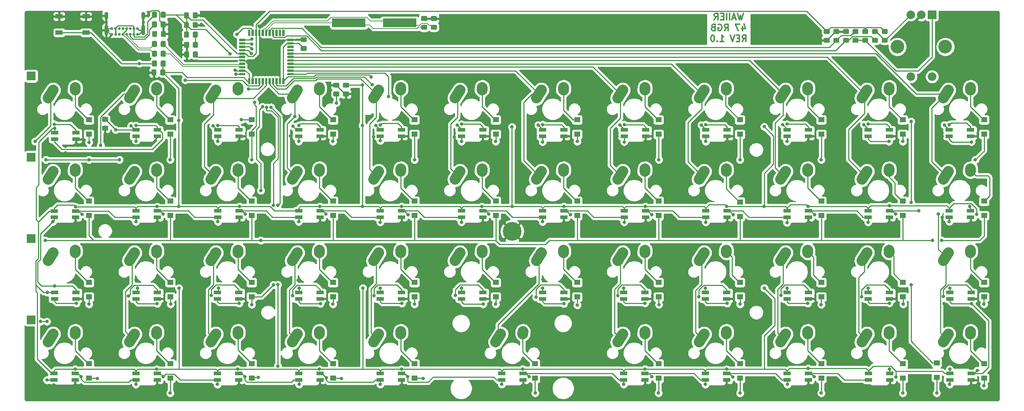
<source format=gbr>
G04 #@! TF.GenerationSoftware,KiCad,Pcbnew,(5.1.0)-1*
G04 #@! TF.CreationDate,2020-10-10T14:24:36-04:00*
G04 #@! TF.ProjectId,rev1.0,72657631-2e30-42e6-9b69-6361645f7063,rev?*
G04 #@! TF.SameCoordinates,Original*
G04 #@! TF.FileFunction,Copper,L2,Bot*
G04 #@! TF.FilePolarity,Positive*
%FSLAX46Y46*%
G04 Gerber Fmt 4.6, Leading zero omitted, Abs format (unit mm)*
G04 Created by KiCad (PCBNEW (5.1.0)-1) date 2020-10-10 14:24:36*
%MOMM*%
%LPD*%
G04 APERTURE LIST*
%ADD10C,0.300000*%
%ADD11C,2.500000*%
%ADD12C,2.500000*%
%ADD13C,0.100000*%
%ADD14C,1.150000*%
%ADD15R,1.400000X1.200000*%
%ADD16C,0.650000*%
%ADD17O,0.900000X2.400000*%
%ADD18O,0.900000X1.700000*%
%ADD19R,1.700000X1.000000*%
%ADD20R,2.000000X2.000000*%
%ADD21C,2.000000*%
%ADD22C,3.200000*%
%ADD23C,0.550000*%
%ADD24R,7.875000X2.000000*%
%ADD25R,1.800000X0.820000*%
%ADD26C,4.400000*%
%ADD27C,0.700000*%
%ADD28C,0.800000*%
%ADD29C,0.250000*%
%ADD30C,0.200000*%
%ADD31C,0.254000*%
G04 APERTURE END LIST*
D10*
X195071571Y-14535571D02*
X194714428Y-16035571D01*
X194428714Y-14964142D01*
X194143000Y-16035571D01*
X193785857Y-14535571D01*
X193285857Y-15607000D02*
X192571571Y-15607000D01*
X193428714Y-16035571D02*
X192928714Y-14535571D01*
X192428714Y-16035571D01*
X191928714Y-16035571D02*
X191928714Y-14535571D01*
X191214428Y-16035571D02*
X191214428Y-14535571D01*
X190500142Y-15249857D02*
X190000142Y-15249857D01*
X189785857Y-16035571D02*
X190500142Y-16035571D01*
X190500142Y-14535571D01*
X189785857Y-14535571D01*
X188285857Y-16035571D02*
X188785857Y-15321285D01*
X189143000Y-16035571D02*
X189143000Y-14535571D01*
X188571571Y-14535571D01*
X188428714Y-14607000D01*
X188357285Y-14678428D01*
X188285857Y-14821285D01*
X188285857Y-15035571D01*
X188357285Y-15178428D01*
X188428714Y-15249857D01*
X188571571Y-15321285D01*
X189143000Y-15321285D01*
X194893000Y-17585571D02*
X194893000Y-18585571D01*
X195250142Y-17014142D02*
X195607285Y-18085571D01*
X194678714Y-18085571D01*
X194250142Y-17085571D02*
X193250142Y-17085571D01*
X193893000Y-18585571D01*
X190678714Y-18585571D02*
X191178714Y-17871285D01*
X191535857Y-18585571D02*
X191535857Y-17085571D01*
X190964428Y-17085571D01*
X190821571Y-17157000D01*
X190750142Y-17228428D01*
X190678714Y-17371285D01*
X190678714Y-17585571D01*
X190750142Y-17728428D01*
X190821571Y-17799857D01*
X190964428Y-17871285D01*
X191535857Y-17871285D01*
X189250142Y-17157000D02*
X189393000Y-17085571D01*
X189607285Y-17085571D01*
X189821571Y-17157000D01*
X189964428Y-17299857D01*
X190035857Y-17442714D01*
X190107285Y-17728428D01*
X190107285Y-17942714D01*
X190035857Y-18228428D01*
X189964428Y-18371285D01*
X189821571Y-18514142D01*
X189607285Y-18585571D01*
X189464428Y-18585571D01*
X189250142Y-18514142D01*
X189178714Y-18442714D01*
X189178714Y-17942714D01*
X189464428Y-17942714D01*
X188035857Y-17799857D02*
X187821571Y-17871285D01*
X187750142Y-17942714D01*
X187678714Y-18085571D01*
X187678714Y-18299857D01*
X187750142Y-18442714D01*
X187821571Y-18514142D01*
X187964428Y-18585571D01*
X188535857Y-18585571D01*
X188535857Y-17085571D01*
X188035857Y-17085571D01*
X187893000Y-17157000D01*
X187821571Y-17228428D01*
X187750142Y-17371285D01*
X187750142Y-17514142D01*
X187821571Y-17657000D01*
X187893000Y-17728428D01*
X188035857Y-17799857D01*
X188535857Y-17799857D01*
X194857285Y-21135571D02*
X195357285Y-20421285D01*
X195714428Y-21135571D02*
X195714428Y-19635571D01*
X195143000Y-19635571D01*
X195000142Y-19707000D01*
X194928714Y-19778428D01*
X194857285Y-19921285D01*
X194857285Y-20135571D01*
X194928714Y-20278428D01*
X195000142Y-20349857D01*
X195143000Y-20421285D01*
X195714428Y-20421285D01*
X194214428Y-20349857D02*
X193714428Y-20349857D01*
X193500142Y-21135571D02*
X194214428Y-21135571D01*
X194214428Y-19635571D01*
X193500142Y-19635571D01*
X193071571Y-19635571D02*
X192571571Y-21135571D01*
X192071571Y-19635571D01*
X189643000Y-21135571D02*
X190500142Y-21135571D01*
X190071571Y-21135571D02*
X190071571Y-19635571D01*
X190214428Y-19849857D01*
X190357285Y-19992714D01*
X190500142Y-20064142D01*
X189000142Y-20992714D02*
X188928714Y-21064142D01*
X189000142Y-21135571D01*
X189071571Y-21064142D01*
X189000142Y-20992714D01*
X189000142Y-21135571D01*
X188000142Y-19635571D02*
X187857285Y-19635571D01*
X187714428Y-19707000D01*
X187643000Y-19778428D01*
X187571571Y-19921285D01*
X187500142Y-20207000D01*
X187500142Y-20564142D01*
X187571571Y-20849857D01*
X187643000Y-20992714D01*
X187714428Y-21064142D01*
X187857285Y-21135571D01*
X188000142Y-21135571D01*
X188143000Y-21064142D01*
X188214428Y-20992714D01*
X188285857Y-20849857D01*
X188357285Y-20564142D01*
X188357285Y-20207000D01*
X188285857Y-19921285D01*
X188214428Y-19778428D01*
X188143000Y-19707000D01*
X188000142Y-19635571D01*
D11*
X114915000Y-51217000D03*
D12*
X114934724Y-50927672D02*
X114895276Y-51506328D01*
D11*
X109140000Y-52487000D03*
D12*
X109744462Y-51538185D02*
X108535538Y-53435815D01*
D11*
X133965000Y-51217000D03*
D12*
X133984724Y-50927672D02*
X133945276Y-51506328D01*
D11*
X128190000Y-52487000D03*
D12*
X128794462Y-51538185D02*
X127585538Y-53435815D01*
D11*
X38715000Y-51217000D03*
D12*
X38734724Y-50927672D02*
X38695276Y-51506328D01*
D11*
X32940000Y-52487000D03*
D12*
X33544462Y-51538185D02*
X32335538Y-53435815D01*
D11*
X38715000Y-32167000D03*
D12*
X38734724Y-31877672D02*
X38695276Y-32456328D01*
D11*
X32940000Y-33437000D03*
D12*
X33544462Y-32488185D02*
X32335538Y-34385815D01*
D13*
G36*
X120870505Y-17215204D02*
G01*
X120894773Y-17218804D01*
X120918572Y-17224765D01*
X120941671Y-17233030D01*
X120963850Y-17243520D01*
X120984893Y-17256132D01*
X121004599Y-17270747D01*
X121022777Y-17287223D01*
X121039253Y-17305401D01*
X121053868Y-17325107D01*
X121066480Y-17346150D01*
X121076970Y-17368329D01*
X121085235Y-17391428D01*
X121091196Y-17415227D01*
X121094796Y-17439495D01*
X121096000Y-17463999D01*
X121096000Y-18114001D01*
X121094796Y-18138505D01*
X121091196Y-18162773D01*
X121085235Y-18186572D01*
X121076970Y-18209671D01*
X121066480Y-18231850D01*
X121053868Y-18252893D01*
X121039253Y-18272599D01*
X121022777Y-18290777D01*
X121004599Y-18307253D01*
X120984893Y-18321868D01*
X120963850Y-18334480D01*
X120941671Y-18344970D01*
X120918572Y-18353235D01*
X120894773Y-18359196D01*
X120870505Y-18362796D01*
X120846001Y-18364000D01*
X119945999Y-18364000D01*
X119921495Y-18362796D01*
X119897227Y-18359196D01*
X119873428Y-18353235D01*
X119850329Y-18344970D01*
X119828150Y-18334480D01*
X119807107Y-18321868D01*
X119787401Y-18307253D01*
X119769223Y-18290777D01*
X119752747Y-18272599D01*
X119738132Y-18252893D01*
X119725520Y-18231850D01*
X119715030Y-18209671D01*
X119706765Y-18186572D01*
X119700804Y-18162773D01*
X119697204Y-18138505D01*
X119696000Y-18114001D01*
X119696000Y-17463999D01*
X119697204Y-17439495D01*
X119700804Y-17415227D01*
X119706765Y-17391428D01*
X119715030Y-17368329D01*
X119725520Y-17346150D01*
X119738132Y-17325107D01*
X119752747Y-17305401D01*
X119769223Y-17287223D01*
X119787401Y-17270747D01*
X119807107Y-17256132D01*
X119828150Y-17243520D01*
X119850329Y-17233030D01*
X119873428Y-17224765D01*
X119897227Y-17218804D01*
X119921495Y-17215204D01*
X119945999Y-17214000D01*
X120846001Y-17214000D01*
X120870505Y-17215204D01*
X120870505Y-17215204D01*
G37*
D14*
X120396000Y-17789000D03*
D13*
G36*
X120870505Y-15165204D02*
G01*
X120894773Y-15168804D01*
X120918572Y-15174765D01*
X120941671Y-15183030D01*
X120963850Y-15193520D01*
X120984893Y-15206132D01*
X121004599Y-15220747D01*
X121022777Y-15237223D01*
X121039253Y-15255401D01*
X121053868Y-15275107D01*
X121066480Y-15296150D01*
X121076970Y-15318329D01*
X121085235Y-15341428D01*
X121091196Y-15365227D01*
X121094796Y-15389495D01*
X121096000Y-15413999D01*
X121096000Y-16064001D01*
X121094796Y-16088505D01*
X121091196Y-16112773D01*
X121085235Y-16136572D01*
X121076970Y-16159671D01*
X121066480Y-16181850D01*
X121053868Y-16202893D01*
X121039253Y-16222599D01*
X121022777Y-16240777D01*
X121004599Y-16257253D01*
X120984893Y-16271868D01*
X120963850Y-16284480D01*
X120941671Y-16294970D01*
X120918572Y-16303235D01*
X120894773Y-16309196D01*
X120870505Y-16312796D01*
X120846001Y-16314000D01*
X119945999Y-16314000D01*
X119921495Y-16312796D01*
X119897227Y-16309196D01*
X119873428Y-16303235D01*
X119850329Y-16294970D01*
X119828150Y-16284480D01*
X119807107Y-16271868D01*
X119787401Y-16257253D01*
X119769223Y-16240777D01*
X119752747Y-16222599D01*
X119738132Y-16202893D01*
X119725520Y-16181850D01*
X119715030Y-16159671D01*
X119706765Y-16136572D01*
X119700804Y-16112773D01*
X119697204Y-16088505D01*
X119696000Y-16064001D01*
X119696000Y-15413999D01*
X119697204Y-15389495D01*
X119700804Y-15365227D01*
X119706765Y-15341428D01*
X119715030Y-15318329D01*
X119725520Y-15296150D01*
X119738132Y-15275107D01*
X119752747Y-15255401D01*
X119769223Y-15237223D01*
X119787401Y-15220747D01*
X119807107Y-15206132D01*
X119828150Y-15193520D01*
X119850329Y-15183030D01*
X119873428Y-15174765D01*
X119897227Y-15168804D01*
X119921495Y-15165204D01*
X119945999Y-15164000D01*
X120846001Y-15164000D01*
X120870505Y-15165204D01*
X120870505Y-15165204D01*
G37*
D14*
X120396000Y-15739000D03*
D13*
G36*
X123156505Y-17215204D02*
G01*
X123180773Y-17218804D01*
X123204572Y-17224765D01*
X123227671Y-17233030D01*
X123249850Y-17243520D01*
X123270893Y-17256132D01*
X123290599Y-17270747D01*
X123308777Y-17287223D01*
X123325253Y-17305401D01*
X123339868Y-17325107D01*
X123352480Y-17346150D01*
X123362970Y-17368329D01*
X123371235Y-17391428D01*
X123377196Y-17415227D01*
X123380796Y-17439495D01*
X123382000Y-17463999D01*
X123382000Y-18114001D01*
X123380796Y-18138505D01*
X123377196Y-18162773D01*
X123371235Y-18186572D01*
X123362970Y-18209671D01*
X123352480Y-18231850D01*
X123339868Y-18252893D01*
X123325253Y-18272599D01*
X123308777Y-18290777D01*
X123290599Y-18307253D01*
X123270893Y-18321868D01*
X123249850Y-18334480D01*
X123227671Y-18344970D01*
X123204572Y-18353235D01*
X123180773Y-18359196D01*
X123156505Y-18362796D01*
X123132001Y-18364000D01*
X122231999Y-18364000D01*
X122207495Y-18362796D01*
X122183227Y-18359196D01*
X122159428Y-18353235D01*
X122136329Y-18344970D01*
X122114150Y-18334480D01*
X122093107Y-18321868D01*
X122073401Y-18307253D01*
X122055223Y-18290777D01*
X122038747Y-18272599D01*
X122024132Y-18252893D01*
X122011520Y-18231850D01*
X122001030Y-18209671D01*
X121992765Y-18186572D01*
X121986804Y-18162773D01*
X121983204Y-18138505D01*
X121982000Y-18114001D01*
X121982000Y-17463999D01*
X121983204Y-17439495D01*
X121986804Y-17415227D01*
X121992765Y-17391428D01*
X122001030Y-17368329D01*
X122011520Y-17346150D01*
X122024132Y-17325107D01*
X122038747Y-17305401D01*
X122055223Y-17287223D01*
X122073401Y-17270747D01*
X122093107Y-17256132D01*
X122114150Y-17243520D01*
X122136329Y-17233030D01*
X122159428Y-17224765D01*
X122183227Y-17218804D01*
X122207495Y-17215204D01*
X122231999Y-17214000D01*
X123132001Y-17214000D01*
X123156505Y-17215204D01*
X123156505Y-17215204D01*
G37*
D14*
X122682000Y-17789000D03*
D13*
G36*
X123156505Y-15165204D02*
G01*
X123180773Y-15168804D01*
X123204572Y-15174765D01*
X123227671Y-15183030D01*
X123249850Y-15193520D01*
X123270893Y-15206132D01*
X123290599Y-15220747D01*
X123308777Y-15237223D01*
X123325253Y-15255401D01*
X123339868Y-15275107D01*
X123352480Y-15296150D01*
X123362970Y-15318329D01*
X123371235Y-15341428D01*
X123377196Y-15365227D01*
X123380796Y-15389495D01*
X123382000Y-15413999D01*
X123382000Y-16064001D01*
X123380796Y-16088505D01*
X123377196Y-16112773D01*
X123371235Y-16136572D01*
X123362970Y-16159671D01*
X123352480Y-16181850D01*
X123339868Y-16202893D01*
X123325253Y-16222599D01*
X123308777Y-16240777D01*
X123290599Y-16257253D01*
X123270893Y-16271868D01*
X123249850Y-16284480D01*
X123227671Y-16294970D01*
X123204572Y-16303235D01*
X123180773Y-16309196D01*
X123156505Y-16312796D01*
X123132001Y-16314000D01*
X122231999Y-16314000D01*
X122207495Y-16312796D01*
X122183227Y-16309196D01*
X122159428Y-16303235D01*
X122136329Y-16294970D01*
X122114150Y-16284480D01*
X122093107Y-16271868D01*
X122073401Y-16257253D01*
X122055223Y-16240777D01*
X122038747Y-16222599D01*
X122024132Y-16202893D01*
X122011520Y-16181850D01*
X122001030Y-16159671D01*
X121992765Y-16136572D01*
X121986804Y-16112773D01*
X121983204Y-16088505D01*
X121982000Y-16064001D01*
X121982000Y-15413999D01*
X121983204Y-15389495D01*
X121986804Y-15365227D01*
X121992765Y-15341428D01*
X122001030Y-15318329D01*
X122011520Y-15296150D01*
X122024132Y-15275107D01*
X122038747Y-15255401D01*
X122055223Y-15237223D01*
X122073401Y-15220747D01*
X122093107Y-15206132D01*
X122114150Y-15193520D01*
X122136329Y-15183030D01*
X122159428Y-15174765D01*
X122183227Y-15168804D01*
X122207495Y-15165204D01*
X122231999Y-15164000D01*
X123132001Y-15164000D01*
X123156505Y-15165204D01*
X123156505Y-15165204D01*
G37*
D14*
X122682000Y-15739000D03*
D13*
G36*
X65110505Y-14319204D02*
G01*
X65134773Y-14322804D01*
X65158572Y-14328765D01*
X65181671Y-14337030D01*
X65203850Y-14347520D01*
X65224893Y-14360132D01*
X65244599Y-14374747D01*
X65262777Y-14391223D01*
X65279253Y-14409401D01*
X65293868Y-14429107D01*
X65306480Y-14450150D01*
X65316970Y-14472329D01*
X65325235Y-14495428D01*
X65331196Y-14519227D01*
X65334796Y-14543495D01*
X65336000Y-14567999D01*
X65336000Y-15468001D01*
X65334796Y-15492505D01*
X65331196Y-15516773D01*
X65325235Y-15540572D01*
X65316970Y-15563671D01*
X65306480Y-15585850D01*
X65293868Y-15606893D01*
X65279253Y-15626599D01*
X65262777Y-15644777D01*
X65244599Y-15661253D01*
X65224893Y-15675868D01*
X65203850Y-15688480D01*
X65181671Y-15698970D01*
X65158572Y-15707235D01*
X65134773Y-15713196D01*
X65110505Y-15716796D01*
X65086001Y-15718000D01*
X64435999Y-15718000D01*
X64411495Y-15716796D01*
X64387227Y-15713196D01*
X64363428Y-15707235D01*
X64340329Y-15698970D01*
X64318150Y-15688480D01*
X64297107Y-15675868D01*
X64277401Y-15661253D01*
X64259223Y-15644777D01*
X64242747Y-15626599D01*
X64228132Y-15606893D01*
X64215520Y-15585850D01*
X64205030Y-15563671D01*
X64196765Y-15540572D01*
X64190804Y-15516773D01*
X64187204Y-15492505D01*
X64186000Y-15468001D01*
X64186000Y-14567999D01*
X64187204Y-14543495D01*
X64190804Y-14519227D01*
X64196765Y-14495428D01*
X64205030Y-14472329D01*
X64215520Y-14450150D01*
X64228132Y-14429107D01*
X64242747Y-14409401D01*
X64259223Y-14391223D01*
X64277401Y-14374747D01*
X64297107Y-14360132D01*
X64318150Y-14347520D01*
X64340329Y-14337030D01*
X64363428Y-14328765D01*
X64387227Y-14322804D01*
X64411495Y-14319204D01*
X64435999Y-14318000D01*
X65086001Y-14318000D01*
X65110505Y-14319204D01*
X65110505Y-14319204D01*
G37*
D14*
X64761000Y-15018000D03*
D13*
G36*
X67160505Y-14319204D02*
G01*
X67184773Y-14322804D01*
X67208572Y-14328765D01*
X67231671Y-14337030D01*
X67253850Y-14347520D01*
X67274893Y-14360132D01*
X67294599Y-14374747D01*
X67312777Y-14391223D01*
X67329253Y-14409401D01*
X67343868Y-14429107D01*
X67356480Y-14450150D01*
X67366970Y-14472329D01*
X67375235Y-14495428D01*
X67381196Y-14519227D01*
X67384796Y-14543495D01*
X67386000Y-14567999D01*
X67386000Y-15468001D01*
X67384796Y-15492505D01*
X67381196Y-15516773D01*
X67375235Y-15540572D01*
X67366970Y-15563671D01*
X67356480Y-15585850D01*
X67343868Y-15606893D01*
X67329253Y-15626599D01*
X67312777Y-15644777D01*
X67294599Y-15661253D01*
X67274893Y-15675868D01*
X67253850Y-15688480D01*
X67231671Y-15698970D01*
X67208572Y-15707235D01*
X67184773Y-15713196D01*
X67160505Y-15716796D01*
X67136001Y-15718000D01*
X66485999Y-15718000D01*
X66461495Y-15716796D01*
X66437227Y-15713196D01*
X66413428Y-15707235D01*
X66390329Y-15698970D01*
X66368150Y-15688480D01*
X66347107Y-15675868D01*
X66327401Y-15661253D01*
X66309223Y-15644777D01*
X66292747Y-15626599D01*
X66278132Y-15606893D01*
X66265520Y-15585850D01*
X66255030Y-15563671D01*
X66246765Y-15540572D01*
X66240804Y-15516773D01*
X66237204Y-15492505D01*
X66236000Y-15468001D01*
X66236000Y-14567999D01*
X66237204Y-14543495D01*
X66240804Y-14519227D01*
X66246765Y-14495428D01*
X66255030Y-14472329D01*
X66265520Y-14450150D01*
X66278132Y-14429107D01*
X66292747Y-14409401D01*
X66309223Y-14391223D01*
X66327401Y-14374747D01*
X66347107Y-14360132D01*
X66368150Y-14347520D01*
X66390329Y-14337030D01*
X66413428Y-14328765D01*
X66437227Y-14322804D01*
X66461495Y-14319204D01*
X66485999Y-14318000D01*
X67136001Y-14318000D01*
X67160505Y-14319204D01*
X67160505Y-14319204D01*
G37*
D14*
X66811000Y-15018000D03*
D13*
G36*
X46194505Y-38787204D02*
G01*
X46218773Y-38790804D01*
X46242572Y-38796765D01*
X46265671Y-38805030D01*
X46287850Y-38815520D01*
X46308893Y-38828132D01*
X46328599Y-38842747D01*
X46346777Y-38859223D01*
X46363253Y-38877401D01*
X46377868Y-38897107D01*
X46390480Y-38918150D01*
X46400970Y-38940329D01*
X46409235Y-38963428D01*
X46415196Y-38987227D01*
X46418796Y-39011495D01*
X46420000Y-39035999D01*
X46420000Y-39686001D01*
X46418796Y-39710505D01*
X46415196Y-39734773D01*
X46409235Y-39758572D01*
X46400970Y-39781671D01*
X46390480Y-39803850D01*
X46377868Y-39824893D01*
X46363253Y-39844599D01*
X46346777Y-39862777D01*
X46328599Y-39879253D01*
X46308893Y-39893868D01*
X46287850Y-39906480D01*
X46265671Y-39916970D01*
X46242572Y-39925235D01*
X46218773Y-39931196D01*
X46194505Y-39934796D01*
X46170001Y-39936000D01*
X45269999Y-39936000D01*
X45245495Y-39934796D01*
X45221227Y-39931196D01*
X45197428Y-39925235D01*
X45174329Y-39916970D01*
X45152150Y-39906480D01*
X45131107Y-39893868D01*
X45111401Y-39879253D01*
X45093223Y-39862777D01*
X45076747Y-39844599D01*
X45062132Y-39824893D01*
X45049520Y-39803850D01*
X45039030Y-39781671D01*
X45030765Y-39758572D01*
X45024804Y-39734773D01*
X45021204Y-39710505D01*
X45020000Y-39686001D01*
X45020000Y-39035999D01*
X45021204Y-39011495D01*
X45024804Y-38987227D01*
X45030765Y-38963428D01*
X45039030Y-38940329D01*
X45049520Y-38918150D01*
X45062132Y-38897107D01*
X45076747Y-38877401D01*
X45093223Y-38859223D01*
X45111401Y-38842747D01*
X45131107Y-38828132D01*
X45152150Y-38815520D01*
X45174329Y-38805030D01*
X45197428Y-38796765D01*
X45221227Y-38790804D01*
X45245495Y-38787204D01*
X45269999Y-38786000D01*
X46170001Y-38786000D01*
X46194505Y-38787204D01*
X46194505Y-38787204D01*
G37*
D14*
X45720000Y-39361000D03*
D13*
G36*
X46194505Y-40837204D02*
G01*
X46218773Y-40840804D01*
X46242572Y-40846765D01*
X46265671Y-40855030D01*
X46287850Y-40865520D01*
X46308893Y-40878132D01*
X46328599Y-40892747D01*
X46346777Y-40909223D01*
X46363253Y-40927401D01*
X46377868Y-40947107D01*
X46390480Y-40968150D01*
X46400970Y-40990329D01*
X46409235Y-41013428D01*
X46415196Y-41037227D01*
X46418796Y-41061495D01*
X46420000Y-41085999D01*
X46420000Y-41736001D01*
X46418796Y-41760505D01*
X46415196Y-41784773D01*
X46409235Y-41808572D01*
X46400970Y-41831671D01*
X46390480Y-41853850D01*
X46377868Y-41874893D01*
X46363253Y-41894599D01*
X46346777Y-41912777D01*
X46328599Y-41929253D01*
X46308893Y-41943868D01*
X46287850Y-41956480D01*
X46265671Y-41966970D01*
X46242572Y-41975235D01*
X46218773Y-41981196D01*
X46194505Y-41984796D01*
X46170001Y-41986000D01*
X45269999Y-41986000D01*
X45245495Y-41984796D01*
X45221227Y-41981196D01*
X45197428Y-41975235D01*
X45174329Y-41966970D01*
X45152150Y-41956480D01*
X45131107Y-41943868D01*
X45111401Y-41929253D01*
X45093223Y-41912777D01*
X45076747Y-41894599D01*
X45062132Y-41874893D01*
X45049520Y-41853850D01*
X45039030Y-41831671D01*
X45030765Y-41808572D01*
X45024804Y-41784773D01*
X45021204Y-41760505D01*
X45020000Y-41736001D01*
X45020000Y-41085999D01*
X45021204Y-41061495D01*
X45024804Y-41037227D01*
X45030765Y-41013428D01*
X45039030Y-40990329D01*
X45049520Y-40968150D01*
X45062132Y-40947107D01*
X45076747Y-40927401D01*
X45093223Y-40909223D01*
X45111401Y-40892747D01*
X45131107Y-40878132D01*
X45152150Y-40865520D01*
X45174329Y-40855030D01*
X45197428Y-40846765D01*
X45221227Y-40840804D01*
X45245495Y-40837204D01*
X45269999Y-40836000D01*
X46170001Y-40836000D01*
X46194505Y-40837204D01*
X46194505Y-40837204D01*
G37*
D14*
X45720000Y-41411000D03*
D13*
G36*
X92676505Y-22168204D02*
G01*
X92700773Y-22171804D01*
X92724572Y-22177765D01*
X92747671Y-22186030D01*
X92769850Y-22196520D01*
X92790893Y-22209132D01*
X92810599Y-22223747D01*
X92828777Y-22240223D01*
X92845253Y-22258401D01*
X92859868Y-22278107D01*
X92872480Y-22299150D01*
X92882970Y-22321329D01*
X92891235Y-22344428D01*
X92897196Y-22368227D01*
X92900796Y-22392495D01*
X92902000Y-22416999D01*
X92902000Y-23067001D01*
X92900796Y-23091505D01*
X92897196Y-23115773D01*
X92891235Y-23139572D01*
X92882970Y-23162671D01*
X92872480Y-23184850D01*
X92859868Y-23205893D01*
X92845253Y-23225599D01*
X92828777Y-23243777D01*
X92810599Y-23260253D01*
X92790893Y-23274868D01*
X92769850Y-23287480D01*
X92747671Y-23297970D01*
X92724572Y-23306235D01*
X92700773Y-23312196D01*
X92676505Y-23315796D01*
X92652001Y-23317000D01*
X91751999Y-23317000D01*
X91727495Y-23315796D01*
X91703227Y-23312196D01*
X91679428Y-23306235D01*
X91656329Y-23297970D01*
X91634150Y-23287480D01*
X91613107Y-23274868D01*
X91593401Y-23260253D01*
X91575223Y-23243777D01*
X91558747Y-23225599D01*
X91544132Y-23205893D01*
X91531520Y-23184850D01*
X91521030Y-23162671D01*
X91512765Y-23139572D01*
X91506804Y-23115773D01*
X91503204Y-23091505D01*
X91502000Y-23067001D01*
X91502000Y-22416999D01*
X91503204Y-22392495D01*
X91506804Y-22368227D01*
X91512765Y-22344428D01*
X91521030Y-22321329D01*
X91531520Y-22299150D01*
X91544132Y-22278107D01*
X91558747Y-22258401D01*
X91575223Y-22240223D01*
X91593401Y-22223747D01*
X91613107Y-22209132D01*
X91634150Y-22196520D01*
X91656329Y-22186030D01*
X91679428Y-22177765D01*
X91703227Y-22171804D01*
X91727495Y-22168204D01*
X91751999Y-22167000D01*
X92652001Y-22167000D01*
X92676505Y-22168204D01*
X92676505Y-22168204D01*
G37*
D14*
X92202000Y-22742000D03*
D13*
G36*
X92676505Y-20118204D02*
G01*
X92700773Y-20121804D01*
X92724572Y-20127765D01*
X92747671Y-20136030D01*
X92769850Y-20146520D01*
X92790893Y-20159132D01*
X92810599Y-20173747D01*
X92828777Y-20190223D01*
X92845253Y-20208401D01*
X92859868Y-20228107D01*
X92872480Y-20249150D01*
X92882970Y-20271329D01*
X92891235Y-20294428D01*
X92897196Y-20318227D01*
X92900796Y-20342495D01*
X92902000Y-20366999D01*
X92902000Y-21017001D01*
X92900796Y-21041505D01*
X92897196Y-21065773D01*
X92891235Y-21089572D01*
X92882970Y-21112671D01*
X92872480Y-21134850D01*
X92859868Y-21155893D01*
X92845253Y-21175599D01*
X92828777Y-21193777D01*
X92810599Y-21210253D01*
X92790893Y-21224868D01*
X92769850Y-21237480D01*
X92747671Y-21247970D01*
X92724572Y-21256235D01*
X92700773Y-21262196D01*
X92676505Y-21265796D01*
X92652001Y-21267000D01*
X91751999Y-21267000D01*
X91727495Y-21265796D01*
X91703227Y-21262196D01*
X91679428Y-21256235D01*
X91656329Y-21247970D01*
X91634150Y-21237480D01*
X91613107Y-21224868D01*
X91593401Y-21210253D01*
X91575223Y-21193777D01*
X91558747Y-21175599D01*
X91544132Y-21155893D01*
X91531520Y-21134850D01*
X91521030Y-21112671D01*
X91512765Y-21089572D01*
X91506804Y-21065773D01*
X91503204Y-21041505D01*
X91502000Y-21017001D01*
X91502000Y-20366999D01*
X91503204Y-20342495D01*
X91506804Y-20318227D01*
X91512765Y-20294428D01*
X91521030Y-20271329D01*
X91531520Y-20249150D01*
X91544132Y-20228107D01*
X91558747Y-20208401D01*
X91575223Y-20190223D01*
X91593401Y-20173747D01*
X91613107Y-20159132D01*
X91634150Y-20146520D01*
X91656329Y-20136030D01*
X91679428Y-20127765D01*
X91703227Y-20121804D01*
X91727495Y-20118204D01*
X91751999Y-20117000D01*
X92652001Y-20117000D01*
X92676505Y-20118204D01*
X92676505Y-20118204D01*
G37*
D14*
X92202000Y-20692000D03*
D13*
G36*
X102582505Y-30786204D02*
G01*
X102606773Y-30789804D01*
X102630572Y-30795765D01*
X102653671Y-30804030D01*
X102675850Y-30814520D01*
X102696893Y-30827132D01*
X102716599Y-30841747D01*
X102734777Y-30858223D01*
X102751253Y-30876401D01*
X102765868Y-30896107D01*
X102778480Y-30917150D01*
X102788970Y-30939329D01*
X102797235Y-30962428D01*
X102803196Y-30986227D01*
X102806796Y-31010495D01*
X102808000Y-31034999D01*
X102808000Y-31685001D01*
X102806796Y-31709505D01*
X102803196Y-31733773D01*
X102797235Y-31757572D01*
X102788970Y-31780671D01*
X102778480Y-31802850D01*
X102765868Y-31823893D01*
X102751253Y-31843599D01*
X102734777Y-31861777D01*
X102716599Y-31878253D01*
X102696893Y-31892868D01*
X102675850Y-31905480D01*
X102653671Y-31915970D01*
X102630572Y-31924235D01*
X102606773Y-31930196D01*
X102582505Y-31933796D01*
X102558001Y-31935000D01*
X101657999Y-31935000D01*
X101633495Y-31933796D01*
X101609227Y-31930196D01*
X101585428Y-31924235D01*
X101562329Y-31915970D01*
X101540150Y-31905480D01*
X101519107Y-31892868D01*
X101499401Y-31878253D01*
X101481223Y-31861777D01*
X101464747Y-31843599D01*
X101450132Y-31823893D01*
X101437520Y-31802850D01*
X101427030Y-31780671D01*
X101418765Y-31757572D01*
X101412804Y-31733773D01*
X101409204Y-31709505D01*
X101408000Y-31685001D01*
X101408000Y-31034999D01*
X101409204Y-31010495D01*
X101412804Y-30986227D01*
X101418765Y-30962428D01*
X101427030Y-30939329D01*
X101437520Y-30917150D01*
X101450132Y-30896107D01*
X101464747Y-30876401D01*
X101481223Y-30858223D01*
X101499401Y-30841747D01*
X101519107Y-30827132D01*
X101540150Y-30814520D01*
X101562329Y-30804030D01*
X101585428Y-30795765D01*
X101609227Y-30789804D01*
X101633495Y-30786204D01*
X101657999Y-30785000D01*
X102558001Y-30785000D01*
X102582505Y-30786204D01*
X102582505Y-30786204D01*
G37*
D14*
X102108000Y-31360000D03*
D13*
G36*
X102582505Y-32836204D02*
G01*
X102606773Y-32839804D01*
X102630572Y-32845765D01*
X102653671Y-32854030D01*
X102675850Y-32864520D01*
X102696893Y-32877132D01*
X102716599Y-32891747D01*
X102734777Y-32908223D01*
X102751253Y-32926401D01*
X102765868Y-32946107D01*
X102778480Y-32967150D01*
X102788970Y-32989329D01*
X102797235Y-33012428D01*
X102803196Y-33036227D01*
X102806796Y-33060495D01*
X102808000Y-33084999D01*
X102808000Y-33735001D01*
X102806796Y-33759505D01*
X102803196Y-33783773D01*
X102797235Y-33807572D01*
X102788970Y-33830671D01*
X102778480Y-33852850D01*
X102765868Y-33873893D01*
X102751253Y-33893599D01*
X102734777Y-33911777D01*
X102716599Y-33928253D01*
X102696893Y-33942868D01*
X102675850Y-33955480D01*
X102653671Y-33965970D01*
X102630572Y-33974235D01*
X102606773Y-33980196D01*
X102582505Y-33983796D01*
X102558001Y-33985000D01*
X101657999Y-33985000D01*
X101633495Y-33983796D01*
X101609227Y-33980196D01*
X101585428Y-33974235D01*
X101562329Y-33965970D01*
X101540150Y-33955480D01*
X101519107Y-33942868D01*
X101499401Y-33928253D01*
X101481223Y-33911777D01*
X101464747Y-33893599D01*
X101450132Y-33873893D01*
X101437520Y-33852850D01*
X101427030Y-33830671D01*
X101418765Y-33807572D01*
X101412804Y-33783773D01*
X101409204Y-33759505D01*
X101408000Y-33735001D01*
X101408000Y-33084999D01*
X101409204Y-33060495D01*
X101412804Y-33036227D01*
X101418765Y-33012428D01*
X101427030Y-32989329D01*
X101437520Y-32967150D01*
X101450132Y-32946107D01*
X101464747Y-32926401D01*
X101481223Y-32908223D01*
X101499401Y-32891747D01*
X101519107Y-32877132D01*
X101540150Y-32864520D01*
X101562329Y-32854030D01*
X101585428Y-32845765D01*
X101609227Y-32839804D01*
X101633495Y-32836204D01*
X101657999Y-32835000D01*
X102558001Y-32835000D01*
X102582505Y-32836204D01*
X102582505Y-32836204D01*
G37*
D14*
X102108000Y-33410000D03*
D15*
X41910000Y-42848000D03*
X41910000Y-39448000D03*
X41910000Y-61898000D03*
X41910000Y-58498000D03*
X41910000Y-80948000D03*
X41910000Y-77548000D03*
X41910000Y-99998000D03*
X41910000Y-96598000D03*
X60960000Y-42848000D03*
X60960000Y-39448000D03*
X60960000Y-61898000D03*
X60960000Y-58498000D03*
X60960000Y-80948000D03*
X60960000Y-77548000D03*
X60960000Y-99998000D03*
X60960000Y-96598000D03*
X80010000Y-42848000D03*
X80010000Y-39448000D03*
X80010000Y-61898000D03*
X80010000Y-58498000D03*
X80010000Y-80948000D03*
X80010000Y-77548000D03*
X80010000Y-99998000D03*
X80010000Y-96598000D03*
X99060000Y-42848000D03*
X99060000Y-39448000D03*
X99060000Y-61898000D03*
X99060000Y-58498000D03*
X99060000Y-80948000D03*
X99060000Y-77548000D03*
X99060000Y-99998000D03*
X99060000Y-96598000D03*
X118110000Y-42848000D03*
X118110000Y-39448000D03*
X118110000Y-61898000D03*
X118110000Y-58498000D03*
X118110000Y-80948000D03*
X118110000Y-77548000D03*
X118110000Y-99998000D03*
X118110000Y-96598000D03*
X137160000Y-42848000D03*
X137160000Y-39448000D03*
X137160000Y-61898000D03*
X137160000Y-58498000D03*
X137160000Y-80948000D03*
X137160000Y-77548000D03*
X156210000Y-42848000D03*
X156210000Y-39448000D03*
X156210000Y-61898000D03*
X156210000Y-58498000D03*
X156210000Y-80948000D03*
X156210000Y-77548000D03*
X146304000Y-99998000D03*
X146304000Y-96598000D03*
X175260000Y-42848000D03*
X175260000Y-39448000D03*
X175260000Y-61898000D03*
X175260000Y-58498000D03*
X175260000Y-80948000D03*
X175260000Y-77548000D03*
X175260000Y-99998000D03*
X175260000Y-96598000D03*
X194310000Y-42848000D03*
X194310000Y-39448000D03*
X194310000Y-62103000D03*
X194310000Y-58703000D03*
X194310000Y-80948000D03*
X194310000Y-77548000D03*
X194310000Y-99998000D03*
X194310000Y-96598000D03*
X213360000Y-42848000D03*
X213360000Y-39448000D03*
X213360000Y-61898000D03*
X213360000Y-58498000D03*
X213360000Y-80948000D03*
X213360000Y-77548000D03*
X213360000Y-99998000D03*
X213360000Y-96598000D03*
X232410000Y-42848000D03*
X232410000Y-39448000D03*
X232410000Y-61898000D03*
X232410000Y-58498000D03*
X232410000Y-80948000D03*
X232410000Y-77548000D03*
X232410000Y-99998000D03*
X232410000Y-96598000D03*
X251460000Y-42848000D03*
X251460000Y-39448000D03*
X251460000Y-61898000D03*
X251460000Y-58498000D03*
X251460000Y-80948000D03*
X251460000Y-77548000D03*
X251460000Y-99998000D03*
X251460000Y-96598000D03*
D16*
X51567000Y-19435000D03*
X53267000Y-19435000D03*
X52417000Y-19435000D03*
X50717000Y-19435000D03*
X49867000Y-19435000D03*
X49017000Y-19435000D03*
X48167000Y-19435000D03*
X47317000Y-19435000D03*
X53267000Y-18110000D03*
X52412000Y-18110000D03*
X51562000Y-18110000D03*
X50712000Y-18110000D03*
X49862000Y-18110000D03*
X49012000Y-18110000D03*
X48162000Y-18110000D03*
X47312000Y-18110000D03*
D17*
X54617000Y-18455000D03*
X45967000Y-18455000D03*
D18*
X54617000Y-15075000D03*
X45967000Y-15075000D03*
D11*
X38715000Y-89317000D03*
D12*
X38734724Y-89027672D02*
X38695276Y-89606328D01*
D11*
X32940000Y-90587000D03*
D12*
X33544462Y-89638185D02*
X32335538Y-91535815D01*
D11*
X57765000Y-32167000D03*
D12*
X57784724Y-31877672D02*
X57745276Y-32456328D01*
D11*
X51990000Y-33437000D03*
D12*
X52594462Y-32488185D02*
X51385538Y-34385815D01*
D11*
X57765000Y-51217000D03*
D12*
X57784724Y-50927672D02*
X57745276Y-51506328D01*
D11*
X51990000Y-52487000D03*
D12*
X52594462Y-51538185D02*
X51385538Y-53435815D01*
D11*
X57765000Y-70267000D03*
D12*
X57784724Y-69977672D02*
X57745276Y-70556328D01*
D11*
X51990000Y-71537000D03*
D12*
X52594462Y-70588185D02*
X51385538Y-72485815D01*
D11*
X57765000Y-89317000D03*
D12*
X57784724Y-89027672D02*
X57745276Y-89606328D01*
D11*
X51990000Y-90587000D03*
D12*
X52594462Y-89638185D02*
X51385538Y-91535815D01*
D11*
X76815000Y-32167000D03*
D12*
X76834724Y-31877672D02*
X76795276Y-32456328D01*
D11*
X71040000Y-33437000D03*
D12*
X71644462Y-32488185D02*
X70435538Y-34385815D01*
D11*
X76815000Y-51217000D03*
D12*
X76834724Y-50927672D02*
X76795276Y-51506328D01*
D11*
X71040000Y-52487000D03*
D12*
X71644462Y-51538185D02*
X70435538Y-53435815D01*
D11*
X76815000Y-70267000D03*
D12*
X76834724Y-69977672D02*
X76795276Y-70556328D01*
D11*
X71040000Y-71537000D03*
D12*
X71644462Y-70588185D02*
X70435538Y-72485815D01*
D11*
X76815000Y-89317000D03*
D12*
X76834724Y-89027672D02*
X76795276Y-89606328D01*
D11*
X71040000Y-90587000D03*
D12*
X71644462Y-89638185D02*
X70435538Y-91535815D01*
D11*
X95865000Y-32167000D03*
D12*
X95884724Y-31877672D02*
X95845276Y-32456328D01*
D11*
X90090000Y-33437000D03*
D12*
X90694462Y-32488185D02*
X89485538Y-34385815D01*
D11*
X95865000Y-51217000D03*
D12*
X95884724Y-50927672D02*
X95845276Y-51506328D01*
D11*
X90090000Y-52487000D03*
D12*
X90694462Y-51538185D02*
X89485538Y-53435815D01*
D11*
X95865000Y-70267000D03*
D12*
X95884724Y-69977672D02*
X95845276Y-70556328D01*
D11*
X90090000Y-71537000D03*
D12*
X90694462Y-70588185D02*
X89485538Y-72485815D01*
D11*
X95865000Y-89317000D03*
D12*
X95884724Y-89027672D02*
X95845276Y-89606328D01*
D11*
X90090000Y-90587000D03*
D12*
X90694462Y-89638185D02*
X89485538Y-91535815D01*
D11*
X114915000Y-32167000D03*
D12*
X114934724Y-31877672D02*
X114895276Y-32456328D01*
D11*
X109140000Y-33437000D03*
D12*
X109744462Y-32488185D02*
X108535538Y-34385815D01*
D11*
X114915000Y-70267000D03*
D12*
X114934724Y-69977672D02*
X114895276Y-70556328D01*
D11*
X109140000Y-71537000D03*
D12*
X109744462Y-70588185D02*
X108535538Y-72485815D01*
D11*
X114915000Y-89317000D03*
D12*
X114934724Y-89027672D02*
X114895276Y-89606328D01*
D11*
X109140000Y-90587000D03*
D12*
X109744462Y-89638185D02*
X108535538Y-91535815D01*
D11*
X133965000Y-32167000D03*
D12*
X133984724Y-31877672D02*
X133945276Y-32456328D01*
D11*
X128190000Y-33437000D03*
D12*
X128794462Y-32488185D02*
X127585538Y-34385815D01*
D11*
X153015000Y-32167000D03*
D12*
X153034724Y-31877672D02*
X152995276Y-32456328D01*
D11*
X147240000Y-33437000D03*
D12*
X147844462Y-32488185D02*
X146635538Y-34385815D01*
D11*
X153015000Y-51217000D03*
D12*
X153034724Y-50927672D02*
X152995276Y-51506328D01*
D11*
X147240000Y-52487000D03*
D12*
X147844462Y-51538185D02*
X146635538Y-53435815D01*
D11*
X153015000Y-70267000D03*
D12*
X153034724Y-69977672D02*
X152995276Y-70556328D01*
D11*
X147240000Y-71537000D03*
D12*
X147844462Y-70588185D02*
X146635538Y-72485815D01*
D11*
X143490000Y-89317000D03*
D12*
X143509724Y-89027672D02*
X143470276Y-89606328D01*
D11*
X137715000Y-90587000D03*
D12*
X138319462Y-89638185D02*
X137110538Y-91535815D01*
D11*
X172065000Y-32167000D03*
D12*
X172084724Y-31877672D02*
X172045276Y-32456328D01*
D11*
X166290000Y-33437000D03*
D12*
X166894462Y-32488185D02*
X165685538Y-34385815D01*
D11*
X172065000Y-51217000D03*
D12*
X172084724Y-50927672D02*
X172045276Y-51506328D01*
D11*
X166290000Y-52487000D03*
D12*
X166894462Y-51538185D02*
X165685538Y-53435815D01*
D11*
X172065000Y-70267000D03*
D12*
X172084724Y-69977672D02*
X172045276Y-70556328D01*
D11*
X166290000Y-71537000D03*
D12*
X166894462Y-70588185D02*
X165685538Y-72485815D01*
D11*
X172065000Y-89317000D03*
D12*
X172084724Y-89027672D02*
X172045276Y-89606328D01*
D11*
X166290000Y-90587000D03*
D12*
X166894462Y-89638185D02*
X165685538Y-91535815D01*
D11*
X191115000Y-32167000D03*
D12*
X191134724Y-31877672D02*
X191095276Y-32456328D01*
D11*
X185340000Y-33437000D03*
D12*
X185944462Y-32488185D02*
X184735538Y-34385815D01*
D11*
X191115000Y-51217000D03*
D12*
X191134724Y-50927672D02*
X191095276Y-51506328D01*
D11*
X185340000Y-52487000D03*
D12*
X185944462Y-51538185D02*
X184735538Y-53435815D01*
D11*
X191115000Y-70267000D03*
D12*
X191134724Y-69977672D02*
X191095276Y-70556328D01*
D11*
X185340000Y-71537000D03*
D12*
X185944462Y-70588185D02*
X184735538Y-72485815D01*
D11*
X191115000Y-89317000D03*
D12*
X191134724Y-89027672D02*
X191095276Y-89606328D01*
D11*
X185340000Y-90587000D03*
D12*
X185944462Y-89638185D02*
X184735538Y-91535815D01*
D11*
X210165000Y-32167000D03*
D12*
X210184724Y-31877672D02*
X210145276Y-32456328D01*
D11*
X204390000Y-33437000D03*
D12*
X204994462Y-32488185D02*
X203785538Y-34385815D01*
D11*
X210165000Y-51217000D03*
D12*
X210184724Y-50927672D02*
X210145276Y-51506328D01*
D11*
X204390000Y-52487000D03*
D12*
X204994462Y-51538185D02*
X203785538Y-53435815D01*
D11*
X210165000Y-70267000D03*
D12*
X210184724Y-69977672D02*
X210145276Y-70556328D01*
D11*
X204390000Y-71537000D03*
D12*
X204994462Y-70588185D02*
X203785538Y-72485815D01*
D11*
X210165000Y-89317000D03*
D12*
X210184724Y-89027672D02*
X210145276Y-89606328D01*
D11*
X204390000Y-90587000D03*
D12*
X204994462Y-89638185D02*
X203785538Y-91535815D01*
D11*
X229215000Y-32167000D03*
D12*
X229234724Y-31877672D02*
X229195276Y-32456328D01*
D11*
X223440000Y-33437000D03*
D12*
X224044462Y-32488185D02*
X222835538Y-34385815D01*
D11*
X229215000Y-51217000D03*
D12*
X229234724Y-50927672D02*
X229195276Y-51506328D01*
D11*
X223440000Y-52487000D03*
D12*
X224044462Y-51538185D02*
X222835538Y-53435815D01*
D11*
X229215000Y-70267000D03*
D12*
X229234724Y-69977672D02*
X229195276Y-70556328D01*
D11*
X223440000Y-71537000D03*
D12*
X224044462Y-70588185D02*
X222835538Y-72485815D01*
D11*
X229215000Y-89317000D03*
D12*
X229234724Y-89027672D02*
X229195276Y-89606328D01*
D11*
X223440000Y-90587000D03*
D12*
X224044462Y-89638185D02*
X222835538Y-91535815D01*
D11*
X248265000Y-32167000D03*
D12*
X248284724Y-31877672D02*
X248245276Y-32456328D01*
D11*
X242490000Y-33437000D03*
D12*
X243094462Y-32488185D02*
X241885538Y-34385815D01*
D11*
X248265000Y-51217000D03*
D12*
X248284724Y-50927672D02*
X248245276Y-51506328D01*
D11*
X242490000Y-52487000D03*
D12*
X243094462Y-51538185D02*
X241885538Y-53435815D01*
D11*
X248265000Y-70267000D03*
D12*
X248284724Y-69977672D02*
X248245276Y-70556328D01*
D11*
X242490000Y-71537000D03*
D12*
X243094462Y-70588185D02*
X241885538Y-72485815D01*
D11*
X248265000Y-89317000D03*
D12*
X248284724Y-89027672D02*
X248245276Y-89606328D01*
D11*
X242490000Y-90587000D03*
D12*
X243094462Y-89638185D02*
X241885538Y-91535815D01*
D13*
G36*
X67206505Y-21219204D02*
G01*
X67230773Y-21222804D01*
X67254572Y-21228765D01*
X67277671Y-21237030D01*
X67299850Y-21247520D01*
X67320893Y-21260132D01*
X67340599Y-21274747D01*
X67358777Y-21291223D01*
X67375253Y-21309401D01*
X67389868Y-21329107D01*
X67402480Y-21350150D01*
X67412970Y-21372329D01*
X67421235Y-21395428D01*
X67427196Y-21419227D01*
X67430796Y-21443495D01*
X67432000Y-21467999D01*
X67432000Y-22368001D01*
X67430796Y-22392505D01*
X67427196Y-22416773D01*
X67421235Y-22440572D01*
X67412970Y-22463671D01*
X67402480Y-22485850D01*
X67389868Y-22506893D01*
X67375253Y-22526599D01*
X67358777Y-22544777D01*
X67340599Y-22561253D01*
X67320893Y-22575868D01*
X67299850Y-22588480D01*
X67277671Y-22598970D01*
X67254572Y-22607235D01*
X67230773Y-22613196D01*
X67206505Y-22616796D01*
X67182001Y-22618000D01*
X66531999Y-22618000D01*
X66507495Y-22616796D01*
X66483227Y-22613196D01*
X66459428Y-22607235D01*
X66436329Y-22598970D01*
X66414150Y-22588480D01*
X66393107Y-22575868D01*
X66373401Y-22561253D01*
X66355223Y-22544777D01*
X66338747Y-22526599D01*
X66324132Y-22506893D01*
X66311520Y-22485850D01*
X66301030Y-22463671D01*
X66292765Y-22440572D01*
X66286804Y-22416773D01*
X66283204Y-22392505D01*
X66282000Y-22368001D01*
X66282000Y-21467999D01*
X66283204Y-21443495D01*
X66286804Y-21419227D01*
X66292765Y-21395428D01*
X66301030Y-21372329D01*
X66311520Y-21350150D01*
X66324132Y-21329107D01*
X66338747Y-21309401D01*
X66355223Y-21291223D01*
X66373401Y-21274747D01*
X66393107Y-21260132D01*
X66414150Y-21247520D01*
X66436329Y-21237030D01*
X66459428Y-21228765D01*
X66483227Y-21222804D01*
X66507495Y-21219204D01*
X66531999Y-21218000D01*
X67182001Y-21218000D01*
X67206505Y-21219204D01*
X67206505Y-21219204D01*
G37*
D14*
X66857000Y-21918000D03*
D13*
G36*
X65156505Y-21219204D02*
G01*
X65180773Y-21222804D01*
X65204572Y-21228765D01*
X65227671Y-21237030D01*
X65249850Y-21247520D01*
X65270893Y-21260132D01*
X65290599Y-21274747D01*
X65308777Y-21291223D01*
X65325253Y-21309401D01*
X65339868Y-21329107D01*
X65352480Y-21350150D01*
X65362970Y-21372329D01*
X65371235Y-21395428D01*
X65377196Y-21419227D01*
X65380796Y-21443495D01*
X65382000Y-21467999D01*
X65382000Y-22368001D01*
X65380796Y-22392505D01*
X65377196Y-22416773D01*
X65371235Y-22440572D01*
X65362970Y-22463671D01*
X65352480Y-22485850D01*
X65339868Y-22506893D01*
X65325253Y-22526599D01*
X65308777Y-22544777D01*
X65290599Y-22561253D01*
X65270893Y-22575868D01*
X65249850Y-22588480D01*
X65227671Y-22598970D01*
X65204572Y-22607235D01*
X65180773Y-22613196D01*
X65156505Y-22616796D01*
X65132001Y-22618000D01*
X64481999Y-22618000D01*
X64457495Y-22616796D01*
X64433227Y-22613196D01*
X64409428Y-22607235D01*
X64386329Y-22598970D01*
X64364150Y-22588480D01*
X64343107Y-22575868D01*
X64323401Y-22561253D01*
X64305223Y-22544777D01*
X64288747Y-22526599D01*
X64274132Y-22506893D01*
X64261520Y-22485850D01*
X64251030Y-22463671D01*
X64242765Y-22440572D01*
X64236804Y-22416773D01*
X64233204Y-22392505D01*
X64232000Y-22368001D01*
X64232000Y-21467999D01*
X64233204Y-21443495D01*
X64236804Y-21419227D01*
X64242765Y-21395428D01*
X64251030Y-21372329D01*
X64261520Y-21350150D01*
X64274132Y-21329107D01*
X64288747Y-21309401D01*
X64305223Y-21291223D01*
X64323401Y-21274747D01*
X64343107Y-21260132D01*
X64364150Y-21247520D01*
X64386329Y-21237030D01*
X64409428Y-21228765D01*
X64433227Y-21222804D01*
X64457495Y-21219204D01*
X64481999Y-21218000D01*
X65132001Y-21218000D01*
X65156505Y-21219204D01*
X65156505Y-21219204D01*
G37*
D14*
X64807000Y-21918000D03*
D13*
G36*
X59667505Y-14160204D02*
G01*
X59691773Y-14163804D01*
X59715572Y-14169765D01*
X59738671Y-14178030D01*
X59760850Y-14188520D01*
X59781893Y-14201132D01*
X59801599Y-14215747D01*
X59819777Y-14232223D01*
X59836253Y-14250401D01*
X59850868Y-14270107D01*
X59863480Y-14291150D01*
X59873970Y-14313329D01*
X59882235Y-14336428D01*
X59888196Y-14360227D01*
X59891796Y-14384495D01*
X59893000Y-14408999D01*
X59893000Y-15309001D01*
X59891796Y-15333505D01*
X59888196Y-15357773D01*
X59882235Y-15381572D01*
X59873970Y-15404671D01*
X59863480Y-15426850D01*
X59850868Y-15447893D01*
X59836253Y-15467599D01*
X59819777Y-15485777D01*
X59801599Y-15502253D01*
X59781893Y-15516868D01*
X59760850Y-15529480D01*
X59738671Y-15539970D01*
X59715572Y-15548235D01*
X59691773Y-15554196D01*
X59667505Y-15557796D01*
X59643001Y-15559000D01*
X58992999Y-15559000D01*
X58968495Y-15557796D01*
X58944227Y-15554196D01*
X58920428Y-15548235D01*
X58897329Y-15539970D01*
X58875150Y-15529480D01*
X58854107Y-15516868D01*
X58834401Y-15502253D01*
X58816223Y-15485777D01*
X58799747Y-15467599D01*
X58785132Y-15447893D01*
X58772520Y-15426850D01*
X58762030Y-15404671D01*
X58753765Y-15381572D01*
X58747804Y-15357773D01*
X58744204Y-15333505D01*
X58743000Y-15309001D01*
X58743000Y-14408999D01*
X58744204Y-14384495D01*
X58747804Y-14360227D01*
X58753765Y-14336428D01*
X58762030Y-14313329D01*
X58772520Y-14291150D01*
X58785132Y-14270107D01*
X58799747Y-14250401D01*
X58816223Y-14232223D01*
X58834401Y-14215747D01*
X58854107Y-14201132D01*
X58875150Y-14188520D01*
X58897329Y-14178030D01*
X58920428Y-14169765D01*
X58944227Y-14163804D01*
X58968495Y-14160204D01*
X58992999Y-14159000D01*
X59643001Y-14159000D01*
X59667505Y-14160204D01*
X59667505Y-14160204D01*
G37*
D14*
X59318000Y-14859000D03*
D13*
G36*
X57617505Y-14160204D02*
G01*
X57641773Y-14163804D01*
X57665572Y-14169765D01*
X57688671Y-14178030D01*
X57710850Y-14188520D01*
X57731893Y-14201132D01*
X57751599Y-14215747D01*
X57769777Y-14232223D01*
X57786253Y-14250401D01*
X57800868Y-14270107D01*
X57813480Y-14291150D01*
X57823970Y-14313329D01*
X57832235Y-14336428D01*
X57838196Y-14360227D01*
X57841796Y-14384495D01*
X57843000Y-14408999D01*
X57843000Y-15309001D01*
X57841796Y-15333505D01*
X57838196Y-15357773D01*
X57832235Y-15381572D01*
X57823970Y-15404671D01*
X57813480Y-15426850D01*
X57800868Y-15447893D01*
X57786253Y-15467599D01*
X57769777Y-15485777D01*
X57751599Y-15502253D01*
X57731893Y-15516868D01*
X57710850Y-15529480D01*
X57688671Y-15539970D01*
X57665572Y-15548235D01*
X57641773Y-15554196D01*
X57617505Y-15557796D01*
X57593001Y-15559000D01*
X56942999Y-15559000D01*
X56918495Y-15557796D01*
X56894227Y-15554196D01*
X56870428Y-15548235D01*
X56847329Y-15539970D01*
X56825150Y-15529480D01*
X56804107Y-15516868D01*
X56784401Y-15502253D01*
X56766223Y-15485777D01*
X56749747Y-15467599D01*
X56735132Y-15447893D01*
X56722520Y-15426850D01*
X56712030Y-15404671D01*
X56703765Y-15381572D01*
X56697804Y-15357773D01*
X56694204Y-15333505D01*
X56693000Y-15309001D01*
X56693000Y-14408999D01*
X56694204Y-14384495D01*
X56697804Y-14360227D01*
X56703765Y-14336428D01*
X56712030Y-14313329D01*
X56722520Y-14291150D01*
X56735132Y-14270107D01*
X56749747Y-14250401D01*
X56766223Y-14232223D01*
X56784401Y-14215747D01*
X56804107Y-14201132D01*
X56825150Y-14188520D01*
X56847329Y-14178030D01*
X56870428Y-14169765D01*
X56894227Y-14163804D01*
X56918495Y-14160204D01*
X56942999Y-14159000D01*
X57593001Y-14159000D01*
X57617505Y-14160204D01*
X57617505Y-14160204D01*
G37*
D14*
X57268000Y-14859000D03*
D13*
G36*
X57617505Y-25590204D02*
G01*
X57641773Y-25593804D01*
X57665572Y-25599765D01*
X57688671Y-25608030D01*
X57710850Y-25618520D01*
X57731893Y-25631132D01*
X57751599Y-25645747D01*
X57769777Y-25662223D01*
X57786253Y-25680401D01*
X57800868Y-25700107D01*
X57813480Y-25721150D01*
X57823970Y-25743329D01*
X57832235Y-25766428D01*
X57838196Y-25790227D01*
X57841796Y-25814495D01*
X57843000Y-25838999D01*
X57843000Y-26739001D01*
X57841796Y-26763505D01*
X57838196Y-26787773D01*
X57832235Y-26811572D01*
X57823970Y-26834671D01*
X57813480Y-26856850D01*
X57800868Y-26877893D01*
X57786253Y-26897599D01*
X57769777Y-26915777D01*
X57751599Y-26932253D01*
X57731893Y-26946868D01*
X57710850Y-26959480D01*
X57688671Y-26969970D01*
X57665572Y-26978235D01*
X57641773Y-26984196D01*
X57617505Y-26987796D01*
X57593001Y-26989000D01*
X56942999Y-26989000D01*
X56918495Y-26987796D01*
X56894227Y-26984196D01*
X56870428Y-26978235D01*
X56847329Y-26969970D01*
X56825150Y-26959480D01*
X56804107Y-26946868D01*
X56784401Y-26932253D01*
X56766223Y-26915777D01*
X56749747Y-26897599D01*
X56735132Y-26877893D01*
X56722520Y-26856850D01*
X56712030Y-26834671D01*
X56703765Y-26811572D01*
X56697804Y-26787773D01*
X56694204Y-26763505D01*
X56693000Y-26739001D01*
X56693000Y-25838999D01*
X56694204Y-25814495D01*
X56697804Y-25790227D01*
X56703765Y-25766428D01*
X56712030Y-25743329D01*
X56722520Y-25721150D01*
X56735132Y-25700107D01*
X56749747Y-25680401D01*
X56766223Y-25662223D01*
X56784401Y-25645747D01*
X56804107Y-25631132D01*
X56825150Y-25618520D01*
X56847329Y-25608030D01*
X56870428Y-25599765D01*
X56894227Y-25593804D01*
X56918495Y-25590204D01*
X56942999Y-25589000D01*
X57593001Y-25589000D01*
X57617505Y-25590204D01*
X57617505Y-25590204D01*
G37*
D14*
X57268000Y-26289000D03*
D13*
G36*
X59667505Y-25590204D02*
G01*
X59691773Y-25593804D01*
X59715572Y-25599765D01*
X59738671Y-25608030D01*
X59760850Y-25618520D01*
X59781893Y-25631132D01*
X59801599Y-25645747D01*
X59819777Y-25662223D01*
X59836253Y-25680401D01*
X59850868Y-25700107D01*
X59863480Y-25721150D01*
X59873970Y-25743329D01*
X59882235Y-25766428D01*
X59888196Y-25790227D01*
X59891796Y-25814495D01*
X59893000Y-25838999D01*
X59893000Y-26739001D01*
X59891796Y-26763505D01*
X59888196Y-26787773D01*
X59882235Y-26811572D01*
X59873970Y-26834671D01*
X59863480Y-26856850D01*
X59850868Y-26877893D01*
X59836253Y-26897599D01*
X59819777Y-26915777D01*
X59801599Y-26932253D01*
X59781893Y-26946868D01*
X59760850Y-26959480D01*
X59738671Y-26969970D01*
X59715572Y-26978235D01*
X59691773Y-26984196D01*
X59667505Y-26987796D01*
X59643001Y-26989000D01*
X58992999Y-26989000D01*
X58968495Y-26987796D01*
X58944227Y-26984196D01*
X58920428Y-26978235D01*
X58897329Y-26969970D01*
X58875150Y-26959480D01*
X58854107Y-26946868D01*
X58834401Y-26932253D01*
X58816223Y-26915777D01*
X58799747Y-26897599D01*
X58785132Y-26877893D01*
X58772520Y-26856850D01*
X58762030Y-26834671D01*
X58753765Y-26811572D01*
X58747804Y-26787773D01*
X58744204Y-26763505D01*
X58743000Y-26739001D01*
X58743000Y-25838999D01*
X58744204Y-25814495D01*
X58747804Y-25790227D01*
X58753765Y-25766428D01*
X58762030Y-25743329D01*
X58772520Y-25721150D01*
X58785132Y-25700107D01*
X58799747Y-25680401D01*
X58816223Y-25662223D01*
X58834401Y-25645747D01*
X58854107Y-25631132D01*
X58875150Y-25618520D01*
X58897329Y-25608030D01*
X58920428Y-25599765D01*
X58944227Y-25593804D01*
X58968495Y-25590204D01*
X58992999Y-25589000D01*
X59643001Y-25589000D01*
X59667505Y-25590204D01*
X59667505Y-25590204D01*
G37*
D14*
X59318000Y-26289000D03*
D13*
G36*
X57617505Y-16446204D02*
G01*
X57641773Y-16449804D01*
X57665572Y-16455765D01*
X57688671Y-16464030D01*
X57710850Y-16474520D01*
X57731893Y-16487132D01*
X57751599Y-16501747D01*
X57769777Y-16518223D01*
X57786253Y-16536401D01*
X57800868Y-16556107D01*
X57813480Y-16577150D01*
X57823970Y-16599329D01*
X57832235Y-16622428D01*
X57838196Y-16646227D01*
X57841796Y-16670495D01*
X57843000Y-16694999D01*
X57843000Y-17595001D01*
X57841796Y-17619505D01*
X57838196Y-17643773D01*
X57832235Y-17667572D01*
X57823970Y-17690671D01*
X57813480Y-17712850D01*
X57800868Y-17733893D01*
X57786253Y-17753599D01*
X57769777Y-17771777D01*
X57751599Y-17788253D01*
X57731893Y-17802868D01*
X57710850Y-17815480D01*
X57688671Y-17825970D01*
X57665572Y-17834235D01*
X57641773Y-17840196D01*
X57617505Y-17843796D01*
X57593001Y-17845000D01*
X56942999Y-17845000D01*
X56918495Y-17843796D01*
X56894227Y-17840196D01*
X56870428Y-17834235D01*
X56847329Y-17825970D01*
X56825150Y-17815480D01*
X56804107Y-17802868D01*
X56784401Y-17788253D01*
X56766223Y-17771777D01*
X56749747Y-17753599D01*
X56735132Y-17733893D01*
X56722520Y-17712850D01*
X56712030Y-17690671D01*
X56703765Y-17667572D01*
X56697804Y-17643773D01*
X56694204Y-17619505D01*
X56693000Y-17595001D01*
X56693000Y-16694999D01*
X56694204Y-16670495D01*
X56697804Y-16646227D01*
X56703765Y-16622428D01*
X56712030Y-16599329D01*
X56722520Y-16577150D01*
X56735132Y-16556107D01*
X56749747Y-16536401D01*
X56766223Y-16518223D01*
X56784401Y-16501747D01*
X56804107Y-16487132D01*
X56825150Y-16474520D01*
X56847329Y-16464030D01*
X56870428Y-16455765D01*
X56894227Y-16449804D01*
X56918495Y-16446204D01*
X56942999Y-16445000D01*
X57593001Y-16445000D01*
X57617505Y-16446204D01*
X57617505Y-16446204D01*
G37*
D14*
X57268000Y-17145000D03*
D13*
G36*
X59667505Y-16446204D02*
G01*
X59691773Y-16449804D01*
X59715572Y-16455765D01*
X59738671Y-16464030D01*
X59760850Y-16474520D01*
X59781893Y-16487132D01*
X59801599Y-16501747D01*
X59819777Y-16518223D01*
X59836253Y-16536401D01*
X59850868Y-16556107D01*
X59863480Y-16577150D01*
X59873970Y-16599329D01*
X59882235Y-16622428D01*
X59888196Y-16646227D01*
X59891796Y-16670495D01*
X59893000Y-16694999D01*
X59893000Y-17595001D01*
X59891796Y-17619505D01*
X59888196Y-17643773D01*
X59882235Y-17667572D01*
X59873970Y-17690671D01*
X59863480Y-17712850D01*
X59850868Y-17733893D01*
X59836253Y-17753599D01*
X59819777Y-17771777D01*
X59801599Y-17788253D01*
X59781893Y-17802868D01*
X59760850Y-17815480D01*
X59738671Y-17825970D01*
X59715572Y-17834235D01*
X59691773Y-17840196D01*
X59667505Y-17843796D01*
X59643001Y-17845000D01*
X58992999Y-17845000D01*
X58968495Y-17843796D01*
X58944227Y-17840196D01*
X58920428Y-17834235D01*
X58897329Y-17825970D01*
X58875150Y-17815480D01*
X58854107Y-17802868D01*
X58834401Y-17788253D01*
X58816223Y-17771777D01*
X58799747Y-17753599D01*
X58785132Y-17733893D01*
X58772520Y-17712850D01*
X58762030Y-17690671D01*
X58753765Y-17667572D01*
X58747804Y-17643773D01*
X58744204Y-17619505D01*
X58743000Y-17595001D01*
X58743000Y-16694999D01*
X58744204Y-16670495D01*
X58747804Y-16646227D01*
X58753765Y-16622428D01*
X58762030Y-16599329D01*
X58772520Y-16577150D01*
X58785132Y-16556107D01*
X58799747Y-16536401D01*
X58816223Y-16518223D01*
X58834401Y-16501747D01*
X58854107Y-16487132D01*
X58875150Y-16474520D01*
X58897329Y-16464030D01*
X58920428Y-16455765D01*
X58944227Y-16449804D01*
X58968495Y-16446204D01*
X58992999Y-16445000D01*
X59643001Y-16445000D01*
X59667505Y-16446204D01*
X59667505Y-16446204D01*
G37*
D14*
X59318000Y-17145000D03*
D13*
G36*
X57617505Y-23304204D02*
G01*
X57641773Y-23307804D01*
X57665572Y-23313765D01*
X57688671Y-23322030D01*
X57710850Y-23332520D01*
X57731893Y-23345132D01*
X57751599Y-23359747D01*
X57769777Y-23376223D01*
X57786253Y-23394401D01*
X57800868Y-23414107D01*
X57813480Y-23435150D01*
X57823970Y-23457329D01*
X57832235Y-23480428D01*
X57838196Y-23504227D01*
X57841796Y-23528495D01*
X57843000Y-23552999D01*
X57843000Y-24453001D01*
X57841796Y-24477505D01*
X57838196Y-24501773D01*
X57832235Y-24525572D01*
X57823970Y-24548671D01*
X57813480Y-24570850D01*
X57800868Y-24591893D01*
X57786253Y-24611599D01*
X57769777Y-24629777D01*
X57751599Y-24646253D01*
X57731893Y-24660868D01*
X57710850Y-24673480D01*
X57688671Y-24683970D01*
X57665572Y-24692235D01*
X57641773Y-24698196D01*
X57617505Y-24701796D01*
X57593001Y-24703000D01*
X56942999Y-24703000D01*
X56918495Y-24701796D01*
X56894227Y-24698196D01*
X56870428Y-24692235D01*
X56847329Y-24683970D01*
X56825150Y-24673480D01*
X56804107Y-24660868D01*
X56784401Y-24646253D01*
X56766223Y-24629777D01*
X56749747Y-24611599D01*
X56735132Y-24591893D01*
X56722520Y-24570850D01*
X56712030Y-24548671D01*
X56703765Y-24525572D01*
X56697804Y-24501773D01*
X56694204Y-24477505D01*
X56693000Y-24453001D01*
X56693000Y-23552999D01*
X56694204Y-23528495D01*
X56697804Y-23504227D01*
X56703765Y-23480428D01*
X56712030Y-23457329D01*
X56722520Y-23435150D01*
X56735132Y-23414107D01*
X56749747Y-23394401D01*
X56766223Y-23376223D01*
X56784401Y-23359747D01*
X56804107Y-23345132D01*
X56825150Y-23332520D01*
X56847329Y-23322030D01*
X56870428Y-23313765D01*
X56894227Y-23307804D01*
X56918495Y-23304204D01*
X56942999Y-23303000D01*
X57593001Y-23303000D01*
X57617505Y-23304204D01*
X57617505Y-23304204D01*
G37*
D14*
X57268000Y-24003000D03*
D13*
G36*
X59667505Y-23304204D02*
G01*
X59691773Y-23307804D01*
X59715572Y-23313765D01*
X59738671Y-23322030D01*
X59760850Y-23332520D01*
X59781893Y-23345132D01*
X59801599Y-23359747D01*
X59819777Y-23376223D01*
X59836253Y-23394401D01*
X59850868Y-23414107D01*
X59863480Y-23435150D01*
X59873970Y-23457329D01*
X59882235Y-23480428D01*
X59888196Y-23504227D01*
X59891796Y-23528495D01*
X59893000Y-23552999D01*
X59893000Y-24453001D01*
X59891796Y-24477505D01*
X59888196Y-24501773D01*
X59882235Y-24525572D01*
X59873970Y-24548671D01*
X59863480Y-24570850D01*
X59850868Y-24591893D01*
X59836253Y-24611599D01*
X59819777Y-24629777D01*
X59801599Y-24646253D01*
X59781893Y-24660868D01*
X59760850Y-24673480D01*
X59738671Y-24683970D01*
X59715572Y-24692235D01*
X59691773Y-24698196D01*
X59667505Y-24701796D01*
X59643001Y-24703000D01*
X58992999Y-24703000D01*
X58968495Y-24701796D01*
X58944227Y-24698196D01*
X58920428Y-24692235D01*
X58897329Y-24683970D01*
X58875150Y-24673480D01*
X58854107Y-24660868D01*
X58834401Y-24646253D01*
X58816223Y-24629777D01*
X58799747Y-24611599D01*
X58785132Y-24591893D01*
X58772520Y-24570850D01*
X58762030Y-24548671D01*
X58753765Y-24525572D01*
X58747804Y-24501773D01*
X58744204Y-24477505D01*
X58743000Y-24453001D01*
X58743000Y-23552999D01*
X58744204Y-23528495D01*
X58747804Y-23504227D01*
X58753765Y-23480428D01*
X58762030Y-23457329D01*
X58772520Y-23435150D01*
X58785132Y-23414107D01*
X58799747Y-23394401D01*
X58816223Y-23376223D01*
X58834401Y-23359747D01*
X58854107Y-23345132D01*
X58875150Y-23332520D01*
X58897329Y-23322030D01*
X58920428Y-23313765D01*
X58944227Y-23307804D01*
X58968495Y-23304204D01*
X58992999Y-23303000D01*
X59643001Y-23303000D01*
X59667505Y-23304204D01*
X59667505Y-23304204D01*
G37*
D14*
X59318000Y-24003000D03*
D13*
G36*
X57617505Y-21018204D02*
G01*
X57641773Y-21021804D01*
X57665572Y-21027765D01*
X57688671Y-21036030D01*
X57710850Y-21046520D01*
X57731893Y-21059132D01*
X57751599Y-21073747D01*
X57769777Y-21090223D01*
X57786253Y-21108401D01*
X57800868Y-21128107D01*
X57813480Y-21149150D01*
X57823970Y-21171329D01*
X57832235Y-21194428D01*
X57838196Y-21218227D01*
X57841796Y-21242495D01*
X57843000Y-21266999D01*
X57843000Y-22167001D01*
X57841796Y-22191505D01*
X57838196Y-22215773D01*
X57832235Y-22239572D01*
X57823970Y-22262671D01*
X57813480Y-22284850D01*
X57800868Y-22305893D01*
X57786253Y-22325599D01*
X57769777Y-22343777D01*
X57751599Y-22360253D01*
X57731893Y-22374868D01*
X57710850Y-22387480D01*
X57688671Y-22397970D01*
X57665572Y-22406235D01*
X57641773Y-22412196D01*
X57617505Y-22415796D01*
X57593001Y-22417000D01*
X56942999Y-22417000D01*
X56918495Y-22415796D01*
X56894227Y-22412196D01*
X56870428Y-22406235D01*
X56847329Y-22397970D01*
X56825150Y-22387480D01*
X56804107Y-22374868D01*
X56784401Y-22360253D01*
X56766223Y-22343777D01*
X56749747Y-22325599D01*
X56735132Y-22305893D01*
X56722520Y-22284850D01*
X56712030Y-22262671D01*
X56703765Y-22239572D01*
X56697804Y-22215773D01*
X56694204Y-22191505D01*
X56693000Y-22167001D01*
X56693000Y-21266999D01*
X56694204Y-21242495D01*
X56697804Y-21218227D01*
X56703765Y-21194428D01*
X56712030Y-21171329D01*
X56722520Y-21149150D01*
X56735132Y-21128107D01*
X56749747Y-21108401D01*
X56766223Y-21090223D01*
X56784401Y-21073747D01*
X56804107Y-21059132D01*
X56825150Y-21046520D01*
X56847329Y-21036030D01*
X56870428Y-21027765D01*
X56894227Y-21021804D01*
X56918495Y-21018204D01*
X56942999Y-21017000D01*
X57593001Y-21017000D01*
X57617505Y-21018204D01*
X57617505Y-21018204D01*
G37*
D14*
X57268000Y-21717000D03*
D13*
G36*
X59667505Y-21018204D02*
G01*
X59691773Y-21021804D01*
X59715572Y-21027765D01*
X59738671Y-21036030D01*
X59760850Y-21046520D01*
X59781893Y-21059132D01*
X59801599Y-21073747D01*
X59819777Y-21090223D01*
X59836253Y-21108401D01*
X59850868Y-21128107D01*
X59863480Y-21149150D01*
X59873970Y-21171329D01*
X59882235Y-21194428D01*
X59888196Y-21218227D01*
X59891796Y-21242495D01*
X59893000Y-21266999D01*
X59893000Y-22167001D01*
X59891796Y-22191505D01*
X59888196Y-22215773D01*
X59882235Y-22239572D01*
X59873970Y-22262671D01*
X59863480Y-22284850D01*
X59850868Y-22305893D01*
X59836253Y-22325599D01*
X59819777Y-22343777D01*
X59801599Y-22360253D01*
X59781893Y-22374868D01*
X59760850Y-22387480D01*
X59738671Y-22397970D01*
X59715572Y-22406235D01*
X59691773Y-22412196D01*
X59667505Y-22415796D01*
X59643001Y-22417000D01*
X58992999Y-22417000D01*
X58968495Y-22415796D01*
X58944227Y-22412196D01*
X58920428Y-22406235D01*
X58897329Y-22397970D01*
X58875150Y-22387480D01*
X58854107Y-22374868D01*
X58834401Y-22360253D01*
X58816223Y-22343777D01*
X58799747Y-22325599D01*
X58785132Y-22305893D01*
X58772520Y-22284850D01*
X58762030Y-22262671D01*
X58753765Y-22239572D01*
X58747804Y-22215773D01*
X58744204Y-22191505D01*
X58743000Y-22167001D01*
X58743000Y-21266999D01*
X58744204Y-21242495D01*
X58747804Y-21218227D01*
X58753765Y-21194428D01*
X58762030Y-21171329D01*
X58772520Y-21149150D01*
X58785132Y-21128107D01*
X58799747Y-21108401D01*
X58816223Y-21090223D01*
X58834401Y-21073747D01*
X58854107Y-21059132D01*
X58875150Y-21046520D01*
X58897329Y-21036030D01*
X58920428Y-21027765D01*
X58944227Y-21021804D01*
X58968495Y-21018204D01*
X58992999Y-21017000D01*
X59643001Y-21017000D01*
X59667505Y-21018204D01*
X59667505Y-21018204D01*
G37*
D14*
X59318000Y-21717000D03*
D13*
G36*
X228693505Y-18213204D02*
G01*
X228717773Y-18216804D01*
X228741572Y-18222765D01*
X228764671Y-18231030D01*
X228786850Y-18241520D01*
X228807893Y-18254132D01*
X228827599Y-18268747D01*
X228845777Y-18285223D01*
X228862253Y-18303401D01*
X228876868Y-18323107D01*
X228889480Y-18344150D01*
X228899970Y-18366329D01*
X228908235Y-18389428D01*
X228914196Y-18413227D01*
X228917796Y-18437495D01*
X228919000Y-18461999D01*
X228919000Y-19112001D01*
X228917796Y-19136505D01*
X228914196Y-19160773D01*
X228908235Y-19184572D01*
X228899970Y-19207671D01*
X228889480Y-19229850D01*
X228876868Y-19250893D01*
X228862253Y-19270599D01*
X228845777Y-19288777D01*
X228827599Y-19305253D01*
X228807893Y-19319868D01*
X228786850Y-19332480D01*
X228764671Y-19342970D01*
X228741572Y-19351235D01*
X228717773Y-19357196D01*
X228693505Y-19360796D01*
X228669001Y-19362000D01*
X227768999Y-19362000D01*
X227744495Y-19360796D01*
X227720227Y-19357196D01*
X227696428Y-19351235D01*
X227673329Y-19342970D01*
X227651150Y-19332480D01*
X227630107Y-19319868D01*
X227610401Y-19305253D01*
X227592223Y-19288777D01*
X227575747Y-19270599D01*
X227561132Y-19250893D01*
X227548520Y-19229850D01*
X227538030Y-19207671D01*
X227529765Y-19184572D01*
X227523804Y-19160773D01*
X227520204Y-19136505D01*
X227519000Y-19112001D01*
X227519000Y-18461999D01*
X227520204Y-18437495D01*
X227523804Y-18413227D01*
X227529765Y-18389428D01*
X227538030Y-18366329D01*
X227548520Y-18344150D01*
X227561132Y-18323107D01*
X227575747Y-18303401D01*
X227592223Y-18285223D01*
X227610401Y-18268747D01*
X227630107Y-18254132D01*
X227651150Y-18241520D01*
X227673329Y-18231030D01*
X227696428Y-18222765D01*
X227720227Y-18216804D01*
X227744495Y-18213204D01*
X227768999Y-18212000D01*
X228669001Y-18212000D01*
X228693505Y-18213204D01*
X228693505Y-18213204D01*
G37*
D14*
X228219000Y-18787000D03*
D13*
G36*
X228693505Y-20263204D02*
G01*
X228717773Y-20266804D01*
X228741572Y-20272765D01*
X228764671Y-20281030D01*
X228786850Y-20291520D01*
X228807893Y-20304132D01*
X228827599Y-20318747D01*
X228845777Y-20335223D01*
X228862253Y-20353401D01*
X228876868Y-20373107D01*
X228889480Y-20394150D01*
X228899970Y-20416329D01*
X228908235Y-20439428D01*
X228914196Y-20463227D01*
X228917796Y-20487495D01*
X228919000Y-20511999D01*
X228919000Y-21162001D01*
X228917796Y-21186505D01*
X228914196Y-21210773D01*
X228908235Y-21234572D01*
X228899970Y-21257671D01*
X228889480Y-21279850D01*
X228876868Y-21300893D01*
X228862253Y-21320599D01*
X228845777Y-21338777D01*
X228827599Y-21355253D01*
X228807893Y-21369868D01*
X228786850Y-21382480D01*
X228764671Y-21392970D01*
X228741572Y-21401235D01*
X228717773Y-21407196D01*
X228693505Y-21410796D01*
X228669001Y-21412000D01*
X227768999Y-21412000D01*
X227744495Y-21410796D01*
X227720227Y-21407196D01*
X227696428Y-21401235D01*
X227673329Y-21392970D01*
X227651150Y-21382480D01*
X227630107Y-21369868D01*
X227610401Y-21355253D01*
X227592223Y-21338777D01*
X227575747Y-21320599D01*
X227561132Y-21300893D01*
X227548520Y-21279850D01*
X227538030Y-21257671D01*
X227529765Y-21234572D01*
X227523804Y-21210773D01*
X227520204Y-21186505D01*
X227519000Y-21162001D01*
X227519000Y-20511999D01*
X227520204Y-20487495D01*
X227523804Y-20463227D01*
X227529765Y-20439428D01*
X227538030Y-20416329D01*
X227548520Y-20394150D01*
X227561132Y-20373107D01*
X227575747Y-20353401D01*
X227592223Y-20335223D01*
X227610401Y-20318747D01*
X227630107Y-20304132D01*
X227651150Y-20291520D01*
X227673329Y-20281030D01*
X227696428Y-20272765D01*
X227720227Y-20266804D01*
X227744495Y-20263204D01*
X227768999Y-20262000D01*
X228669001Y-20262000D01*
X228693505Y-20263204D01*
X228693505Y-20263204D01*
G37*
D14*
X228219000Y-20837000D03*
D13*
G36*
X226407505Y-18213204D02*
G01*
X226431773Y-18216804D01*
X226455572Y-18222765D01*
X226478671Y-18231030D01*
X226500850Y-18241520D01*
X226521893Y-18254132D01*
X226541599Y-18268747D01*
X226559777Y-18285223D01*
X226576253Y-18303401D01*
X226590868Y-18323107D01*
X226603480Y-18344150D01*
X226613970Y-18366329D01*
X226622235Y-18389428D01*
X226628196Y-18413227D01*
X226631796Y-18437495D01*
X226633000Y-18461999D01*
X226633000Y-19112001D01*
X226631796Y-19136505D01*
X226628196Y-19160773D01*
X226622235Y-19184572D01*
X226613970Y-19207671D01*
X226603480Y-19229850D01*
X226590868Y-19250893D01*
X226576253Y-19270599D01*
X226559777Y-19288777D01*
X226541599Y-19305253D01*
X226521893Y-19319868D01*
X226500850Y-19332480D01*
X226478671Y-19342970D01*
X226455572Y-19351235D01*
X226431773Y-19357196D01*
X226407505Y-19360796D01*
X226383001Y-19362000D01*
X225482999Y-19362000D01*
X225458495Y-19360796D01*
X225434227Y-19357196D01*
X225410428Y-19351235D01*
X225387329Y-19342970D01*
X225365150Y-19332480D01*
X225344107Y-19319868D01*
X225324401Y-19305253D01*
X225306223Y-19288777D01*
X225289747Y-19270599D01*
X225275132Y-19250893D01*
X225262520Y-19229850D01*
X225252030Y-19207671D01*
X225243765Y-19184572D01*
X225237804Y-19160773D01*
X225234204Y-19136505D01*
X225233000Y-19112001D01*
X225233000Y-18461999D01*
X225234204Y-18437495D01*
X225237804Y-18413227D01*
X225243765Y-18389428D01*
X225252030Y-18366329D01*
X225262520Y-18344150D01*
X225275132Y-18323107D01*
X225289747Y-18303401D01*
X225306223Y-18285223D01*
X225324401Y-18268747D01*
X225344107Y-18254132D01*
X225365150Y-18241520D01*
X225387329Y-18231030D01*
X225410428Y-18222765D01*
X225434227Y-18216804D01*
X225458495Y-18213204D01*
X225482999Y-18212000D01*
X226383001Y-18212000D01*
X226407505Y-18213204D01*
X226407505Y-18213204D01*
G37*
D14*
X225933000Y-18787000D03*
D13*
G36*
X226407505Y-20263204D02*
G01*
X226431773Y-20266804D01*
X226455572Y-20272765D01*
X226478671Y-20281030D01*
X226500850Y-20291520D01*
X226521893Y-20304132D01*
X226541599Y-20318747D01*
X226559777Y-20335223D01*
X226576253Y-20353401D01*
X226590868Y-20373107D01*
X226603480Y-20394150D01*
X226613970Y-20416329D01*
X226622235Y-20439428D01*
X226628196Y-20463227D01*
X226631796Y-20487495D01*
X226633000Y-20511999D01*
X226633000Y-21162001D01*
X226631796Y-21186505D01*
X226628196Y-21210773D01*
X226622235Y-21234572D01*
X226613970Y-21257671D01*
X226603480Y-21279850D01*
X226590868Y-21300893D01*
X226576253Y-21320599D01*
X226559777Y-21338777D01*
X226541599Y-21355253D01*
X226521893Y-21369868D01*
X226500850Y-21382480D01*
X226478671Y-21392970D01*
X226455572Y-21401235D01*
X226431773Y-21407196D01*
X226407505Y-21410796D01*
X226383001Y-21412000D01*
X225482999Y-21412000D01*
X225458495Y-21410796D01*
X225434227Y-21407196D01*
X225410428Y-21401235D01*
X225387329Y-21392970D01*
X225365150Y-21382480D01*
X225344107Y-21369868D01*
X225324401Y-21355253D01*
X225306223Y-21338777D01*
X225289747Y-21320599D01*
X225275132Y-21300893D01*
X225262520Y-21279850D01*
X225252030Y-21257671D01*
X225243765Y-21234572D01*
X225237804Y-21210773D01*
X225234204Y-21186505D01*
X225233000Y-21162001D01*
X225233000Y-20511999D01*
X225234204Y-20487495D01*
X225237804Y-20463227D01*
X225243765Y-20439428D01*
X225252030Y-20416329D01*
X225262520Y-20394150D01*
X225275132Y-20373107D01*
X225289747Y-20353401D01*
X225306223Y-20335223D01*
X225324401Y-20318747D01*
X225344107Y-20304132D01*
X225365150Y-20291520D01*
X225387329Y-20281030D01*
X225410428Y-20272765D01*
X225434227Y-20266804D01*
X225458495Y-20263204D01*
X225482999Y-20262000D01*
X226383001Y-20262000D01*
X226407505Y-20263204D01*
X226407505Y-20263204D01*
G37*
D14*
X225933000Y-20837000D03*
D13*
G36*
X224121505Y-18213204D02*
G01*
X224145773Y-18216804D01*
X224169572Y-18222765D01*
X224192671Y-18231030D01*
X224214850Y-18241520D01*
X224235893Y-18254132D01*
X224255599Y-18268747D01*
X224273777Y-18285223D01*
X224290253Y-18303401D01*
X224304868Y-18323107D01*
X224317480Y-18344150D01*
X224327970Y-18366329D01*
X224336235Y-18389428D01*
X224342196Y-18413227D01*
X224345796Y-18437495D01*
X224347000Y-18461999D01*
X224347000Y-19112001D01*
X224345796Y-19136505D01*
X224342196Y-19160773D01*
X224336235Y-19184572D01*
X224327970Y-19207671D01*
X224317480Y-19229850D01*
X224304868Y-19250893D01*
X224290253Y-19270599D01*
X224273777Y-19288777D01*
X224255599Y-19305253D01*
X224235893Y-19319868D01*
X224214850Y-19332480D01*
X224192671Y-19342970D01*
X224169572Y-19351235D01*
X224145773Y-19357196D01*
X224121505Y-19360796D01*
X224097001Y-19362000D01*
X223196999Y-19362000D01*
X223172495Y-19360796D01*
X223148227Y-19357196D01*
X223124428Y-19351235D01*
X223101329Y-19342970D01*
X223079150Y-19332480D01*
X223058107Y-19319868D01*
X223038401Y-19305253D01*
X223020223Y-19288777D01*
X223003747Y-19270599D01*
X222989132Y-19250893D01*
X222976520Y-19229850D01*
X222966030Y-19207671D01*
X222957765Y-19184572D01*
X222951804Y-19160773D01*
X222948204Y-19136505D01*
X222947000Y-19112001D01*
X222947000Y-18461999D01*
X222948204Y-18437495D01*
X222951804Y-18413227D01*
X222957765Y-18389428D01*
X222966030Y-18366329D01*
X222976520Y-18344150D01*
X222989132Y-18323107D01*
X223003747Y-18303401D01*
X223020223Y-18285223D01*
X223038401Y-18268747D01*
X223058107Y-18254132D01*
X223079150Y-18241520D01*
X223101329Y-18231030D01*
X223124428Y-18222765D01*
X223148227Y-18216804D01*
X223172495Y-18213204D01*
X223196999Y-18212000D01*
X224097001Y-18212000D01*
X224121505Y-18213204D01*
X224121505Y-18213204D01*
G37*
D14*
X223647000Y-18787000D03*
D13*
G36*
X224121505Y-20263204D02*
G01*
X224145773Y-20266804D01*
X224169572Y-20272765D01*
X224192671Y-20281030D01*
X224214850Y-20291520D01*
X224235893Y-20304132D01*
X224255599Y-20318747D01*
X224273777Y-20335223D01*
X224290253Y-20353401D01*
X224304868Y-20373107D01*
X224317480Y-20394150D01*
X224327970Y-20416329D01*
X224336235Y-20439428D01*
X224342196Y-20463227D01*
X224345796Y-20487495D01*
X224347000Y-20511999D01*
X224347000Y-21162001D01*
X224345796Y-21186505D01*
X224342196Y-21210773D01*
X224336235Y-21234572D01*
X224327970Y-21257671D01*
X224317480Y-21279850D01*
X224304868Y-21300893D01*
X224290253Y-21320599D01*
X224273777Y-21338777D01*
X224255599Y-21355253D01*
X224235893Y-21369868D01*
X224214850Y-21382480D01*
X224192671Y-21392970D01*
X224169572Y-21401235D01*
X224145773Y-21407196D01*
X224121505Y-21410796D01*
X224097001Y-21412000D01*
X223196999Y-21412000D01*
X223172495Y-21410796D01*
X223148227Y-21407196D01*
X223124428Y-21401235D01*
X223101329Y-21392970D01*
X223079150Y-21382480D01*
X223058107Y-21369868D01*
X223038401Y-21355253D01*
X223020223Y-21338777D01*
X223003747Y-21320599D01*
X222989132Y-21300893D01*
X222976520Y-21279850D01*
X222966030Y-21257671D01*
X222957765Y-21234572D01*
X222951804Y-21210773D01*
X222948204Y-21186505D01*
X222947000Y-21162001D01*
X222947000Y-20511999D01*
X222948204Y-20487495D01*
X222951804Y-20463227D01*
X222957765Y-20439428D01*
X222966030Y-20416329D01*
X222976520Y-20394150D01*
X222989132Y-20373107D01*
X223003747Y-20353401D01*
X223020223Y-20335223D01*
X223038401Y-20318747D01*
X223058107Y-20304132D01*
X223079150Y-20291520D01*
X223101329Y-20281030D01*
X223124428Y-20272765D01*
X223148227Y-20266804D01*
X223172495Y-20263204D01*
X223196999Y-20262000D01*
X224097001Y-20262000D01*
X224121505Y-20263204D01*
X224121505Y-20263204D01*
G37*
D14*
X223647000Y-20837000D03*
D13*
G36*
X221835505Y-20263204D02*
G01*
X221859773Y-20266804D01*
X221883572Y-20272765D01*
X221906671Y-20281030D01*
X221928850Y-20291520D01*
X221949893Y-20304132D01*
X221969599Y-20318747D01*
X221987777Y-20335223D01*
X222004253Y-20353401D01*
X222018868Y-20373107D01*
X222031480Y-20394150D01*
X222041970Y-20416329D01*
X222050235Y-20439428D01*
X222056196Y-20463227D01*
X222059796Y-20487495D01*
X222061000Y-20511999D01*
X222061000Y-21162001D01*
X222059796Y-21186505D01*
X222056196Y-21210773D01*
X222050235Y-21234572D01*
X222041970Y-21257671D01*
X222031480Y-21279850D01*
X222018868Y-21300893D01*
X222004253Y-21320599D01*
X221987777Y-21338777D01*
X221969599Y-21355253D01*
X221949893Y-21369868D01*
X221928850Y-21382480D01*
X221906671Y-21392970D01*
X221883572Y-21401235D01*
X221859773Y-21407196D01*
X221835505Y-21410796D01*
X221811001Y-21412000D01*
X220910999Y-21412000D01*
X220886495Y-21410796D01*
X220862227Y-21407196D01*
X220838428Y-21401235D01*
X220815329Y-21392970D01*
X220793150Y-21382480D01*
X220772107Y-21369868D01*
X220752401Y-21355253D01*
X220734223Y-21338777D01*
X220717747Y-21320599D01*
X220703132Y-21300893D01*
X220690520Y-21279850D01*
X220680030Y-21257671D01*
X220671765Y-21234572D01*
X220665804Y-21210773D01*
X220662204Y-21186505D01*
X220661000Y-21162001D01*
X220661000Y-20511999D01*
X220662204Y-20487495D01*
X220665804Y-20463227D01*
X220671765Y-20439428D01*
X220680030Y-20416329D01*
X220690520Y-20394150D01*
X220703132Y-20373107D01*
X220717747Y-20353401D01*
X220734223Y-20335223D01*
X220752401Y-20318747D01*
X220772107Y-20304132D01*
X220793150Y-20291520D01*
X220815329Y-20281030D01*
X220838428Y-20272765D01*
X220862227Y-20266804D01*
X220886495Y-20263204D01*
X220910999Y-20262000D01*
X221811001Y-20262000D01*
X221835505Y-20263204D01*
X221835505Y-20263204D01*
G37*
D14*
X221361000Y-20837000D03*
D13*
G36*
X221835505Y-18213204D02*
G01*
X221859773Y-18216804D01*
X221883572Y-18222765D01*
X221906671Y-18231030D01*
X221928850Y-18241520D01*
X221949893Y-18254132D01*
X221969599Y-18268747D01*
X221987777Y-18285223D01*
X222004253Y-18303401D01*
X222018868Y-18323107D01*
X222031480Y-18344150D01*
X222041970Y-18366329D01*
X222050235Y-18389428D01*
X222056196Y-18413227D01*
X222059796Y-18437495D01*
X222061000Y-18461999D01*
X222061000Y-19112001D01*
X222059796Y-19136505D01*
X222056196Y-19160773D01*
X222050235Y-19184572D01*
X222041970Y-19207671D01*
X222031480Y-19229850D01*
X222018868Y-19250893D01*
X222004253Y-19270599D01*
X221987777Y-19288777D01*
X221969599Y-19305253D01*
X221949893Y-19319868D01*
X221928850Y-19332480D01*
X221906671Y-19342970D01*
X221883572Y-19351235D01*
X221859773Y-19357196D01*
X221835505Y-19360796D01*
X221811001Y-19362000D01*
X220910999Y-19362000D01*
X220886495Y-19360796D01*
X220862227Y-19357196D01*
X220838428Y-19351235D01*
X220815329Y-19342970D01*
X220793150Y-19332480D01*
X220772107Y-19319868D01*
X220752401Y-19305253D01*
X220734223Y-19288777D01*
X220717747Y-19270599D01*
X220703132Y-19250893D01*
X220690520Y-19229850D01*
X220680030Y-19207671D01*
X220671765Y-19184572D01*
X220665804Y-19160773D01*
X220662204Y-19136505D01*
X220661000Y-19112001D01*
X220661000Y-18461999D01*
X220662204Y-18437495D01*
X220665804Y-18413227D01*
X220671765Y-18389428D01*
X220680030Y-18366329D01*
X220690520Y-18344150D01*
X220703132Y-18323107D01*
X220717747Y-18303401D01*
X220734223Y-18285223D01*
X220752401Y-18268747D01*
X220772107Y-18254132D01*
X220793150Y-18241520D01*
X220815329Y-18231030D01*
X220838428Y-18222765D01*
X220862227Y-18216804D01*
X220886495Y-18213204D01*
X220910999Y-18212000D01*
X221811001Y-18212000D01*
X221835505Y-18213204D01*
X221835505Y-18213204D01*
G37*
D14*
X221361000Y-18787000D03*
D13*
G36*
X67160505Y-18819204D02*
G01*
X67184773Y-18822804D01*
X67208572Y-18828765D01*
X67231671Y-18837030D01*
X67253850Y-18847520D01*
X67274893Y-18860132D01*
X67294599Y-18874747D01*
X67312777Y-18891223D01*
X67329253Y-18909401D01*
X67343868Y-18929107D01*
X67356480Y-18950150D01*
X67366970Y-18972329D01*
X67375235Y-18995428D01*
X67381196Y-19019227D01*
X67384796Y-19043495D01*
X67386000Y-19067999D01*
X67386000Y-19968001D01*
X67384796Y-19992505D01*
X67381196Y-20016773D01*
X67375235Y-20040572D01*
X67366970Y-20063671D01*
X67356480Y-20085850D01*
X67343868Y-20106893D01*
X67329253Y-20126599D01*
X67312777Y-20144777D01*
X67294599Y-20161253D01*
X67274893Y-20175868D01*
X67253850Y-20188480D01*
X67231671Y-20198970D01*
X67208572Y-20207235D01*
X67184773Y-20213196D01*
X67160505Y-20216796D01*
X67136001Y-20218000D01*
X66485999Y-20218000D01*
X66461495Y-20216796D01*
X66437227Y-20213196D01*
X66413428Y-20207235D01*
X66390329Y-20198970D01*
X66368150Y-20188480D01*
X66347107Y-20175868D01*
X66327401Y-20161253D01*
X66309223Y-20144777D01*
X66292747Y-20126599D01*
X66278132Y-20106893D01*
X66265520Y-20085850D01*
X66255030Y-20063671D01*
X66246765Y-20040572D01*
X66240804Y-20016773D01*
X66237204Y-19992505D01*
X66236000Y-19968001D01*
X66236000Y-19067999D01*
X66237204Y-19043495D01*
X66240804Y-19019227D01*
X66246765Y-18995428D01*
X66255030Y-18972329D01*
X66265520Y-18950150D01*
X66278132Y-18929107D01*
X66292747Y-18909401D01*
X66309223Y-18891223D01*
X66327401Y-18874747D01*
X66347107Y-18860132D01*
X66368150Y-18847520D01*
X66390329Y-18837030D01*
X66413428Y-18828765D01*
X66437227Y-18822804D01*
X66461495Y-18819204D01*
X66485999Y-18818000D01*
X67136001Y-18818000D01*
X67160505Y-18819204D01*
X67160505Y-18819204D01*
G37*
D14*
X66811000Y-19518000D03*
D13*
G36*
X65110505Y-18819204D02*
G01*
X65134773Y-18822804D01*
X65158572Y-18828765D01*
X65181671Y-18837030D01*
X65203850Y-18847520D01*
X65224893Y-18860132D01*
X65244599Y-18874747D01*
X65262777Y-18891223D01*
X65279253Y-18909401D01*
X65293868Y-18929107D01*
X65306480Y-18950150D01*
X65316970Y-18972329D01*
X65325235Y-18995428D01*
X65331196Y-19019227D01*
X65334796Y-19043495D01*
X65336000Y-19067999D01*
X65336000Y-19968001D01*
X65334796Y-19992505D01*
X65331196Y-20016773D01*
X65325235Y-20040572D01*
X65316970Y-20063671D01*
X65306480Y-20085850D01*
X65293868Y-20106893D01*
X65279253Y-20126599D01*
X65262777Y-20144777D01*
X65244599Y-20161253D01*
X65224893Y-20175868D01*
X65203850Y-20188480D01*
X65181671Y-20198970D01*
X65158572Y-20207235D01*
X65134773Y-20213196D01*
X65110505Y-20216796D01*
X65086001Y-20218000D01*
X64435999Y-20218000D01*
X64411495Y-20216796D01*
X64387227Y-20213196D01*
X64363428Y-20207235D01*
X64340329Y-20198970D01*
X64318150Y-20188480D01*
X64297107Y-20175868D01*
X64277401Y-20161253D01*
X64259223Y-20144777D01*
X64242747Y-20126599D01*
X64228132Y-20106893D01*
X64215520Y-20085850D01*
X64205030Y-20063671D01*
X64196765Y-20040572D01*
X64190804Y-20016773D01*
X64187204Y-19992505D01*
X64186000Y-19968001D01*
X64186000Y-19067999D01*
X64187204Y-19043495D01*
X64190804Y-19019227D01*
X64196765Y-18995428D01*
X64205030Y-18972329D01*
X64215520Y-18950150D01*
X64228132Y-18929107D01*
X64242747Y-18909401D01*
X64259223Y-18891223D01*
X64277401Y-18874747D01*
X64297107Y-18860132D01*
X64318150Y-18847520D01*
X64340329Y-18837030D01*
X64363428Y-18828765D01*
X64387227Y-18822804D01*
X64411495Y-18819204D01*
X64435999Y-18818000D01*
X65086001Y-18818000D01*
X65110505Y-18819204D01*
X65110505Y-18819204D01*
G37*
D14*
X64761000Y-19518000D03*
D13*
G36*
X100296505Y-32836204D02*
G01*
X100320773Y-32839804D01*
X100344572Y-32845765D01*
X100367671Y-32854030D01*
X100389850Y-32864520D01*
X100410893Y-32877132D01*
X100430599Y-32891747D01*
X100448777Y-32908223D01*
X100465253Y-32926401D01*
X100479868Y-32946107D01*
X100492480Y-32967150D01*
X100502970Y-32989329D01*
X100511235Y-33012428D01*
X100517196Y-33036227D01*
X100520796Y-33060495D01*
X100522000Y-33084999D01*
X100522000Y-33735001D01*
X100520796Y-33759505D01*
X100517196Y-33783773D01*
X100511235Y-33807572D01*
X100502970Y-33830671D01*
X100492480Y-33852850D01*
X100479868Y-33873893D01*
X100465253Y-33893599D01*
X100448777Y-33911777D01*
X100430599Y-33928253D01*
X100410893Y-33942868D01*
X100389850Y-33955480D01*
X100367671Y-33965970D01*
X100344572Y-33974235D01*
X100320773Y-33980196D01*
X100296505Y-33983796D01*
X100272001Y-33985000D01*
X99371999Y-33985000D01*
X99347495Y-33983796D01*
X99323227Y-33980196D01*
X99299428Y-33974235D01*
X99276329Y-33965970D01*
X99254150Y-33955480D01*
X99233107Y-33942868D01*
X99213401Y-33928253D01*
X99195223Y-33911777D01*
X99178747Y-33893599D01*
X99164132Y-33873893D01*
X99151520Y-33852850D01*
X99141030Y-33830671D01*
X99132765Y-33807572D01*
X99126804Y-33783773D01*
X99123204Y-33759505D01*
X99122000Y-33735001D01*
X99122000Y-33084999D01*
X99123204Y-33060495D01*
X99126804Y-33036227D01*
X99132765Y-33012428D01*
X99141030Y-32989329D01*
X99151520Y-32967150D01*
X99164132Y-32946107D01*
X99178747Y-32926401D01*
X99195223Y-32908223D01*
X99213401Y-32891747D01*
X99233107Y-32877132D01*
X99254150Y-32864520D01*
X99276329Y-32854030D01*
X99299428Y-32845765D01*
X99323227Y-32839804D01*
X99347495Y-32836204D01*
X99371999Y-32835000D01*
X100272001Y-32835000D01*
X100296505Y-32836204D01*
X100296505Y-32836204D01*
G37*
D14*
X99822000Y-33410000D03*
D13*
G36*
X100296505Y-30786204D02*
G01*
X100320773Y-30789804D01*
X100344572Y-30795765D01*
X100367671Y-30804030D01*
X100389850Y-30814520D01*
X100410893Y-30827132D01*
X100430599Y-30841747D01*
X100448777Y-30858223D01*
X100465253Y-30876401D01*
X100479868Y-30896107D01*
X100492480Y-30917150D01*
X100502970Y-30939329D01*
X100511235Y-30962428D01*
X100517196Y-30986227D01*
X100520796Y-31010495D01*
X100522000Y-31034999D01*
X100522000Y-31685001D01*
X100520796Y-31709505D01*
X100517196Y-31733773D01*
X100511235Y-31757572D01*
X100502970Y-31780671D01*
X100492480Y-31802850D01*
X100479868Y-31823893D01*
X100465253Y-31843599D01*
X100448777Y-31861777D01*
X100430599Y-31878253D01*
X100410893Y-31892868D01*
X100389850Y-31905480D01*
X100367671Y-31915970D01*
X100344572Y-31924235D01*
X100320773Y-31930196D01*
X100296505Y-31933796D01*
X100272001Y-31935000D01*
X99371999Y-31935000D01*
X99347495Y-31933796D01*
X99323227Y-31930196D01*
X99299428Y-31924235D01*
X99276329Y-31915970D01*
X99254150Y-31905480D01*
X99233107Y-31892868D01*
X99213401Y-31878253D01*
X99195223Y-31861777D01*
X99178747Y-31843599D01*
X99164132Y-31823893D01*
X99151520Y-31802850D01*
X99141030Y-31780671D01*
X99132765Y-31757572D01*
X99126804Y-31733773D01*
X99123204Y-31709505D01*
X99122000Y-31685001D01*
X99122000Y-31034999D01*
X99123204Y-31010495D01*
X99126804Y-30986227D01*
X99132765Y-30962428D01*
X99141030Y-30939329D01*
X99151520Y-30917150D01*
X99164132Y-30896107D01*
X99178747Y-30876401D01*
X99195223Y-30858223D01*
X99213401Y-30841747D01*
X99233107Y-30827132D01*
X99254150Y-30814520D01*
X99276329Y-30804030D01*
X99299428Y-30795765D01*
X99323227Y-30789804D01*
X99347495Y-30786204D01*
X99371999Y-30785000D01*
X100272001Y-30785000D01*
X100296505Y-30786204D01*
X100296505Y-30786204D01*
G37*
D14*
X99822000Y-31360000D03*
D19*
X41250000Y-15245000D03*
X34950000Y-15245000D03*
X41250000Y-19045000D03*
X34950000Y-19045000D03*
D15*
X240360200Y-99794800D03*
X240360200Y-96394800D03*
D11*
X38715000Y-70267000D03*
D12*
X38734724Y-69977672D02*
X38695276Y-70556328D01*
D11*
X32940000Y-71537000D03*
D12*
X33544462Y-70588185D02*
X32335538Y-72485815D01*
D20*
X239268000Y-14859000D03*
D21*
X236768000Y-14859000D03*
X234268000Y-14859000D03*
D22*
X242368000Y-22359000D03*
X231168000Y-22359000D03*
D21*
X239268000Y-29359000D03*
X234268000Y-29359000D03*
D13*
G36*
X79589977Y-29690662D02*
G01*
X79603325Y-29692642D01*
X79616414Y-29695921D01*
X79629119Y-29700467D01*
X79641317Y-29706236D01*
X79652891Y-29713173D01*
X79663729Y-29721211D01*
X79673727Y-29730273D01*
X79682789Y-29740271D01*
X79690827Y-29751109D01*
X79697764Y-29762683D01*
X79703533Y-29774881D01*
X79708079Y-29787586D01*
X79711358Y-29800675D01*
X79713338Y-29814023D01*
X79714000Y-29827500D01*
X79714000Y-31027500D01*
X79713338Y-31040977D01*
X79711358Y-31054325D01*
X79708079Y-31067414D01*
X79703533Y-31080119D01*
X79697764Y-31092317D01*
X79690827Y-31103891D01*
X79682789Y-31114729D01*
X79673727Y-31124727D01*
X79663729Y-31133789D01*
X79652891Y-31141827D01*
X79641317Y-31148764D01*
X79629119Y-31154533D01*
X79616414Y-31159079D01*
X79603325Y-31162358D01*
X79589977Y-31164338D01*
X79576500Y-31165000D01*
X79301500Y-31165000D01*
X79288023Y-31164338D01*
X79274675Y-31162358D01*
X79261586Y-31159079D01*
X79248881Y-31154533D01*
X79236683Y-31148764D01*
X79225109Y-31141827D01*
X79214271Y-31133789D01*
X79204273Y-31124727D01*
X79195211Y-31114729D01*
X79187173Y-31103891D01*
X79180236Y-31092317D01*
X79174467Y-31080119D01*
X79169921Y-31067414D01*
X79166642Y-31054325D01*
X79164662Y-31040977D01*
X79164000Y-31027500D01*
X79164000Y-29827500D01*
X79164662Y-29814023D01*
X79166642Y-29800675D01*
X79169921Y-29787586D01*
X79174467Y-29774881D01*
X79180236Y-29762683D01*
X79187173Y-29751109D01*
X79195211Y-29740271D01*
X79204273Y-29730273D01*
X79214271Y-29721211D01*
X79225109Y-29713173D01*
X79236683Y-29706236D01*
X79248881Y-29700467D01*
X79261586Y-29695921D01*
X79274675Y-29692642D01*
X79288023Y-29690662D01*
X79301500Y-29690000D01*
X79576500Y-29690000D01*
X79589977Y-29690662D01*
X79589977Y-29690662D01*
G37*
D23*
X79439000Y-30427500D03*
D13*
G36*
X80389977Y-29690662D02*
G01*
X80403325Y-29692642D01*
X80416414Y-29695921D01*
X80429119Y-29700467D01*
X80441317Y-29706236D01*
X80452891Y-29713173D01*
X80463729Y-29721211D01*
X80473727Y-29730273D01*
X80482789Y-29740271D01*
X80490827Y-29751109D01*
X80497764Y-29762683D01*
X80503533Y-29774881D01*
X80508079Y-29787586D01*
X80511358Y-29800675D01*
X80513338Y-29814023D01*
X80514000Y-29827500D01*
X80514000Y-31027500D01*
X80513338Y-31040977D01*
X80511358Y-31054325D01*
X80508079Y-31067414D01*
X80503533Y-31080119D01*
X80497764Y-31092317D01*
X80490827Y-31103891D01*
X80482789Y-31114729D01*
X80473727Y-31124727D01*
X80463729Y-31133789D01*
X80452891Y-31141827D01*
X80441317Y-31148764D01*
X80429119Y-31154533D01*
X80416414Y-31159079D01*
X80403325Y-31162358D01*
X80389977Y-31164338D01*
X80376500Y-31165000D01*
X80101500Y-31165000D01*
X80088023Y-31164338D01*
X80074675Y-31162358D01*
X80061586Y-31159079D01*
X80048881Y-31154533D01*
X80036683Y-31148764D01*
X80025109Y-31141827D01*
X80014271Y-31133789D01*
X80004273Y-31124727D01*
X79995211Y-31114729D01*
X79987173Y-31103891D01*
X79980236Y-31092317D01*
X79974467Y-31080119D01*
X79969921Y-31067414D01*
X79966642Y-31054325D01*
X79964662Y-31040977D01*
X79964000Y-31027500D01*
X79964000Y-29827500D01*
X79964662Y-29814023D01*
X79966642Y-29800675D01*
X79969921Y-29787586D01*
X79974467Y-29774881D01*
X79980236Y-29762683D01*
X79987173Y-29751109D01*
X79995211Y-29740271D01*
X80004273Y-29730273D01*
X80014271Y-29721211D01*
X80025109Y-29713173D01*
X80036683Y-29706236D01*
X80048881Y-29700467D01*
X80061586Y-29695921D01*
X80074675Y-29692642D01*
X80088023Y-29690662D01*
X80101500Y-29690000D01*
X80376500Y-29690000D01*
X80389977Y-29690662D01*
X80389977Y-29690662D01*
G37*
D23*
X80239000Y-30427500D03*
D13*
G36*
X81189977Y-29690662D02*
G01*
X81203325Y-29692642D01*
X81216414Y-29695921D01*
X81229119Y-29700467D01*
X81241317Y-29706236D01*
X81252891Y-29713173D01*
X81263729Y-29721211D01*
X81273727Y-29730273D01*
X81282789Y-29740271D01*
X81290827Y-29751109D01*
X81297764Y-29762683D01*
X81303533Y-29774881D01*
X81308079Y-29787586D01*
X81311358Y-29800675D01*
X81313338Y-29814023D01*
X81314000Y-29827500D01*
X81314000Y-31027500D01*
X81313338Y-31040977D01*
X81311358Y-31054325D01*
X81308079Y-31067414D01*
X81303533Y-31080119D01*
X81297764Y-31092317D01*
X81290827Y-31103891D01*
X81282789Y-31114729D01*
X81273727Y-31124727D01*
X81263729Y-31133789D01*
X81252891Y-31141827D01*
X81241317Y-31148764D01*
X81229119Y-31154533D01*
X81216414Y-31159079D01*
X81203325Y-31162358D01*
X81189977Y-31164338D01*
X81176500Y-31165000D01*
X80901500Y-31165000D01*
X80888023Y-31164338D01*
X80874675Y-31162358D01*
X80861586Y-31159079D01*
X80848881Y-31154533D01*
X80836683Y-31148764D01*
X80825109Y-31141827D01*
X80814271Y-31133789D01*
X80804273Y-31124727D01*
X80795211Y-31114729D01*
X80787173Y-31103891D01*
X80780236Y-31092317D01*
X80774467Y-31080119D01*
X80769921Y-31067414D01*
X80766642Y-31054325D01*
X80764662Y-31040977D01*
X80764000Y-31027500D01*
X80764000Y-29827500D01*
X80764662Y-29814023D01*
X80766642Y-29800675D01*
X80769921Y-29787586D01*
X80774467Y-29774881D01*
X80780236Y-29762683D01*
X80787173Y-29751109D01*
X80795211Y-29740271D01*
X80804273Y-29730273D01*
X80814271Y-29721211D01*
X80825109Y-29713173D01*
X80836683Y-29706236D01*
X80848881Y-29700467D01*
X80861586Y-29695921D01*
X80874675Y-29692642D01*
X80888023Y-29690662D01*
X80901500Y-29690000D01*
X81176500Y-29690000D01*
X81189977Y-29690662D01*
X81189977Y-29690662D01*
G37*
D23*
X81039000Y-30427500D03*
D13*
G36*
X81989977Y-29690662D02*
G01*
X82003325Y-29692642D01*
X82016414Y-29695921D01*
X82029119Y-29700467D01*
X82041317Y-29706236D01*
X82052891Y-29713173D01*
X82063729Y-29721211D01*
X82073727Y-29730273D01*
X82082789Y-29740271D01*
X82090827Y-29751109D01*
X82097764Y-29762683D01*
X82103533Y-29774881D01*
X82108079Y-29787586D01*
X82111358Y-29800675D01*
X82113338Y-29814023D01*
X82114000Y-29827500D01*
X82114000Y-31027500D01*
X82113338Y-31040977D01*
X82111358Y-31054325D01*
X82108079Y-31067414D01*
X82103533Y-31080119D01*
X82097764Y-31092317D01*
X82090827Y-31103891D01*
X82082789Y-31114729D01*
X82073727Y-31124727D01*
X82063729Y-31133789D01*
X82052891Y-31141827D01*
X82041317Y-31148764D01*
X82029119Y-31154533D01*
X82016414Y-31159079D01*
X82003325Y-31162358D01*
X81989977Y-31164338D01*
X81976500Y-31165000D01*
X81701500Y-31165000D01*
X81688023Y-31164338D01*
X81674675Y-31162358D01*
X81661586Y-31159079D01*
X81648881Y-31154533D01*
X81636683Y-31148764D01*
X81625109Y-31141827D01*
X81614271Y-31133789D01*
X81604273Y-31124727D01*
X81595211Y-31114729D01*
X81587173Y-31103891D01*
X81580236Y-31092317D01*
X81574467Y-31080119D01*
X81569921Y-31067414D01*
X81566642Y-31054325D01*
X81564662Y-31040977D01*
X81564000Y-31027500D01*
X81564000Y-29827500D01*
X81564662Y-29814023D01*
X81566642Y-29800675D01*
X81569921Y-29787586D01*
X81574467Y-29774881D01*
X81580236Y-29762683D01*
X81587173Y-29751109D01*
X81595211Y-29740271D01*
X81604273Y-29730273D01*
X81614271Y-29721211D01*
X81625109Y-29713173D01*
X81636683Y-29706236D01*
X81648881Y-29700467D01*
X81661586Y-29695921D01*
X81674675Y-29692642D01*
X81688023Y-29690662D01*
X81701500Y-29690000D01*
X81976500Y-29690000D01*
X81989977Y-29690662D01*
X81989977Y-29690662D01*
G37*
D23*
X81839000Y-30427500D03*
D13*
G36*
X82789977Y-29690662D02*
G01*
X82803325Y-29692642D01*
X82816414Y-29695921D01*
X82829119Y-29700467D01*
X82841317Y-29706236D01*
X82852891Y-29713173D01*
X82863729Y-29721211D01*
X82873727Y-29730273D01*
X82882789Y-29740271D01*
X82890827Y-29751109D01*
X82897764Y-29762683D01*
X82903533Y-29774881D01*
X82908079Y-29787586D01*
X82911358Y-29800675D01*
X82913338Y-29814023D01*
X82914000Y-29827500D01*
X82914000Y-31027500D01*
X82913338Y-31040977D01*
X82911358Y-31054325D01*
X82908079Y-31067414D01*
X82903533Y-31080119D01*
X82897764Y-31092317D01*
X82890827Y-31103891D01*
X82882789Y-31114729D01*
X82873727Y-31124727D01*
X82863729Y-31133789D01*
X82852891Y-31141827D01*
X82841317Y-31148764D01*
X82829119Y-31154533D01*
X82816414Y-31159079D01*
X82803325Y-31162358D01*
X82789977Y-31164338D01*
X82776500Y-31165000D01*
X82501500Y-31165000D01*
X82488023Y-31164338D01*
X82474675Y-31162358D01*
X82461586Y-31159079D01*
X82448881Y-31154533D01*
X82436683Y-31148764D01*
X82425109Y-31141827D01*
X82414271Y-31133789D01*
X82404273Y-31124727D01*
X82395211Y-31114729D01*
X82387173Y-31103891D01*
X82380236Y-31092317D01*
X82374467Y-31080119D01*
X82369921Y-31067414D01*
X82366642Y-31054325D01*
X82364662Y-31040977D01*
X82364000Y-31027500D01*
X82364000Y-29827500D01*
X82364662Y-29814023D01*
X82366642Y-29800675D01*
X82369921Y-29787586D01*
X82374467Y-29774881D01*
X82380236Y-29762683D01*
X82387173Y-29751109D01*
X82395211Y-29740271D01*
X82404273Y-29730273D01*
X82414271Y-29721211D01*
X82425109Y-29713173D01*
X82436683Y-29706236D01*
X82448881Y-29700467D01*
X82461586Y-29695921D01*
X82474675Y-29692642D01*
X82488023Y-29690662D01*
X82501500Y-29690000D01*
X82776500Y-29690000D01*
X82789977Y-29690662D01*
X82789977Y-29690662D01*
G37*
D23*
X82639000Y-30427500D03*
D13*
G36*
X83589977Y-29690662D02*
G01*
X83603325Y-29692642D01*
X83616414Y-29695921D01*
X83629119Y-29700467D01*
X83641317Y-29706236D01*
X83652891Y-29713173D01*
X83663729Y-29721211D01*
X83673727Y-29730273D01*
X83682789Y-29740271D01*
X83690827Y-29751109D01*
X83697764Y-29762683D01*
X83703533Y-29774881D01*
X83708079Y-29787586D01*
X83711358Y-29800675D01*
X83713338Y-29814023D01*
X83714000Y-29827500D01*
X83714000Y-31027500D01*
X83713338Y-31040977D01*
X83711358Y-31054325D01*
X83708079Y-31067414D01*
X83703533Y-31080119D01*
X83697764Y-31092317D01*
X83690827Y-31103891D01*
X83682789Y-31114729D01*
X83673727Y-31124727D01*
X83663729Y-31133789D01*
X83652891Y-31141827D01*
X83641317Y-31148764D01*
X83629119Y-31154533D01*
X83616414Y-31159079D01*
X83603325Y-31162358D01*
X83589977Y-31164338D01*
X83576500Y-31165000D01*
X83301500Y-31165000D01*
X83288023Y-31164338D01*
X83274675Y-31162358D01*
X83261586Y-31159079D01*
X83248881Y-31154533D01*
X83236683Y-31148764D01*
X83225109Y-31141827D01*
X83214271Y-31133789D01*
X83204273Y-31124727D01*
X83195211Y-31114729D01*
X83187173Y-31103891D01*
X83180236Y-31092317D01*
X83174467Y-31080119D01*
X83169921Y-31067414D01*
X83166642Y-31054325D01*
X83164662Y-31040977D01*
X83164000Y-31027500D01*
X83164000Y-29827500D01*
X83164662Y-29814023D01*
X83166642Y-29800675D01*
X83169921Y-29787586D01*
X83174467Y-29774881D01*
X83180236Y-29762683D01*
X83187173Y-29751109D01*
X83195211Y-29740271D01*
X83204273Y-29730273D01*
X83214271Y-29721211D01*
X83225109Y-29713173D01*
X83236683Y-29706236D01*
X83248881Y-29700467D01*
X83261586Y-29695921D01*
X83274675Y-29692642D01*
X83288023Y-29690662D01*
X83301500Y-29690000D01*
X83576500Y-29690000D01*
X83589977Y-29690662D01*
X83589977Y-29690662D01*
G37*
D23*
X83439000Y-30427500D03*
D13*
G36*
X84389977Y-29690662D02*
G01*
X84403325Y-29692642D01*
X84416414Y-29695921D01*
X84429119Y-29700467D01*
X84441317Y-29706236D01*
X84452891Y-29713173D01*
X84463729Y-29721211D01*
X84473727Y-29730273D01*
X84482789Y-29740271D01*
X84490827Y-29751109D01*
X84497764Y-29762683D01*
X84503533Y-29774881D01*
X84508079Y-29787586D01*
X84511358Y-29800675D01*
X84513338Y-29814023D01*
X84514000Y-29827500D01*
X84514000Y-31027500D01*
X84513338Y-31040977D01*
X84511358Y-31054325D01*
X84508079Y-31067414D01*
X84503533Y-31080119D01*
X84497764Y-31092317D01*
X84490827Y-31103891D01*
X84482789Y-31114729D01*
X84473727Y-31124727D01*
X84463729Y-31133789D01*
X84452891Y-31141827D01*
X84441317Y-31148764D01*
X84429119Y-31154533D01*
X84416414Y-31159079D01*
X84403325Y-31162358D01*
X84389977Y-31164338D01*
X84376500Y-31165000D01*
X84101500Y-31165000D01*
X84088023Y-31164338D01*
X84074675Y-31162358D01*
X84061586Y-31159079D01*
X84048881Y-31154533D01*
X84036683Y-31148764D01*
X84025109Y-31141827D01*
X84014271Y-31133789D01*
X84004273Y-31124727D01*
X83995211Y-31114729D01*
X83987173Y-31103891D01*
X83980236Y-31092317D01*
X83974467Y-31080119D01*
X83969921Y-31067414D01*
X83966642Y-31054325D01*
X83964662Y-31040977D01*
X83964000Y-31027500D01*
X83964000Y-29827500D01*
X83964662Y-29814023D01*
X83966642Y-29800675D01*
X83969921Y-29787586D01*
X83974467Y-29774881D01*
X83980236Y-29762683D01*
X83987173Y-29751109D01*
X83995211Y-29740271D01*
X84004273Y-29730273D01*
X84014271Y-29721211D01*
X84025109Y-29713173D01*
X84036683Y-29706236D01*
X84048881Y-29700467D01*
X84061586Y-29695921D01*
X84074675Y-29692642D01*
X84088023Y-29690662D01*
X84101500Y-29690000D01*
X84376500Y-29690000D01*
X84389977Y-29690662D01*
X84389977Y-29690662D01*
G37*
D23*
X84239000Y-30427500D03*
D13*
G36*
X85189977Y-29690662D02*
G01*
X85203325Y-29692642D01*
X85216414Y-29695921D01*
X85229119Y-29700467D01*
X85241317Y-29706236D01*
X85252891Y-29713173D01*
X85263729Y-29721211D01*
X85273727Y-29730273D01*
X85282789Y-29740271D01*
X85290827Y-29751109D01*
X85297764Y-29762683D01*
X85303533Y-29774881D01*
X85308079Y-29787586D01*
X85311358Y-29800675D01*
X85313338Y-29814023D01*
X85314000Y-29827500D01*
X85314000Y-31027500D01*
X85313338Y-31040977D01*
X85311358Y-31054325D01*
X85308079Y-31067414D01*
X85303533Y-31080119D01*
X85297764Y-31092317D01*
X85290827Y-31103891D01*
X85282789Y-31114729D01*
X85273727Y-31124727D01*
X85263729Y-31133789D01*
X85252891Y-31141827D01*
X85241317Y-31148764D01*
X85229119Y-31154533D01*
X85216414Y-31159079D01*
X85203325Y-31162358D01*
X85189977Y-31164338D01*
X85176500Y-31165000D01*
X84901500Y-31165000D01*
X84888023Y-31164338D01*
X84874675Y-31162358D01*
X84861586Y-31159079D01*
X84848881Y-31154533D01*
X84836683Y-31148764D01*
X84825109Y-31141827D01*
X84814271Y-31133789D01*
X84804273Y-31124727D01*
X84795211Y-31114729D01*
X84787173Y-31103891D01*
X84780236Y-31092317D01*
X84774467Y-31080119D01*
X84769921Y-31067414D01*
X84766642Y-31054325D01*
X84764662Y-31040977D01*
X84764000Y-31027500D01*
X84764000Y-29827500D01*
X84764662Y-29814023D01*
X84766642Y-29800675D01*
X84769921Y-29787586D01*
X84774467Y-29774881D01*
X84780236Y-29762683D01*
X84787173Y-29751109D01*
X84795211Y-29740271D01*
X84804273Y-29730273D01*
X84814271Y-29721211D01*
X84825109Y-29713173D01*
X84836683Y-29706236D01*
X84848881Y-29700467D01*
X84861586Y-29695921D01*
X84874675Y-29692642D01*
X84888023Y-29690662D01*
X84901500Y-29690000D01*
X85176500Y-29690000D01*
X85189977Y-29690662D01*
X85189977Y-29690662D01*
G37*
D23*
X85039000Y-30427500D03*
D13*
G36*
X85989977Y-29690662D02*
G01*
X86003325Y-29692642D01*
X86016414Y-29695921D01*
X86029119Y-29700467D01*
X86041317Y-29706236D01*
X86052891Y-29713173D01*
X86063729Y-29721211D01*
X86073727Y-29730273D01*
X86082789Y-29740271D01*
X86090827Y-29751109D01*
X86097764Y-29762683D01*
X86103533Y-29774881D01*
X86108079Y-29787586D01*
X86111358Y-29800675D01*
X86113338Y-29814023D01*
X86114000Y-29827500D01*
X86114000Y-31027500D01*
X86113338Y-31040977D01*
X86111358Y-31054325D01*
X86108079Y-31067414D01*
X86103533Y-31080119D01*
X86097764Y-31092317D01*
X86090827Y-31103891D01*
X86082789Y-31114729D01*
X86073727Y-31124727D01*
X86063729Y-31133789D01*
X86052891Y-31141827D01*
X86041317Y-31148764D01*
X86029119Y-31154533D01*
X86016414Y-31159079D01*
X86003325Y-31162358D01*
X85989977Y-31164338D01*
X85976500Y-31165000D01*
X85701500Y-31165000D01*
X85688023Y-31164338D01*
X85674675Y-31162358D01*
X85661586Y-31159079D01*
X85648881Y-31154533D01*
X85636683Y-31148764D01*
X85625109Y-31141827D01*
X85614271Y-31133789D01*
X85604273Y-31124727D01*
X85595211Y-31114729D01*
X85587173Y-31103891D01*
X85580236Y-31092317D01*
X85574467Y-31080119D01*
X85569921Y-31067414D01*
X85566642Y-31054325D01*
X85564662Y-31040977D01*
X85564000Y-31027500D01*
X85564000Y-29827500D01*
X85564662Y-29814023D01*
X85566642Y-29800675D01*
X85569921Y-29787586D01*
X85574467Y-29774881D01*
X85580236Y-29762683D01*
X85587173Y-29751109D01*
X85595211Y-29740271D01*
X85604273Y-29730273D01*
X85614271Y-29721211D01*
X85625109Y-29713173D01*
X85636683Y-29706236D01*
X85648881Y-29700467D01*
X85661586Y-29695921D01*
X85674675Y-29692642D01*
X85688023Y-29690662D01*
X85701500Y-29690000D01*
X85976500Y-29690000D01*
X85989977Y-29690662D01*
X85989977Y-29690662D01*
G37*
D23*
X85839000Y-30427500D03*
D13*
G36*
X86789977Y-29690662D02*
G01*
X86803325Y-29692642D01*
X86816414Y-29695921D01*
X86829119Y-29700467D01*
X86841317Y-29706236D01*
X86852891Y-29713173D01*
X86863729Y-29721211D01*
X86873727Y-29730273D01*
X86882789Y-29740271D01*
X86890827Y-29751109D01*
X86897764Y-29762683D01*
X86903533Y-29774881D01*
X86908079Y-29787586D01*
X86911358Y-29800675D01*
X86913338Y-29814023D01*
X86914000Y-29827500D01*
X86914000Y-31027500D01*
X86913338Y-31040977D01*
X86911358Y-31054325D01*
X86908079Y-31067414D01*
X86903533Y-31080119D01*
X86897764Y-31092317D01*
X86890827Y-31103891D01*
X86882789Y-31114729D01*
X86873727Y-31124727D01*
X86863729Y-31133789D01*
X86852891Y-31141827D01*
X86841317Y-31148764D01*
X86829119Y-31154533D01*
X86816414Y-31159079D01*
X86803325Y-31162358D01*
X86789977Y-31164338D01*
X86776500Y-31165000D01*
X86501500Y-31165000D01*
X86488023Y-31164338D01*
X86474675Y-31162358D01*
X86461586Y-31159079D01*
X86448881Y-31154533D01*
X86436683Y-31148764D01*
X86425109Y-31141827D01*
X86414271Y-31133789D01*
X86404273Y-31124727D01*
X86395211Y-31114729D01*
X86387173Y-31103891D01*
X86380236Y-31092317D01*
X86374467Y-31080119D01*
X86369921Y-31067414D01*
X86366642Y-31054325D01*
X86364662Y-31040977D01*
X86364000Y-31027500D01*
X86364000Y-29827500D01*
X86364662Y-29814023D01*
X86366642Y-29800675D01*
X86369921Y-29787586D01*
X86374467Y-29774881D01*
X86380236Y-29762683D01*
X86387173Y-29751109D01*
X86395211Y-29740271D01*
X86404273Y-29730273D01*
X86414271Y-29721211D01*
X86425109Y-29713173D01*
X86436683Y-29706236D01*
X86448881Y-29700467D01*
X86461586Y-29695921D01*
X86474675Y-29692642D01*
X86488023Y-29690662D01*
X86501500Y-29690000D01*
X86776500Y-29690000D01*
X86789977Y-29690662D01*
X86789977Y-29690662D01*
G37*
D23*
X86639000Y-30427500D03*
D13*
G36*
X87589977Y-29690662D02*
G01*
X87603325Y-29692642D01*
X87616414Y-29695921D01*
X87629119Y-29700467D01*
X87641317Y-29706236D01*
X87652891Y-29713173D01*
X87663729Y-29721211D01*
X87673727Y-29730273D01*
X87682789Y-29740271D01*
X87690827Y-29751109D01*
X87697764Y-29762683D01*
X87703533Y-29774881D01*
X87708079Y-29787586D01*
X87711358Y-29800675D01*
X87713338Y-29814023D01*
X87714000Y-29827500D01*
X87714000Y-31027500D01*
X87713338Y-31040977D01*
X87711358Y-31054325D01*
X87708079Y-31067414D01*
X87703533Y-31080119D01*
X87697764Y-31092317D01*
X87690827Y-31103891D01*
X87682789Y-31114729D01*
X87673727Y-31124727D01*
X87663729Y-31133789D01*
X87652891Y-31141827D01*
X87641317Y-31148764D01*
X87629119Y-31154533D01*
X87616414Y-31159079D01*
X87603325Y-31162358D01*
X87589977Y-31164338D01*
X87576500Y-31165000D01*
X87301500Y-31165000D01*
X87288023Y-31164338D01*
X87274675Y-31162358D01*
X87261586Y-31159079D01*
X87248881Y-31154533D01*
X87236683Y-31148764D01*
X87225109Y-31141827D01*
X87214271Y-31133789D01*
X87204273Y-31124727D01*
X87195211Y-31114729D01*
X87187173Y-31103891D01*
X87180236Y-31092317D01*
X87174467Y-31080119D01*
X87169921Y-31067414D01*
X87166642Y-31054325D01*
X87164662Y-31040977D01*
X87164000Y-31027500D01*
X87164000Y-29827500D01*
X87164662Y-29814023D01*
X87166642Y-29800675D01*
X87169921Y-29787586D01*
X87174467Y-29774881D01*
X87180236Y-29762683D01*
X87187173Y-29751109D01*
X87195211Y-29740271D01*
X87204273Y-29730273D01*
X87214271Y-29721211D01*
X87225109Y-29713173D01*
X87236683Y-29706236D01*
X87248881Y-29700467D01*
X87261586Y-29695921D01*
X87274675Y-29692642D01*
X87288023Y-29690662D01*
X87301500Y-29690000D01*
X87576500Y-29690000D01*
X87589977Y-29690662D01*
X87589977Y-29690662D01*
G37*
D23*
X87439000Y-30427500D03*
D13*
G36*
X89714977Y-28490662D02*
G01*
X89728325Y-28492642D01*
X89741414Y-28495921D01*
X89754119Y-28500467D01*
X89766317Y-28506236D01*
X89777891Y-28513173D01*
X89788729Y-28521211D01*
X89798727Y-28530273D01*
X89807789Y-28540271D01*
X89815827Y-28551109D01*
X89822764Y-28562683D01*
X89828533Y-28574881D01*
X89833079Y-28587586D01*
X89836358Y-28600675D01*
X89838338Y-28614023D01*
X89839000Y-28627500D01*
X89839000Y-28902500D01*
X89838338Y-28915977D01*
X89836358Y-28929325D01*
X89833079Y-28942414D01*
X89828533Y-28955119D01*
X89822764Y-28967317D01*
X89815827Y-28978891D01*
X89807789Y-28989729D01*
X89798727Y-28999727D01*
X89788729Y-29008789D01*
X89777891Y-29016827D01*
X89766317Y-29023764D01*
X89754119Y-29029533D01*
X89741414Y-29034079D01*
X89728325Y-29037358D01*
X89714977Y-29039338D01*
X89701500Y-29040000D01*
X88501500Y-29040000D01*
X88488023Y-29039338D01*
X88474675Y-29037358D01*
X88461586Y-29034079D01*
X88448881Y-29029533D01*
X88436683Y-29023764D01*
X88425109Y-29016827D01*
X88414271Y-29008789D01*
X88404273Y-28999727D01*
X88395211Y-28989729D01*
X88387173Y-28978891D01*
X88380236Y-28967317D01*
X88374467Y-28955119D01*
X88369921Y-28942414D01*
X88366642Y-28929325D01*
X88364662Y-28915977D01*
X88364000Y-28902500D01*
X88364000Y-28627500D01*
X88364662Y-28614023D01*
X88366642Y-28600675D01*
X88369921Y-28587586D01*
X88374467Y-28574881D01*
X88380236Y-28562683D01*
X88387173Y-28551109D01*
X88395211Y-28540271D01*
X88404273Y-28530273D01*
X88414271Y-28521211D01*
X88425109Y-28513173D01*
X88436683Y-28506236D01*
X88448881Y-28500467D01*
X88461586Y-28495921D01*
X88474675Y-28492642D01*
X88488023Y-28490662D01*
X88501500Y-28490000D01*
X89701500Y-28490000D01*
X89714977Y-28490662D01*
X89714977Y-28490662D01*
G37*
D23*
X89101500Y-28765000D03*
D13*
G36*
X89714977Y-27690662D02*
G01*
X89728325Y-27692642D01*
X89741414Y-27695921D01*
X89754119Y-27700467D01*
X89766317Y-27706236D01*
X89777891Y-27713173D01*
X89788729Y-27721211D01*
X89798727Y-27730273D01*
X89807789Y-27740271D01*
X89815827Y-27751109D01*
X89822764Y-27762683D01*
X89828533Y-27774881D01*
X89833079Y-27787586D01*
X89836358Y-27800675D01*
X89838338Y-27814023D01*
X89839000Y-27827500D01*
X89839000Y-28102500D01*
X89838338Y-28115977D01*
X89836358Y-28129325D01*
X89833079Y-28142414D01*
X89828533Y-28155119D01*
X89822764Y-28167317D01*
X89815827Y-28178891D01*
X89807789Y-28189729D01*
X89798727Y-28199727D01*
X89788729Y-28208789D01*
X89777891Y-28216827D01*
X89766317Y-28223764D01*
X89754119Y-28229533D01*
X89741414Y-28234079D01*
X89728325Y-28237358D01*
X89714977Y-28239338D01*
X89701500Y-28240000D01*
X88501500Y-28240000D01*
X88488023Y-28239338D01*
X88474675Y-28237358D01*
X88461586Y-28234079D01*
X88448881Y-28229533D01*
X88436683Y-28223764D01*
X88425109Y-28216827D01*
X88414271Y-28208789D01*
X88404273Y-28199727D01*
X88395211Y-28189729D01*
X88387173Y-28178891D01*
X88380236Y-28167317D01*
X88374467Y-28155119D01*
X88369921Y-28142414D01*
X88366642Y-28129325D01*
X88364662Y-28115977D01*
X88364000Y-28102500D01*
X88364000Y-27827500D01*
X88364662Y-27814023D01*
X88366642Y-27800675D01*
X88369921Y-27787586D01*
X88374467Y-27774881D01*
X88380236Y-27762683D01*
X88387173Y-27751109D01*
X88395211Y-27740271D01*
X88404273Y-27730273D01*
X88414271Y-27721211D01*
X88425109Y-27713173D01*
X88436683Y-27706236D01*
X88448881Y-27700467D01*
X88461586Y-27695921D01*
X88474675Y-27692642D01*
X88488023Y-27690662D01*
X88501500Y-27690000D01*
X89701500Y-27690000D01*
X89714977Y-27690662D01*
X89714977Y-27690662D01*
G37*
D23*
X89101500Y-27965000D03*
D13*
G36*
X89714977Y-26890662D02*
G01*
X89728325Y-26892642D01*
X89741414Y-26895921D01*
X89754119Y-26900467D01*
X89766317Y-26906236D01*
X89777891Y-26913173D01*
X89788729Y-26921211D01*
X89798727Y-26930273D01*
X89807789Y-26940271D01*
X89815827Y-26951109D01*
X89822764Y-26962683D01*
X89828533Y-26974881D01*
X89833079Y-26987586D01*
X89836358Y-27000675D01*
X89838338Y-27014023D01*
X89839000Y-27027500D01*
X89839000Y-27302500D01*
X89838338Y-27315977D01*
X89836358Y-27329325D01*
X89833079Y-27342414D01*
X89828533Y-27355119D01*
X89822764Y-27367317D01*
X89815827Y-27378891D01*
X89807789Y-27389729D01*
X89798727Y-27399727D01*
X89788729Y-27408789D01*
X89777891Y-27416827D01*
X89766317Y-27423764D01*
X89754119Y-27429533D01*
X89741414Y-27434079D01*
X89728325Y-27437358D01*
X89714977Y-27439338D01*
X89701500Y-27440000D01*
X88501500Y-27440000D01*
X88488023Y-27439338D01*
X88474675Y-27437358D01*
X88461586Y-27434079D01*
X88448881Y-27429533D01*
X88436683Y-27423764D01*
X88425109Y-27416827D01*
X88414271Y-27408789D01*
X88404273Y-27399727D01*
X88395211Y-27389729D01*
X88387173Y-27378891D01*
X88380236Y-27367317D01*
X88374467Y-27355119D01*
X88369921Y-27342414D01*
X88366642Y-27329325D01*
X88364662Y-27315977D01*
X88364000Y-27302500D01*
X88364000Y-27027500D01*
X88364662Y-27014023D01*
X88366642Y-27000675D01*
X88369921Y-26987586D01*
X88374467Y-26974881D01*
X88380236Y-26962683D01*
X88387173Y-26951109D01*
X88395211Y-26940271D01*
X88404273Y-26930273D01*
X88414271Y-26921211D01*
X88425109Y-26913173D01*
X88436683Y-26906236D01*
X88448881Y-26900467D01*
X88461586Y-26895921D01*
X88474675Y-26892642D01*
X88488023Y-26890662D01*
X88501500Y-26890000D01*
X89701500Y-26890000D01*
X89714977Y-26890662D01*
X89714977Y-26890662D01*
G37*
D23*
X89101500Y-27165000D03*
D13*
G36*
X89714977Y-26090662D02*
G01*
X89728325Y-26092642D01*
X89741414Y-26095921D01*
X89754119Y-26100467D01*
X89766317Y-26106236D01*
X89777891Y-26113173D01*
X89788729Y-26121211D01*
X89798727Y-26130273D01*
X89807789Y-26140271D01*
X89815827Y-26151109D01*
X89822764Y-26162683D01*
X89828533Y-26174881D01*
X89833079Y-26187586D01*
X89836358Y-26200675D01*
X89838338Y-26214023D01*
X89839000Y-26227500D01*
X89839000Y-26502500D01*
X89838338Y-26515977D01*
X89836358Y-26529325D01*
X89833079Y-26542414D01*
X89828533Y-26555119D01*
X89822764Y-26567317D01*
X89815827Y-26578891D01*
X89807789Y-26589729D01*
X89798727Y-26599727D01*
X89788729Y-26608789D01*
X89777891Y-26616827D01*
X89766317Y-26623764D01*
X89754119Y-26629533D01*
X89741414Y-26634079D01*
X89728325Y-26637358D01*
X89714977Y-26639338D01*
X89701500Y-26640000D01*
X88501500Y-26640000D01*
X88488023Y-26639338D01*
X88474675Y-26637358D01*
X88461586Y-26634079D01*
X88448881Y-26629533D01*
X88436683Y-26623764D01*
X88425109Y-26616827D01*
X88414271Y-26608789D01*
X88404273Y-26599727D01*
X88395211Y-26589729D01*
X88387173Y-26578891D01*
X88380236Y-26567317D01*
X88374467Y-26555119D01*
X88369921Y-26542414D01*
X88366642Y-26529325D01*
X88364662Y-26515977D01*
X88364000Y-26502500D01*
X88364000Y-26227500D01*
X88364662Y-26214023D01*
X88366642Y-26200675D01*
X88369921Y-26187586D01*
X88374467Y-26174881D01*
X88380236Y-26162683D01*
X88387173Y-26151109D01*
X88395211Y-26140271D01*
X88404273Y-26130273D01*
X88414271Y-26121211D01*
X88425109Y-26113173D01*
X88436683Y-26106236D01*
X88448881Y-26100467D01*
X88461586Y-26095921D01*
X88474675Y-26092642D01*
X88488023Y-26090662D01*
X88501500Y-26090000D01*
X89701500Y-26090000D01*
X89714977Y-26090662D01*
X89714977Y-26090662D01*
G37*
D23*
X89101500Y-26365000D03*
D13*
G36*
X89714977Y-25290662D02*
G01*
X89728325Y-25292642D01*
X89741414Y-25295921D01*
X89754119Y-25300467D01*
X89766317Y-25306236D01*
X89777891Y-25313173D01*
X89788729Y-25321211D01*
X89798727Y-25330273D01*
X89807789Y-25340271D01*
X89815827Y-25351109D01*
X89822764Y-25362683D01*
X89828533Y-25374881D01*
X89833079Y-25387586D01*
X89836358Y-25400675D01*
X89838338Y-25414023D01*
X89839000Y-25427500D01*
X89839000Y-25702500D01*
X89838338Y-25715977D01*
X89836358Y-25729325D01*
X89833079Y-25742414D01*
X89828533Y-25755119D01*
X89822764Y-25767317D01*
X89815827Y-25778891D01*
X89807789Y-25789729D01*
X89798727Y-25799727D01*
X89788729Y-25808789D01*
X89777891Y-25816827D01*
X89766317Y-25823764D01*
X89754119Y-25829533D01*
X89741414Y-25834079D01*
X89728325Y-25837358D01*
X89714977Y-25839338D01*
X89701500Y-25840000D01*
X88501500Y-25840000D01*
X88488023Y-25839338D01*
X88474675Y-25837358D01*
X88461586Y-25834079D01*
X88448881Y-25829533D01*
X88436683Y-25823764D01*
X88425109Y-25816827D01*
X88414271Y-25808789D01*
X88404273Y-25799727D01*
X88395211Y-25789729D01*
X88387173Y-25778891D01*
X88380236Y-25767317D01*
X88374467Y-25755119D01*
X88369921Y-25742414D01*
X88366642Y-25729325D01*
X88364662Y-25715977D01*
X88364000Y-25702500D01*
X88364000Y-25427500D01*
X88364662Y-25414023D01*
X88366642Y-25400675D01*
X88369921Y-25387586D01*
X88374467Y-25374881D01*
X88380236Y-25362683D01*
X88387173Y-25351109D01*
X88395211Y-25340271D01*
X88404273Y-25330273D01*
X88414271Y-25321211D01*
X88425109Y-25313173D01*
X88436683Y-25306236D01*
X88448881Y-25300467D01*
X88461586Y-25295921D01*
X88474675Y-25292642D01*
X88488023Y-25290662D01*
X88501500Y-25290000D01*
X89701500Y-25290000D01*
X89714977Y-25290662D01*
X89714977Y-25290662D01*
G37*
D23*
X89101500Y-25565000D03*
D13*
G36*
X89714977Y-24490662D02*
G01*
X89728325Y-24492642D01*
X89741414Y-24495921D01*
X89754119Y-24500467D01*
X89766317Y-24506236D01*
X89777891Y-24513173D01*
X89788729Y-24521211D01*
X89798727Y-24530273D01*
X89807789Y-24540271D01*
X89815827Y-24551109D01*
X89822764Y-24562683D01*
X89828533Y-24574881D01*
X89833079Y-24587586D01*
X89836358Y-24600675D01*
X89838338Y-24614023D01*
X89839000Y-24627500D01*
X89839000Y-24902500D01*
X89838338Y-24915977D01*
X89836358Y-24929325D01*
X89833079Y-24942414D01*
X89828533Y-24955119D01*
X89822764Y-24967317D01*
X89815827Y-24978891D01*
X89807789Y-24989729D01*
X89798727Y-24999727D01*
X89788729Y-25008789D01*
X89777891Y-25016827D01*
X89766317Y-25023764D01*
X89754119Y-25029533D01*
X89741414Y-25034079D01*
X89728325Y-25037358D01*
X89714977Y-25039338D01*
X89701500Y-25040000D01*
X88501500Y-25040000D01*
X88488023Y-25039338D01*
X88474675Y-25037358D01*
X88461586Y-25034079D01*
X88448881Y-25029533D01*
X88436683Y-25023764D01*
X88425109Y-25016827D01*
X88414271Y-25008789D01*
X88404273Y-24999727D01*
X88395211Y-24989729D01*
X88387173Y-24978891D01*
X88380236Y-24967317D01*
X88374467Y-24955119D01*
X88369921Y-24942414D01*
X88366642Y-24929325D01*
X88364662Y-24915977D01*
X88364000Y-24902500D01*
X88364000Y-24627500D01*
X88364662Y-24614023D01*
X88366642Y-24600675D01*
X88369921Y-24587586D01*
X88374467Y-24574881D01*
X88380236Y-24562683D01*
X88387173Y-24551109D01*
X88395211Y-24540271D01*
X88404273Y-24530273D01*
X88414271Y-24521211D01*
X88425109Y-24513173D01*
X88436683Y-24506236D01*
X88448881Y-24500467D01*
X88461586Y-24495921D01*
X88474675Y-24492642D01*
X88488023Y-24490662D01*
X88501500Y-24490000D01*
X89701500Y-24490000D01*
X89714977Y-24490662D01*
X89714977Y-24490662D01*
G37*
D23*
X89101500Y-24765000D03*
D13*
G36*
X89714977Y-23690662D02*
G01*
X89728325Y-23692642D01*
X89741414Y-23695921D01*
X89754119Y-23700467D01*
X89766317Y-23706236D01*
X89777891Y-23713173D01*
X89788729Y-23721211D01*
X89798727Y-23730273D01*
X89807789Y-23740271D01*
X89815827Y-23751109D01*
X89822764Y-23762683D01*
X89828533Y-23774881D01*
X89833079Y-23787586D01*
X89836358Y-23800675D01*
X89838338Y-23814023D01*
X89839000Y-23827500D01*
X89839000Y-24102500D01*
X89838338Y-24115977D01*
X89836358Y-24129325D01*
X89833079Y-24142414D01*
X89828533Y-24155119D01*
X89822764Y-24167317D01*
X89815827Y-24178891D01*
X89807789Y-24189729D01*
X89798727Y-24199727D01*
X89788729Y-24208789D01*
X89777891Y-24216827D01*
X89766317Y-24223764D01*
X89754119Y-24229533D01*
X89741414Y-24234079D01*
X89728325Y-24237358D01*
X89714977Y-24239338D01*
X89701500Y-24240000D01*
X88501500Y-24240000D01*
X88488023Y-24239338D01*
X88474675Y-24237358D01*
X88461586Y-24234079D01*
X88448881Y-24229533D01*
X88436683Y-24223764D01*
X88425109Y-24216827D01*
X88414271Y-24208789D01*
X88404273Y-24199727D01*
X88395211Y-24189729D01*
X88387173Y-24178891D01*
X88380236Y-24167317D01*
X88374467Y-24155119D01*
X88369921Y-24142414D01*
X88366642Y-24129325D01*
X88364662Y-24115977D01*
X88364000Y-24102500D01*
X88364000Y-23827500D01*
X88364662Y-23814023D01*
X88366642Y-23800675D01*
X88369921Y-23787586D01*
X88374467Y-23774881D01*
X88380236Y-23762683D01*
X88387173Y-23751109D01*
X88395211Y-23740271D01*
X88404273Y-23730273D01*
X88414271Y-23721211D01*
X88425109Y-23713173D01*
X88436683Y-23706236D01*
X88448881Y-23700467D01*
X88461586Y-23695921D01*
X88474675Y-23692642D01*
X88488023Y-23690662D01*
X88501500Y-23690000D01*
X89701500Y-23690000D01*
X89714977Y-23690662D01*
X89714977Y-23690662D01*
G37*
D23*
X89101500Y-23965000D03*
D13*
G36*
X89714977Y-22890662D02*
G01*
X89728325Y-22892642D01*
X89741414Y-22895921D01*
X89754119Y-22900467D01*
X89766317Y-22906236D01*
X89777891Y-22913173D01*
X89788729Y-22921211D01*
X89798727Y-22930273D01*
X89807789Y-22940271D01*
X89815827Y-22951109D01*
X89822764Y-22962683D01*
X89828533Y-22974881D01*
X89833079Y-22987586D01*
X89836358Y-23000675D01*
X89838338Y-23014023D01*
X89839000Y-23027500D01*
X89839000Y-23302500D01*
X89838338Y-23315977D01*
X89836358Y-23329325D01*
X89833079Y-23342414D01*
X89828533Y-23355119D01*
X89822764Y-23367317D01*
X89815827Y-23378891D01*
X89807789Y-23389729D01*
X89798727Y-23399727D01*
X89788729Y-23408789D01*
X89777891Y-23416827D01*
X89766317Y-23423764D01*
X89754119Y-23429533D01*
X89741414Y-23434079D01*
X89728325Y-23437358D01*
X89714977Y-23439338D01*
X89701500Y-23440000D01*
X88501500Y-23440000D01*
X88488023Y-23439338D01*
X88474675Y-23437358D01*
X88461586Y-23434079D01*
X88448881Y-23429533D01*
X88436683Y-23423764D01*
X88425109Y-23416827D01*
X88414271Y-23408789D01*
X88404273Y-23399727D01*
X88395211Y-23389729D01*
X88387173Y-23378891D01*
X88380236Y-23367317D01*
X88374467Y-23355119D01*
X88369921Y-23342414D01*
X88366642Y-23329325D01*
X88364662Y-23315977D01*
X88364000Y-23302500D01*
X88364000Y-23027500D01*
X88364662Y-23014023D01*
X88366642Y-23000675D01*
X88369921Y-22987586D01*
X88374467Y-22974881D01*
X88380236Y-22962683D01*
X88387173Y-22951109D01*
X88395211Y-22940271D01*
X88404273Y-22930273D01*
X88414271Y-22921211D01*
X88425109Y-22913173D01*
X88436683Y-22906236D01*
X88448881Y-22900467D01*
X88461586Y-22895921D01*
X88474675Y-22892642D01*
X88488023Y-22890662D01*
X88501500Y-22890000D01*
X89701500Y-22890000D01*
X89714977Y-22890662D01*
X89714977Y-22890662D01*
G37*
D23*
X89101500Y-23165000D03*
D13*
G36*
X89714977Y-22090662D02*
G01*
X89728325Y-22092642D01*
X89741414Y-22095921D01*
X89754119Y-22100467D01*
X89766317Y-22106236D01*
X89777891Y-22113173D01*
X89788729Y-22121211D01*
X89798727Y-22130273D01*
X89807789Y-22140271D01*
X89815827Y-22151109D01*
X89822764Y-22162683D01*
X89828533Y-22174881D01*
X89833079Y-22187586D01*
X89836358Y-22200675D01*
X89838338Y-22214023D01*
X89839000Y-22227500D01*
X89839000Y-22502500D01*
X89838338Y-22515977D01*
X89836358Y-22529325D01*
X89833079Y-22542414D01*
X89828533Y-22555119D01*
X89822764Y-22567317D01*
X89815827Y-22578891D01*
X89807789Y-22589729D01*
X89798727Y-22599727D01*
X89788729Y-22608789D01*
X89777891Y-22616827D01*
X89766317Y-22623764D01*
X89754119Y-22629533D01*
X89741414Y-22634079D01*
X89728325Y-22637358D01*
X89714977Y-22639338D01*
X89701500Y-22640000D01*
X88501500Y-22640000D01*
X88488023Y-22639338D01*
X88474675Y-22637358D01*
X88461586Y-22634079D01*
X88448881Y-22629533D01*
X88436683Y-22623764D01*
X88425109Y-22616827D01*
X88414271Y-22608789D01*
X88404273Y-22599727D01*
X88395211Y-22589729D01*
X88387173Y-22578891D01*
X88380236Y-22567317D01*
X88374467Y-22555119D01*
X88369921Y-22542414D01*
X88366642Y-22529325D01*
X88364662Y-22515977D01*
X88364000Y-22502500D01*
X88364000Y-22227500D01*
X88364662Y-22214023D01*
X88366642Y-22200675D01*
X88369921Y-22187586D01*
X88374467Y-22174881D01*
X88380236Y-22162683D01*
X88387173Y-22151109D01*
X88395211Y-22140271D01*
X88404273Y-22130273D01*
X88414271Y-22121211D01*
X88425109Y-22113173D01*
X88436683Y-22106236D01*
X88448881Y-22100467D01*
X88461586Y-22095921D01*
X88474675Y-22092642D01*
X88488023Y-22090662D01*
X88501500Y-22090000D01*
X89701500Y-22090000D01*
X89714977Y-22090662D01*
X89714977Y-22090662D01*
G37*
D23*
X89101500Y-22365000D03*
D13*
G36*
X89714977Y-21290662D02*
G01*
X89728325Y-21292642D01*
X89741414Y-21295921D01*
X89754119Y-21300467D01*
X89766317Y-21306236D01*
X89777891Y-21313173D01*
X89788729Y-21321211D01*
X89798727Y-21330273D01*
X89807789Y-21340271D01*
X89815827Y-21351109D01*
X89822764Y-21362683D01*
X89828533Y-21374881D01*
X89833079Y-21387586D01*
X89836358Y-21400675D01*
X89838338Y-21414023D01*
X89839000Y-21427500D01*
X89839000Y-21702500D01*
X89838338Y-21715977D01*
X89836358Y-21729325D01*
X89833079Y-21742414D01*
X89828533Y-21755119D01*
X89822764Y-21767317D01*
X89815827Y-21778891D01*
X89807789Y-21789729D01*
X89798727Y-21799727D01*
X89788729Y-21808789D01*
X89777891Y-21816827D01*
X89766317Y-21823764D01*
X89754119Y-21829533D01*
X89741414Y-21834079D01*
X89728325Y-21837358D01*
X89714977Y-21839338D01*
X89701500Y-21840000D01*
X88501500Y-21840000D01*
X88488023Y-21839338D01*
X88474675Y-21837358D01*
X88461586Y-21834079D01*
X88448881Y-21829533D01*
X88436683Y-21823764D01*
X88425109Y-21816827D01*
X88414271Y-21808789D01*
X88404273Y-21799727D01*
X88395211Y-21789729D01*
X88387173Y-21778891D01*
X88380236Y-21767317D01*
X88374467Y-21755119D01*
X88369921Y-21742414D01*
X88366642Y-21729325D01*
X88364662Y-21715977D01*
X88364000Y-21702500D01*
X88364000Y-21427500D01*
X88364662Y-21414023D01*
X88366642Y-21400675D01*
X88369921Y-21387586D01*
X88374467Y-21374881D01*
X88380236Y-21362683D01*
X88387173Y-21351109D01*
X88395211Y-21340271D01*
X88404273Y-21330273D01*
X88414271Y-21321211D01*
X88425109Y-21313173D01*
X88436683Y-21306236D01*
X88448881Y-21300467D01*
X88461586Y-21295921D01*
X88474675Y-21292642D01*
X88488023Y-21290662D01*
X88501500Y-21290000D01*
X89701500Y-21290000D01*
X89714977Y-21290662D01*
X89714977Y-21290662D01*
G37*
D23*
X89101500Y-21565000D03*
D13*
G36*
X89714977Y-20490662D02*
G01*
X89728325Y-20492642D01*
X89741414Y-20495921D01*
X89754119Y-20500467D01*
X89766317Y-20506236D01*
X89777891Y-20513173D01*
X89788729Y-20521211D01*
X89798727Y-20530273D01*
X89807789Y-20540271D01*
X89815827Y-20551109D01*
X89822764Y-20562683D01*
X89828533Y-20574881D01*
X89833079Y-20587586D01*
X89836358Y-20600675D01*
X89838338Y-20614023D01*
X89839000Y-20627500D01*
X89839000Y-20902500D01*
X89838338Y-20915977D01*
X89836358Y-20929325D01*
X89833079Y-20942414D01*
X89828533Y-20955119D01*
X89822764Y-20967317D01*
X89815827Y-20978891D01*
X89807789Y-20989729D01*
X89798727Y-20999727D01*
X89788729Y-21008789D01*
X89777891Y-21016827D01*
X89766317Y-21023764D01*
X89754119Y-21029533D01*
X89741414Y-21034079D01*
X89728325Y-21037358D01*
X89714977Y-21039338D01*
X89701500Y-21040000D01*
X88501500Y-21040000D01*
X88488023Y-21039338D01*
X88474675Y-21037358D01*
X88461586Y-21034079D01*
X88448881Y-21029533D01*
X88436683Y-21023764D01*
X88425109Y-21016827D01*
X88414271Y-21008789D01*
X88404273Y-20999727D01*
X88395211Y-20989729D01*
X88387173Y-20978891D01*
X88380236Y-20967317D01*
X88374467Y-20955119D01*
X88369921Y-20942414D01*
X88366642Y-20929325D01*
X88364662Y-20915977D01*
X88364000Y-20902500D01*
X88364000Y-20627500D01*
X88364662Y-20614023D01*
X88366642Y-20600675D01*
X88369921Y-20587586D01*
X88374467Y-20574881D01*
X88380236Y-20562683D01*
X88387173Y-20551109D01*
X88395211Y-20540271D01*
X88404273Y-20530273D01*
X88414271Y-20521211D01*
X88425109Y-20513173D01*
X88436683Y-20506236D01*
X88448881Y-20500467D01*
X88461586Y-20495921D01*
X88474675Y-20492642D01*
X88488023Y-20490662D01*
X88501500Y-20490000D01*
X89701500Y-20490000D01*
X89714977Y-20490662D01*
X89714977Y-20490662D01*
G37*
D23*
X89101500Y-20765000D03*
D13*
G36*
X87589977Y-18365662D02*
G01*
X87603325Y-18367642D01*
X87616414Y-18370921D01*
X87629119Y-18375467D01*
X87641317Y-18381236D01*
X87652891Y-18388173D01*
X87663729Y-18396211D01*
X87673727Y-18405273D01*
X87682789Y-18415271D01*
X87690827Y-18426109D01*
X87697764Y-18437683D01*
X87703533Y-18449881D01*
X87708079Y-18462586D01*
X87711358Y-18475675D01*
X87713338Y-18489023D01*
X87714000Y-18502500D01*
X87714000Y-19702500D01*
X87713338Y-19715977D01*
X87711358Y-19729325D01*
X87708079Y-19742414D01*
X87703533Y-19755119D01*
X87697764Y-19767317D01*
X87690827Y-19778891D01*
X87682789Y-19789729D01*
X87673727Y-19799727D01*
X87663729Y-19808789D01*
X87652891Y-19816827D01*
X87641317Y-19823764D01*
X87629119Y-19829533D01*
X87616414Y-19834079D01*
X87603325Y-19837358D01*
X87589977Y-19839338D01*
X87576500Y-19840000D01*
X87301500Y-19840000D01*
X87288023Y-19839338D01*
X87274675Y-19837358D01*
X87261586Y-19834079D01*
X87248881Y-19829533D01*
X87236683Y-19823764D01*
X87225109Y-19816827D01*
X87214271Y-19808789D01*
X87204273Y-19799727D01*
X87195211Y-19789729D01*
X87187173Y-19778891D01*
X87180236Y-19767317D01*
X87174467Y-19755119D01*
X87169921Y-19742414D01*
X87166642Y-19729325D01*
X87164662Y-19715977D01*
X87164000Y-19702500D01*
X87164000Y-18502500D01*
X87164662Y-18489023D01*
X87166642Y-18475675D01*
X87169921Y-18462586D01*
X87174467Y-18449881D01*
X87180236Y-18437683D01*
X87187173Y-18426109D01*
X87195211Y-18415271D01*
X87204273Y-18405273D01*
X87214271Y-18396211D01*
X87225109Y-18388173D01*
X87236683Y-18381236D01*
X87248881Y-18375467D01*
X87261586Y-18370921D01*
X87274675Y-18367642D01*
X87288023Y-18365662D01*
X87301500Y-18365000D01*
X87576500Y-18365000D01*
X87589977Y-18365662D01*
X87589977Y-18365662D01*
G37*
D23*
X87439000Y-19102500D03*
D13*
G36*
X86789977Y-18365662D02*
G01*
X86803325Y-18367642D01*
X86816414Y-18370921D01*
X86829119Y-18375467D01*
X86841317Y-18381236D01*
X86852891Y-18388173D01*
X86863729Y-18396211D01*
X86873727Y-18405273D01*
X86882789Y-18415271D01*
X86890827Y-18426109D01*
X86897764Y-18437683D01*
X86903533Y-18449881D01*
X86908079Y-18462586D01*
X86911358Y-18475675D01*
X86913338Y-18489023D01*
X86914000Y-18502500D01*
X86914000Y-19702500D01*
X86913338Y-19715977D01*
X86911358Y-19729325D01*
X86908079Y-19742414D01*
X86903533Y-19755119D01*
X86897764Y-19767317D01*
X86890827Y-19778891D01*
X86882789Y-19789729D01*
X86873727Y-19799727D01*
X86863729Y-19808789D01*
X86852891Y-19816827D01*
X86841317Y-19823764D01*
X86829119Y-19829533D01*
X86816414Y-19834079D01*
X86803325Y-19837358D01*
X86789977Y-19839338D01*
X86776500Y-19840000D01*
X86501500Y-19840000D01*
X86488023Y-19839338D01*
X86474675Y-19837358D01*
X86461586Y-19834079D01*
X86448881Y-19829533D01*
X86436683Y-19823764D01*
X86425109Y-19816827D01*
X86414271Y-19808789D01*
X86404273Y-19799727D01*
X86395211Y-19789729D01*
X86387173Y-19778891D01*
X86380236Y-19767317D01*
X86374467Y-19755119D01*
X86369921Y-19742414D01*
X86366642Y-19729325D01*
X86364662Y-19715977D01*
X86364000Y-19702500D01*
X86364000Y-18502500D01*
X86364662Y-18489023D01*
X86366642Y-18475675D01*
X86369921Y-18462586D01*
X86374467Y-18449881D01*
X86380236Y-18437683D01*
X86387173Y-18426109D01*
X86395211Y-18415271D01*
X86404273Y-18405273D01*
X86414271Y-18396211D01*
X86425109Y-18388173D01*
X86436683Y-18381236D01*
X86448881Y-18375467D01*
X86461586Y-18370921D01*
X86474675Y-18367642D01*
X86488023Y-18365662D01*
X86501500Y-18365000D01*
X86776500Y-18365000D01*
X86789977Y-18365662D01*
X86789977Y-18365662D01*
G37*
D23*
X86639000Y-19102500D03*
D13*
G36*
X85989977Y-18365662D02*
G01*
X86003325Y-18367642D01*
X86016414Y-18370921D01*
X86029119Y-18375467D01*
X86041317Y-18381236D01*
X86052891Y-18388173D01*
X86063729Y-18396211D01*
X86073727Y-18405273D01*
X86082789Y-18415271D01*
X86090827Y-18426109D01*
X86097764Y-18437683D01*
X86103533Y-18449881D01*
X86108079Y-18462586D01*
X86111358Y-18475675D01*
X86113338Y-18489023D01*
X86114000Y-18502500D01*
X86114000Y-19702500D01*
X86113338Y-19715977D01*
X86111358Y-19729325D01*
X86108079Y-19742414D01*
X86103533Y-19755119D01*
X86097764Y-19767317D01*
X86090827Y-19778891D01*
X86082789Y-19789729D01*
X86073727Y-19799727D01*
X86063729Y-19808789D01*
X86052891Y-19816827D01*
X86041317Y-19823764D01*
X86029119Y-19829533D01*
X86016414Y-19834079D01*
X86003325Y-19837358D01*
X85989977Y-19839338D01*
X85976500Y-19840000D01*
X85701500Y-19840000D01*
X85688023Y-19839338D01*
X85674675Y-19837358D01*
X85661586Y-19834079D01*
X85648881Y-19829533D01*
X85636683Y-19823764D01*
X85625109Y-19816827D01*
X85614271Y-19808789D01*
X85604273Y-19799727D01*
X85595211Y-19789729D01*
X85587173Y-19778891D01*
X85580236Y-19767317D01*
X85574467Y-19755119D01*
X85569921Y-19742414D01*
X85566642Y-19729325D01*
X85564662Y-19715977D01*
X85564000Y-19702500D01*
X85564000Y-18502500D01*
X85564662Y-18489023D01*
X85566642Y-18475675D01*
X85569921Y-18462586D01*
X85574467Y-18449881D01*
X85580236Y-18437683D01*
X85587173Y-18426109D01*
X85595211Y-18415271D01*
X85604273Y-18405273D01*
X85614271Y-18396211D01*
X85625109Y-18388173D01*
X85636683Y-18381236D01*
X85648881Y-18375467D01*
X85661586Y-18370921D01*
X85674675Y-18367642D01*
X85688023Y-18365662D01*
X85701500Y-18365000D01*
X85976500Y-18365000D01*
X85989977Y-18365662D01*
X85989977Y-18365662D01*
G37*
D23*
X85839000Y-19102500D03*
D13*
G36*
X85189977Y-18365662D02*
G01*
X85203325Y-18367642D01*
X85216414Y-18370921D01*
X85229119Y-18375467D01*
X85241317Y-18381236D01*
X85252891Y-18388173D01*
X85263729Y-18396211D01*
X85273727Y-18405273D01*
X85282789Y-18415271D01*
X85290827Y-18426109D01*
X85297764Y-18437683D01*
X85303533Y-18449881D01*
X85308079Y-18462586D01*
X85311358Y-18475675D01*
X85313338Y-18489023D01*
X85314000Y-18502500D01*
X85314000Y-19702500D01*
X85313338Y-19715977D01*
X85311358Y-19729325D01*
X85308079Y-19742414D01*
X85303533Y-19755119D01*
X85297764Y-19767317D01*
X85290827Y-19778891D01*
X85282789Y-19789729D01*
X85273727Y-19799727D01*
X85263729Y-19808789D01*
X85252891Y-19816827D01*
X85241317Y-19823764D01*
X85229119Y-19829533D01*
X85216414Y-19834079D01*
X85203325Y-19837358D01*
X85189977Y-19839338D01*
X85176500Y-19840000D01*
X84901500Y-19840000D01*
X84888023Y-19839338D01*
X84874675Y-19837358D01*
X84861586Y-19834079D01*
X84848881Y-19829533D01*
X84836683Y-19823764D01*
X84825109Y-19816827D01*
X84814271Y-19808789D01*
X84804273Y-19799727D01*
X84795211Y-19789729D01*
X84787173Y-19778891D01*
X84780236Y-19767317D01*
X84774467Y-19755119D01*
X84769921Y-19742414D01*
X84766642Y-19729325D01*
X84764662Y-19715977D01*
X84764000Y-19702500D01*
X84764000Y-18502500D01*
X84764662Y-18489023D01*
X84766642Y-18475675D01*
X84769921Y-18462586D01*
X84774467Y-18449881D01*
X84780236Y-18437683D01*
X84787173Y-18426109D01*
X84795211Y-18415271D01*
X84804273Y-18405273D01*
X84814271Y-18396211D01*
X84825109Y-18388173D01*
X84836683Y-18381236D01*
X84848881Y-18375467D01*
X84861586Y-18370921D01*
X84874675Y-18367642D01*
X84888023Y-18365662D01*
X84901500Y-18365000D01*
X85176500Y-18365000D01*
X85189977Y-18365662D01*
X85189977Y-18365662D01*
G37*
D23*
X85039000Y-19102500D03*
D13*
G36*
X84389977Y-18365662D02*
G01*
X84403325Y-18367642D01*
X84416414Y-18370921D01*
X84429119Y-18375467D01*
X84441317Y-18381236D01*
X84452891Y-18388173D01*
X84463729Y-18396211D01*
X84473727Y-18405273D01*
X84482789Y-18415271D01*
X84490827Y-18426109D01*
X84497764Y-18437683D01*
X84503533Y-18449881D01*
X84508079Y-18462586D01*
X84511358Y-18475675D01*
X84513338Y-18489023D01*
X84514000Y-18502500D01*
X84514000Y-19702500D01*
X84513338Y-19715977D01*
X84511358Y-19729325D01*
X84508079Y-19742414D01*
X84503533Y-19755119D01*
X84497764Y-19767317D01*
X84490827Y-19778891D01*
X84482789Y-19789729D01*
X84473727Y-19799727D01*
X84463729Y-19808789D01*
X84452891Y-19816827D01*
X84441317Y-19823764D01*
X84429119Y-19829533D01*
X84416414Y-19834079D01*
X84403325Y-19837358D01*
X84389977Y-19839338D01*
X84376500Y-19840000D01*
X84101500Y-19840000D01*
X84088023Y-19839338D01*
X84074675Y-19837358D01*
X84061586Y-19834079D01*
X84048881Y-19829533D01*
X84036683Y-19823764D01*
X84025109Y-19816827D01*
X84014271Y-19808789D01*
X84004273Y-19799727D01*
X83995211Y-19789729D01*
X83987173Y-19778891D01*
X83980236Y-19767317D01*
X83974467Y-19755119D01*
X83969921Y-19742414D01*
X83966642Y-19729325D01*
X83964662Y-19715977D01*
X83964000Y-19702500D01*
X83964000Y-18502500D01*
X83964662Y-18489023D01*
X83966642Y-18475675D01*
X83969921Y-18462586D01*
X83974467Y-18449881D01*
X83980236Y-18437683D01*
X83987173Y-18426109D01*
X83995211Y-18415271D01*
X84004273Y-18405273D01*
X84014271Y-18396211D01*
X84025109Y-18388173D01*
X84036683Y-18381236D01*
X84048881Y-18375467D01*
X84061586Y-18370921D01*
X84074675Y-18367642D01*
X84088023Y-18365662D01*
X84101500Y-18365000D01*
X84376500Y-18365000D01*
X84389977Y-18365662D01*
X84389977Y-18365662D01*
G37*
D23*
X84239000Y-19102500D03*
D13*
G36*
X83589977Y-18365662D02*
G01*
X83603325Y-18367642D01*
X83616414Y-18370921D01*
X83629119Y-18375467D01*
X83641317Y-18381236D01*
X83652891Y-18388173D01*
X83663729Y-18396211D01*
X83673727Y-18405273D01*
X83682789Y-18415271D01*
X83690827Y-18426109D01*
X83697764Y-18437683D01*
X83703533Y-18449881D01*
X83708079Y-18462586D01*
X83711358Y-18475675D01*
X83713338Y-18489023D01*
X83714000Y-18502500D01*
X83714000Y-19702500D01*
X83713338Y-19715977D01*
X83711358Y-19729325D01*
X83708079Y-19742414D01*
X83703533Y-19755119D01*
X83697764Y-19767317D01*
X83690827Y-19778891D01*
X83682789Y-19789729D01*
X83673727Y-19799727D01*
X83663729Y-19808789D01*
X83652891Y-19816827D01*
X83641317Y-19823764D01*
X83629119Y-19829533D01*
X83616414Y-19834079D01*
X83603325Y-19837358D01*
X83589977Y-19839338D01*
X83576500Y-19840000D01*
X83301500Y-19840000D01*
X83288023Y-19839338D01*
X83274675Y-19837358D01*
X83261586Y-19834079D01*
X83248881Y-19829533D01*
X83236683Y-19823764D01*
X83225109Y-19816827D01*
X83214271Y-19808789D01*
X83204273Y-19799727D01*
X83195211Y-19789729D01*
X83187173Y-19778891D01*
X83180236Y-19767317D01*
X83174467Y-19755119D01*
X83169921Y-19742414D01*
X83166642Y-19729325D01*
X83164662Y-19715977D01*
X83164000Y-19702500D01*
X83164000Y-18502500D01*
X83164662Y-18489023D01*
X83166642Y-18475675D01*
X83169921Y-18462586D01*
X83174467Y-18449881D01*
X83180236Y-18437683D01*
X83187173Y-18426109D01*
X83195211Y-18415271D01*
X83204273Y-18405273D01*
X83214271Y-18396211D01*
X83225109Y-18388173D01*
X83236683Y-18381236D01*
X83248881Y-18375467D01*
X83261586Y-18370921D01*
X83274675Y-18367642D01*
X83288023Y-18365662D01*
X83301500Y-18365000D01*
X83576500Y-18365000D01*
X83589977Y-18365662D01*
X83589977Y-18365662D01*
G37*
D23*
X83439000Y-19102500D03*
D13*
G36*
X82789977Y-18365662D02*
G01*
X82803325Y-18367642D01*
X82816414Y-18370921D01*
X82829119Y-18375467D01*
X82841317Y-18381236D01*
X82852891Y-18388173D01*
X82863729Y-18396211D01*
X82873727Y-18405273D01*
X82882789Y-18415271D01*
X82890827Y-18426109D01*
X82897764Y-18437683D01*
X82903533Y-18449881D01*
X82908079Y-18462586D01*
X82911358Y-18475675D01*
X82913338Y-18489023D01*
X82914000Y-18502500D01*
X82914000Y-19702500D01*
X82913338Y-19715977D01*
X82911358Y-19729325D01*
X82908079Y-19742414D01*
X82903533Y-19755119D01*
X82897764Y-19767317D01*
X82890827Y-19778891D01*
X82882789Y-19789729D01*
X82873727Y-19799727D01*
X82863729Y-19808789D01*
X82852891Y-19816827D01*
X82841317Y-19823764D01*
X82829119Y-19829533D01*
X82816414Y-19834079D01*
X82803325Y-19837358D01*
X82789977Y-19839338D01*
X82776500Y-19840000D01*
X82501500Y-19840000D01*
X82488023Y-19839338D01*
X82474675Y-19837358D01*
X82461586Y-19834079D01*
X82448881Y-19829533D01*
X82436683Y-19823764D01*
X82425109Y-19816827D01*
X82414271Y-19808789D01*
X82404273Y-19799727D01*
X82395211Y-19789729D01*
X82387173Y-19778891D01*
X82380236Y-19767317D01*
X82374467Y-19755119D01*
X82369921Y-19742414D01*
X82366642Y-19729325D01*
X82364662Y-19715977D01*
X82364000Y-19702500D01*
X82364000Y-18502500D01*
X82364662Y-18489023D01*
X82366642Y-18475675D01*
X82369921Y-18462586D01*
X82374467Y-18449881D01*
X82380236Y-18437683D01*
X82387173Y-18426109D01*
X82395211Y-18415271D01*
X82404273Y-18405273D01*
X82414271Y-18396211D01*
X82425109Y-18388173D01*
X82436683Y-18381236D01*
X82448881Y-18375467D01*
X82461586Y-18370921D01*
X82474675Y-18367642D01*
X82488023Y-18365662D01*
X82501500Y-18365000D01*
X82776500Y-18365000D01*
X82789977Y-18365662D01*
X82789977Y-18365662D01*
G37*
D23*
X82639000Y-19102500D03*
D13*
G36*
X81989977Y-18365662D02*
G01*
X82003325Y-18367642D01*
X82016414Y-18370921D01*
X82029119Y-18375467D01*
X82041317Y-18381236D01*
X82052891Y-18388173D01*
X82063729Y-18396211D01*
X82073727Y-18405273D01*
X82082789Y-18415271D01*
X82090827Y-18426109D01*
X82097764Y-18437683D01*
X82103533Y-18449881D01*
X82108079Y-18462586D01*
X82111358Y-18475675D01*
X82113338Y-18489023D01*
X82114000Y-18502500D01*
X82114000Y-19702500D01*
X82113338Y-19715977D01*
X82111358Y-19729325D01*
X82108079Y-19742414D01*
X82103533Y-19755119D01*
X82097764Y-19767317D01*
X82090827Y-19778891D01*
X82082789Y-19789729D01*
X82073727Y-19799727D01*
X82063729Y-19808789D01*
X82052891Y-19816827D01*
X82041317Y-19823764D01*
X82029119Y-19829533D01*
X82016414Y-19834079D01*
X82003325Y-19837358D01*
X81989977Y-19839338D01*
X81976500Y-19840000D01*
X81701500Y-19840000D01*
X81688023Y-19839338D01*
X81674675Y-19837358D01*
X81661586Y-19834079D01*
X81648881Y-19829533D01*
X81636683Y-19823764D01*
X81625109Y-19816827D01*
X81614271Y-19808789D01*
X81604273Y-19799727D01*
X81595211Y-19789729D01*
X81587173Y-19778891D01*
X81580236Y-19767317D01*
X81574467Y-19755119D01*
X81569921Y-19742414D01*
X81566642Y-19729325D01*
X81564662Y-19715977D01*
X81564000Y-19702500D01*
X81564000Y-18502500D01*
X81564662Y-18489023D01*
X81566642Y-18475675D01*
X81569921Y-18462586D01*
X81574467Y-18449881D01*
X81580236Y-18437683D01*
X81587173Y-18426109D01*
X81595211Y-18415271D01*
X81604273Y-18405273D01*
X81614271Y-18396211D01*
X81625109Y-18388173D01*
X81636683Y-18381236D01*
X81648881Y-18375467D01*
X81661586Y-18370921D01*
X81674675Y-18367642D01*
X81688023Y-18365662D01*
X81701500Y-18365000D01*
X81976500Y-18365000D01*
X81989977Y-18365662D01*
X81989977Y-18365662D01*
G37*
D23*
X81839000Y-19102500D03*
D13*
G36*
X81189977Y-18365662D02*
G01*
X81203325Y-18367642D01*
X81216414Y-18370921D01*
X81229119Y-18375467D01*
X81241317Y-18381236D01*
X81252891Y-18388173D01*
X81263729Y-18396211D01*
X81273727Y-18405273D01*
X81282789Y-18415271D01*
X81290827Y-18426109D01*
X81297764Y-18437683D01*
X81303533Y-18449881D01*
X81308079Y-18462586D01*
X81311358Y-18475675D01*
X81313338Y-18489023D01*
X81314000Y-18502500D01*
X81314000Y-19702500D01*
X81313338Y-19715977D01*
X81311358Y-19729325D01*
X81308079Y-19742414D01*
X81303533Y-19755119D01*
X81297764Y-19767317D01*
X81290827Y-19778891D01*
X81282789Y-19789729D01*
X81273727Y-19799727D01*
X81263729Y-19808789D01*
X81252891Y-19816827D01*
X81241317Y-19823764D01*
X81229119Y-19829533D01*
X81216414Y-19834079D01*
X81203325Y-19837358D01*
X81189977Y-19839338D01*
X81176500Y-19840000D01*
X80901500Y-19840000D01*
X80888023Y-19839338D01*
X80874675Y-19837358D01*
X80861586Y-19834079D01*
X80848881Y-19829533D01*
X80836683Y-19823764D01*
X80825109Y-19816827D01*
X80814271Y-19808789D01*
X80804273Y-19799727D01*
X80795211Y-19789729D01*
X80787173Y-19778891D01*
X80780236Y-19767317D01*
X80774467Y-19755119D01*
X80769921Y-19742414D01*
X80766642Y-19729325D01*
X80764662Y-19715977D01*
X80764000Y-19702500D01*
X80764000Y-18502500D01*
X80764662Y-18489023D01*
X80766642Y-18475675D01*
X80769921Y-18462586D01*
X80774467Y-18449881D01*
X80780236Y-18437683D01*
X80787173Y-18426109D01*
X80795211Y-18415271D01*
X80804273Y-18405273D01*
X80814271Y-18396211D01*
X80825109Y-18388173D01*
X80836683Y-18381236D01*
X80848881Y-18375467D01*
X80861586Y-18370921D01*
X80874675Y-18367642D01*
X80888023Y-18365662D01*
X80901500Y-18365000D01*
X81176500Y-18365000D01*
X81189977Y-18365662D01*
X81189977Y-18365662D01*
G37*
D23*
X81039000Y-19102500D03*
D13*
G36*
X80389977Y-18365662D02*
G01*
X80403325Y-18367642D01*
X80416414Y-18370921D01*
X80429119Y-18375467D01*
X80441317Y-18381236D01*
X80452891Y-18388173D01*
X80463729Y-18396211D01*
X80473727Y-18405273D01*
X80482789Y-18415271D01*
X80490827Y-18426109D01*
X80497764Y-18437683D01*
X80503533Y-18449881D01*
X80508079Y-18462586D01*
X80511358Y-18475675D01*
X80513338Y-18489023D01*
X80514000Y-18502500D01*
X80514000Y-19702500D01*
X80513338Y-19715977D01*
X80511358Y-19729325D01*
X80508079Y-19742414D01*
X80503533Y-19755119D01*
X80497764Y-19767317D01*
X80490827Y-19778891D01*
X80482789Y-19789729D01*
X80473727Y-19799727D01*
X80463729Y-19808789D01*
X80452891Y-19816827D01*
X80441317Y-19823764D01*
X80429119Y-19829533D01*
X80416414Y-19834079D01*
X80403325Y-19837358D01*
X80389977Y-19839338D01*
X80376500Y-19840000D01*
X80101500Y-19840000D01*
X80088023Y-19839338D01*
X80074675Y-19837358D01*
X80061586Y-19834079D01*
X80048881Y-19829533D01*
X80036683Y-19823764D01*
X80025109Y-19816827D01*
X80014271Y-19808789D01*
X80004273Y-19799727D01*
X79995211Y-19789729D01*
X79987173Y-19778891D01*
X79980236Y-19767317D01*
X79974467Y-19755119D01*
X79969921Y-19742414D01*
X79966642Y-19729325D01*
X79964662Y-19715977D01*
X79964000Y-19702500D01*
X79964000Y-18502500D01*
X79964662Y-18489023D01*
X79966642Y-18475675D01*
X79969921Y-18462586D01*
X79974467Y-18449881D01*
X79980236Y-18437683D01*
X79987173Y-18426109D01*
X79995211Y-18415271D01*
X80004273Y-18405273D01*
X80014271Y-18396211D01*
X80025109Y-18388173D01*
X80036683Y-18381236D01*
X80048881Y-18375467D01*
X80061586Y-18370921D01*
X80074675Y-18367642D01*
X80088023Y-18365662D01*
X80101500Y-18365000D01*
X80376500Y-18365000D01*
X80389977Y-18365662D01*
X80389977Y-18365662D01*
G37*
D23*
X80239000Y-19102500D03*
D13*
G36*
X79589977Y-18365662D02*
G01*
X79603325Y-18367642D01*
X79616414Y-18370921D01*
X79629119Y-18375467D01*
X79641317Y-18381236D01*
X79652891Y-18388173D01*
X79663729Y-18396211D01*
X79673727Y-18405273D01*
X79682789Y-18415271D01*
X79690827Y-18426109D01*
X79697764Y-18437683D01*
X79703533Y-18449881D01*
X79708079Y-18462586D01*
X79711358Y-18475675D01*
X79713338Y-18489023D01*
X79714000Y-18502500D01*
X79714000Y-19702500D01*
X79713338Y-19715977D01*
X79711358Y-19729325D01*
X79708079Y-19742414D01*
X79703533Y-19755119D01*
X79697764Y-19767317D01*
X79690827Y-19778891D01*
X79682789Y-19789729D01*
X79673727Y-19799727D01*
X79663729Y-19808789D01*
X79652891Y-19816827D01*
X79641317Y-19823764D01*
X79629119Y-19829533D01*
X79616414Y-19834079D01*
X79603325Y-19837358D01*
X79589977Y-19839338D01*
X79576500Y-19840000D01*
X79301500Y-19840000D01*
X79288023Y-19839338D01*
X79274675Y-19837358D01*
X79261586Y-19834079D01*
X79248881Y-19829533D01*
X79236683Y-19823764D01*
X79225109Y-19816827D01*
X79214271Y-19808789D01*
X79204273Y-19799727D01*
X79195211Y-19789729D01*
X79187173Y-19778891D01*
X79180236Y-19767317D01*
X79174467Y-19755119D01*
X79169921Y-19742414D01*
X79166642Y-19729325D01*
X79164662Y-19715977D01*
X79164000Y-19702500D01*
X79164000Y-18502500D01*
X79164662Y-18489023D01*
X79166642Y-18475675D01*
X79169921Y-18462586D01*
X79174467Y-18449881D01*
X79180236Y-18437683D01*
X79187173Y-18426109D01*
X79195211Y-18415271D01*
X79204273Y-18405273D01*
X79214271Y-18396211D01*
X79225109Y-18388173D01*
X79236683Y-18381236D01*
X79248881Y-18375467D01*
X79261586Y-18370921D01*
X79274675Y-18367642D01*
X79288023Y-18365662D01*
X79301500Y-18365000D01*
X79576500Y-18365000D01*
X79589977Y-18365662D01*
X79589977Y-18365662D01*
G37*
D23*
X79439000Y-19102500D03*
D13*
G36*
X78389977Y-20490662D02*
G01*
X78403325Y-20492642D01*
X78416414Y-20495921D01*
X78429119Y-20500467D01*
X78441317Y-20506236D01*
X78452891Y-20513173D01*
X78463729Y-20521211D01*
X78473727Y-20530273D01*
X78482789Y-20540271D01*
X78490827Y-20551109D01*
X78497764Y-20562683D01*
X78503533Y-20574881D01*
X78508079Y-20587586D01*
X78511358Y-20600675D01*
X78513338Y-20614023D01*
X78514000Y-20627500D01*
X78514000Y-20902500D01*
X78513338Y-20915977D01*
X78511358Y-20929325D01*
X78508079Y-20942414D01*
X78503533Y-20955119D01*
X78497764Y-20967317D01*
X78490827Y-20978891D01*
X78482789Y-20989729D01*
X78473727Y-20999727D01*
X78463729Y-21008789D01*
X78452891Y-21016827D01*
X78441317Y-21023764D01*
X78429119Y-21029533D01*
X78416414Y-21034079D01*
X78403325Y-21037358D01*
X78389977Y-21039338D01*
X78376500Y-21040000D01*
X77176500Y-21040000D01*
X77163023Y-21039338D01*
X77149675Y-21037358D01*
X77136586Y-21034079D01*
X77123881Y-21029533D01*
X77111683Y-21023764D01*
X77100109Y-21016827D01*
X77089271Y-21008789D01*
X77079273Y-20999727D01*
X77070211Y-20989729D01*
X77062173Y-20978891D01*
X77055236Y-20967317D01*
X77049467Y-20955119D01*
X77044921Y-20942414D01*
X77041642Y-20929325D01*
X77039662Y-20915977D01*
X77039000Y-20902500D01*
X77039000Y-20627500D01*
X77039662Y-20614023D01*
X77041642Y-20600675D01*
X77044921Y-20587586D01*
X77049467Y-20574881D01*
X77055236Y-20562683D01*
X77062173Y-20551109D01*
X77070211Y-20540271D01*
X77079273Y-20530273D01*
X77089271Y-20521211D01*
X77100109Y-20513173D01*
X77111683Y-20506236D01*
X77123881Y-20500467D01*
X77136586Y-20495921D01*
X77149675Y-20492642D01*
X77163023Y-20490662D01*
X77176500Y-20490000D01*
X78376500Y-20490000D01*
X78389977Y-20490662D01*
X78389977Y-20490662D01*
G37*
D23*
X77776500Y-20765000D03*
D13*
G36*
X78389977Y-21290662D02*
G01*
X78403325Y-21292642D01*
X78416414Y-21295921D01*
X78429119Y-21300467D01*
X78441317Y-21306236D01*
X78452891Y-21313173D01*
X78463729Y-21321211D01*
X78473727Y-21330273D01*
X78482789Y-21340271D01*
X78490827Y-21351109D01*
X78497764Y-21362683D01*
X78503533Y-21374881D01*
X78508079Y-21387586D01*
X78511358Y-21400675D01*
X78513338Y-21414023D01*
X78514000Y-21427500D01*
X78514000Y-21702500D01*
X78513338Y-21715977D01*
X78511358Y-21729325D01*
X78508079Y-21742414D01*
X78503533Y-21755119D01*
X78497764Y-21767317D01*
X78490827Y-21778891D01*
X78482789Y-21789729D01*
X78473727Y-21799727D01*
X78463729Y-21808789D01*
X78452891Y-21816827D01*
X78441317Y-21823764D01*
X78429119Y-21829533D01*
X78416414Y-21834079D01*
X78403325Y-21837358D01*
X78389977Y-21839338D01*
X78376500Y-21840000D01*
X77176500Y-21840000D01*
X77163023Y-21839338D01*
X77149675Y-21837358D01*
X77136586Y-21834079D01*
X77123881Y-21829533D01*
X77111683Y-21823764D01*
X77100109Y-21816827D01*
X77089271Y-21808789D01*
X77079273Y-21799727D01*
X77070211Y-21789729D01*
X77062173Y-21778891D01*
X77055236Y-21767317D01*
X77049467Y-21755119D01*
X77044921Y-21742414D01*
X77041642Y-21729325D01*
X77039662Y-21715977D01*
X77039000Y-21702500D01*
X77039000Y-21427500D01*
X77039662Y-21414023D01*
X77041642Y-21400675D01*
X77044921Y-21387586D01*
X77049467Y-21374881D01*
X77055236Y-21362683D01*
X77062173Y-21351109D01*
X77070211Y-21340271D01*
X77079273Y-21330273D01*
X77089271Y-21321211D01*
X77100109Y-21313173D01*
X77111683Y-21306236D01*
X77123881Y-21300467D01*
X77136586Y-21295921D01*
X77149675Y-21292642D01*
X77163023Y-21290662D01*
X77176500Y-21290000D01*
X78376500Y-21290000D01*
X78389977Y-21290662D01*
X78389977Y-21290662D01*
G37*
D23*
X77776500Y-21565000D03*
D13*
G36*
X78389977Y-22090662D02*
G01*
X78403325Y-22092642D01*
X78416414Y-22095921D01*
X78429119Y-22100467D01*
X78441317Y-22106236D01*
X78452891Y-22113173D01*
X78463729Y-22121211D01*
X78473727Y-22130273D01*
X78482789Y-22140271D01*
X78490827Y-22151109D01*
X78497764Y-22162683D01*
X78503533Y-22174881D01*
X78508079Y-22187586D01*
X78511358Y-22200675D01*
X78513338Y-22214023D01*
X78514000Y-22227500D01*
X78514000Y-22502500D01*
X78513338Y-22515977D01*
X78511358Y-22529325D01*
X78508079Y-22542414D01*
X78503533Y-22555119D01*
X78497764Y-22567317D01*
X78490827Y-22578891D01*
X78482789Y-22589729D01*
X78473727Y-22599727D01*
X78463729Y-22608789D01*
X78452891Y-22616827D01*
X78441317Y-22623764D01*
X78429119Y-22629533D01*
X78416414Y-22634079D01*
X78403325Y-22637358D01*
X78389977Y-22639338D01*
X78376500Y-22640000D01*
X77176500Y-22640000D01*
X77163023Y-22639338D01*
X77149675Y-22637358D01*
X77136586Y-22634079D01*
X77123881Y-22629533D01*
X77111683Y-22623764D01*
X77100109Y-22616827D01*
X77089271Y-22608789D01*
X77079273Y-22599727D01*
X77070211Y-22589729D01*
X77062173Y-22578891D01*
X77055236Y-22567317D01*
X77049467Y-22555119D01*
X77044921Y-22542414D01*
X77041642Y-22529325D01*
X77039662Y-22515977D01*
X77039000Y-22502500D01*
X77039000Y-22227500D01*
X77039662Y-22214023D01*
X77041642Y-22200675D01*
X77044921Y-22187586D01*
X77049467Y-22174881D01*
X77055236Y-22162683D01*
X77062173Y-22151109D01*
X77070211Y-22140271D01*
X77079273Y-22130273D01*
X77089271Y-22121211D01*
X77100109Y-22113173D01*
X77111683Y-22106236D01*
X77123881Y-22100467D01*
X77136586Y-22095921D01*
X77149675Y-22092642D01*
X77163023Y-22090662D01*
X77176500Y-22090000D01*
X78376500Y-22090000D01*
X78389977Y-22090662D01*
X78389977Y-22090662D01*
G37*
D23*
X77776500Y-22365000D03*
D13*
G36*
X78389977Y-22890662D02*
G01*
X78403325Y-22892642D01*
X78416414Y-22895921D01*
X78429119Y-22900467D01*
X78441317Y-22906236D01*
X78452891Y-22913173D01*
X78463729Y-22921211D01*
X78473727Y-22930273D01*
X78482789Y-22940271D01*
X78490827Y-22951109D01*
X78497764Y-22962683D01*
X78503533Y-22974881D01*
X78508079Y-22987586D01*
X78511358Y-23000675D01*
X78513338Y-23014023D01*
X78514000Y-23027500D01*
X78514000Y-23302500D01*
X78513338Y-23315977D01*
X78511358Y-23329325D01*
X78508079Y-23342414D01*
X78503533Y-23355119D01*
X78497764Y-23367317D01*
X78490827Y-23378891D01*
X78482789Y-23389729D01*
X78473727Y-23399727D01*
X78463729Y-23408789D01*
X78452891Y-23416827D01*
X78441317Y-23423764D01*
X78429119Y-23429533D01*
X78416414Y-23434079D01*
X78403325Y-23437358D01*
X78389977Y-23439338D01*
X78376500Y-23440000D01*
X77176500Y-23440000D01*
X77163023Y-23439338D01*
X77149675Y-23437358D01*
X77136586Y-23434079D01*
X77123881Y-23429533D01*
X77111683Y-23423764D01*
X77100109Y-23416827D01*
X77089271Y-23408789D01*
X77079273Y-23399727D01*
X77070211Y-23389729D01*
X77062173Y-23378891D01*
X77055236Y-23367317D01*
X77049467Y-23355119D01*
X77044921Y-23342414D01*
X77041642Y-23329325D01*
X77039662Y-23315977D01*
X77039000Y-23302500D01*
X77039000Y-23027500D01*
X77039662Y-23014023D01*
X77041642Y-23000675D01*
X77044921Y-22987586D01*
X77049467Y-22974881D01*
X77055236Y-22962683D01*
X77062173Y-22951109D01*
X77070211Y-22940271D01*
X77079273Y-22930273D01*
X77089271Y-22921211D01*
X77100109Y-22913173D01*
X77111683Y-22906236D01*
X77123881Y-22900467D01*
X77136586Y-22895921D01*
X77149675Y-22892642D01*
X77163023Y-22890662D01*
X77176500Y-22890000D01*
X78376500Y-22890000D01*
X78389977Y-22890662D01*
X78389977Y-22890662D01*
G37*
D23*
X77776500Y-23165000D03*
D13*
G36*
X78389977Y-23690662D02*
G01*
X78403325Y-23692642D01*
X78416414Y-23695921D01*
X78429119Y-23700467D01*
X78441317Y-23706236D01*
X78452891Y-23713173D01*
X78463729Y-23721211D01*
X78473727Y-23730273D01*
X78482789Y-23740271D01*
X78490827Y-23751109D01*
X78497764Y-23762683D01*
X78503533Y-23774881D01*
X78508079Y-23787586D01*
X78511358Y-23800675D01*
X78513338Y-23814023D01*
X78514000Y-23827500D01*
X78514000Y-24102500D01*
X78513338Y-24115977D01*
X78511358Y-24129325D01*
X78508079Y-24142414D01*
X78503533Y-24155119D01*
X78497764Y-24167317D01*
X78490827Y-24178891D01*
X78482789Y-24189729D01*
X78473727Y-24199727D01*
X78463729Y-24208789D01*
X78452891Y-24216827D01*
X78441317Y-24223764D01*
X78429119Y-24229533D01*
X78416414Y-24234079D01*
X78403325Y-24237358D01*
X78389977Y-24239338D01*
X78376500Y-24240000D01*
X77176500Y-24240000D01*
X77163023Y-24239338D01*
X77149675Y-24237358D01*
X77136586Y-24234079D01*
X77123881Y-24229533D01*
X77111683Y-24223764D01*
X77100109Y-24216827D01*
X77089271Y-24208789D01*
X77079273Y-24199727D01*
X77070211Y-24189729D01*
X77062173Y-24178891D01*
X77055236Y-24167317D01*
X77049467Y-24155119D01*
X77044921Y-24142414D01*
X77041642Y-24129325D01*
X77039662Y-24115977D01*
X77039000Y-24102500D01*
X77039000Y-23827500D01*
X77039662Y-23814023D01*
X77041642Y-23800675D01*
X77044921Y-23787586D01*
X77049467Y-23774881D01*
X77055236Y-23762683D01*
X77062173Y-23751109D01*
X77070211Y-23740271D01*
X77079273Y-23730273D01*
X77089271Y-23721211D01*
X77100109Y-23713173D01*
X77111683Y-23706236D01*
X77123881Y-23700467D01*
X77136586Y-23695921D01*
X77149675Y-23692642D01*
X77163023Y-23690662D01*
X77176500Y-23690000D01*
X78376500Y-23690000D01*
X78389977Y-23690662D01*
X78389977Y-23690662D01*
G37*
D23*
X77776500Y-23965000D03*
D13*
G36*
X78389977Y-24490662D02*
G01*
X78403325Y-24492642D01*
X78416414Y-24495921D01*
X78429119Y-24500467D01*
X78441317Y-24506236D01*
X78452891Y-24513173D01*
X78463729Y-24521211D01*
X78473727Y-24530273D01*
X78482789Y-24540271D01*
X78490827Y-24551109D01*
X78497764Y-24562683D01*
X78503533Y-24574881D01*
X78508079Y-24587586D01*
X78511358Y-24600675D01*
X78513338Y-24614023D01*
X78514000Y-24627500D01*
X78514000Y-24902500D01*
X78513338Y-24915977D01*
X78511358Y-24929325D01*
X78508079Y-24942414D01*
X78503533Y-24955119D01*
X78497764Y-24967317D01*
X78490827Y-24978891D01*
X78482789Y-24989729D01*
X78473727Y-24999727D01*
X78463729Y-25008789D01*
X78452891Y-25016827D01*
X78441317Y-25023764D01*
X78429119Y-25029533D01*
X78416414Y-25034079D01*
X78403325Y-25037358D01*
X78389977Y-25039338D01*
X78376500Y-25040000D01*
X77176500Y-25040000D01*
X77163023Y-25039338D01*
X77149675Y-25037358D01*
X77136586Y-25034079D01*
X77123881Y-25029533D01*
X77111683Y-25023764D01*
X77100109Y-25016827D01*
X77089271Y-25008789D01*
X77079273Y-24999727D01*
X77070211Y-24989729D01*
X77062173Y-24978891D01*
X77055236Y-24967317D01*
X77049467Y-24955119D01*
X77044921Y-24942414D01*
X77041642Y-24929325D01*
X77039662Y-24915977D01*
X77039000Y-24902500D01*
X77039000Y-24627500D01*
X77039662Y-24614023D01*
X77041642Y-24600675D01*
X77044921Y-24587586D01*
X77049467Y-24574881D01*
X77055236Y-24562683D01*
X77062173Y-24551109D01*
X77070211Y-24540271D01*
X77079273Y-24530273D01*
X77089271Y-24521211D01*
X77100109Y-24513173D01*
X77111683Y-24506236D01*
X77123881Y-24500467D01*
X77136586Y-24495921D01*
X77149675Y-24492642D01*
X77163023Y-24490662D01*
X77176500Y-24490000D01*
X78376500Y-24490000D01*
X78389977Y-24490662D01*
X78389977Y-24490662D01*
G37*
D23*
X77776500Y-24765000D03*
D13*
G36*
X78389977Y-25290662D02*
G01*
X78403325Y-25292642D01*
X78416414Y-25295921D01*
X78429119Y-25300467D01*
X78441317Y-25306236D01*
X78452891Y-25313173D01*
X78463729Y-25321211D01*
X78473727Y-25330273D01*
X78482789Y-25340271D01*
X78490827Y-25351109D01*
X78497764Y-25362683D01*
X78503533Y-25374881D01*
X78508079Y-25387586D01*
X78511358Y-25400675D01*
X78513338Y-25414023D01*
X78514000Y-25427500D01*
X78514000Y-25702500D01*
X78513338Y-25715977D01*
X78511358Y-25729325D01*
X78508079Y-25742414D01*
X78503533Y-25755119D01*
X78497764Y-25767317D01*
X78490827Y-25778891D01*
X78482789Y-25789729D01*
X78473727Y-25799727D01*
X78463729Y-25808789D01*
X78452891Y-25816827D01*
X78441317Y-25823764D01*
X78429119Y-25829533D01*
X78416414Y-25834079D01*
X78403325Y-25837358D01*
X78389977Y-25839338D01*
X78376500Y-25840000D01*
X77176500Y-25840000D01*
X77163023Y-25839338D01*
X77149675Y-25837358D01*
X77136586Y-25834079D01*
X77123881Y-25829533D01*
X77111683Y-25823764D01*
X77100109Y-25816827D01*
X77089271Y-25808789D01*
X77079273Y-25799727D01*
X77070211Y-25789729D01*
X77062173Y-25778891D01*
X77055236Y-25767317D01*
X77049467Y-25755119D01*
X77044921Y-25742414D01*
X77041642Y-25729325D01*
X77039662Y-25715977D01*
X77039000Y-25702500D01*
X77039000Y-25427500D01*
X77039662Y-25414023D01*
X77041642Y-25400675D01*
X77044921Y-25387586D01*
X77049467Y-25374881D01*
X77055236Y-25362683D01*
X77062173Y-25351109D01*
X77070211Y-25340271D01*
X77079273Y-25330273D01*
X77089271Y-25321211D01*
X77100109Y-25313173D01*
X77111683Y-25306236D01*
X77123881Y-25300467D01*
X77136586Y-25295921D01*
X77149675Y-25292642D01*
X77163023Y-25290662D01*
X77176500Y-25290000D01*
X78376500Y-25290000D01*
X78389977Y-25290662D01*
X78389977Y-25290662D01*
G37*
D23*
X77776500Y-25565000D03*
D13*
G36*
X78389977Y-26090662D02*
G01*
X78403325Y-26092642D01*
X78416414Y-26095921D01*
X78429119Y-26100467D01*
X78441317Y-26106236D01*
X78452891Y-26113173D01*
X78463729Y-26121211D01*
X78473727Y-26130273D01*
X78482789Y-26140271D01*
X78490827Y-26151109D01*
X78497764Y-26162683D01*
X78503533Y-26174881D01*
X78508079Y-26187586D01*
X78511358Y-26200675D01*
X78513338Y-26214023D01*
X78514000Y-26227500D01*
X78514000Y-26502500D01*
X78513338Y-26515977D01*
X78511358Y-26529325D01*
X78508079Y-26542414D01*
X78503533Y-26555119D01*
X78497764Y-26567317D01*
X78490827Y-26578891D01*
X78482789Y-26589729D01*
X78473727Y-26599727D01*
X78463729Y-26608789D01*
X78452891Y-26616827D01*
X78441317Y-26623764D01*
X78429119Y-26629533D01*
X78416414Y-26634079D01*
X78403325Y-26637358D01*
X78389977Y-26639338D01*
X78376500Y-26640000D01*
X77176500Y-26640000D01*
X77163023Y-26639338D01*
X77149675Y-26637358D01*
X77136586Y-26634079D01*
X77123881Y-26629533D01*
X77111683Y-26623764D01*
X77100109Y-26616827D01*
X77089271Y-26608789D01*
X77079273Y-26599727D01*
X77070211Y-26589729D01*
X77062173Y-26578891D01*
X77055236Y-26567317D01*
X77049467Y-26555119D01*
X77044921Y-26542414D01*
X77041642Y-26529325D01*
X77039662Y-26515977D01*
X77039000Y-26502500D01*
X77039000Y-26227500D01*
X77039662Y-26214023D01*
X77041642Y-26200675D01*
X77044921Y-26187586D01*
X77049467Y-26174881D01*
X77055236Y-26162683D01*
X77062173Y-26151109D01*
X77070211Y-26140271D01*
X77079273Y-26130273D01*
X77089271Y-26121211D01*
X77100109Y-26113173D01*
X77111683Y-26106236D01*
X77123881Y-26100467D01*
X77136586Y-26095921D01*
X77149675Y-26092642D01*
X77163023Y-26090662D01*
X77176500Y-26090000D01*
X78376500Y-26090000D01*
X78389977Y-26090662D01*
X78389977Y-26090662D01*
G37*
D23*
X77776500Y-26365000D03*
D13*
G36*
X78389977Y-26890662D02*
G01*
X78403325Y-26892642D01*
X78416414Y-26895921D01*
X78429119Y-26900467D01*
X78441317Y-26906236D01*
X78452891Y-26913173D01*
X78463729Y-26921211D01*
X78473727Y-26930273D01*
X78482789Y-26940271D01*
X78490827Y-26951109D01*
X78497764Y-26962683D01*
X78503533Y-26974881D01*
X78508079Y-26987586D01*
X78511358Y-27000675D01*
X78513338Y-27014023D01*
X78514000Y-27027500D01*
X78514000Y-27302500D01*
X78513338Y-27315977D01*
X78511358Y-27329325D01*
X78508079Y-27342414D01*
X78503533Y-27355119D01*
X78497764Y-27367317D01*
X78490827Y-27378891D01*
X78482789Y-27389729D01*
X78473727Y-27399727D01*
X78463729Y-27408789D01*
X78452891Y-27416827D01*
X78441317Y-27423764D01*
X78429119Y-27429533D01*
X78416414Y-27434079D01*
X78403325Y-27437358D01*
X78389977Y-27439338D01*
X78376500Y-27440000D01*
X77176500Y-27440000D01*
X77163023Y-27439338D01*
X77149675Y-27437358D01*
X77136586Y-27434079D01*
X77123881Y-27429533D01*
X77111683Y-27423764D01*
X77100109Y-27416827D01*
X77089271Y-27408789D01*
X77079273Y-27399727D01*
X77070211Y-27389729D01*
X77062173Y-27378891D01*
X77055236Y-27367317D01*
X77049467Y-27355119D01*
X77044921Y-27342414D01*
X77041642Y-27329325D01*
X77039662Y-27315977D01*
X77039000Y-27302500D01*
X77039000Y-27027500D01*
X77039662Y-27014023D01*
X77041642Y-27000675D01*
X77044921Y-26987586D01*
X77049467Y-26974881D01*
X77055236Y-26962683D01*
X77062173Y-26951109D01*
X77070211Y-26940271D01*
X77079273Y-26930273D01*
X77089271Y-26921211D01*
X77100109Y-26913173D01*
X77111683Y-26906236D01*
X77123881Y-26900467D01*
X77136586Y-26895921D01*
X77149675Y-26892642D01*
X77163023Y-26890662D01*
X77176500Y-26890000D01*
X78376500Y-26890000D01*
X78389977Y-26890662D01*
X78389977Y-26890662D01*
G37*
D23*
X77776500Y-27165000D03*
D13*
G36*
X78389977Y-27690662D02*
G01*
X78403325Y-27692642D01*
X78416414Y-27695921D01*
X78429119Y-27700467D01*
X78441317Y-27706236D01*
X78452891Y-27713173D01*
X78463729Y-27721211D01*
X78473727Y-27730273D01*
X78482789Y-27740271D01*
X78490827Y-27751109D01*
X78497764Y-27762683D01*
X78503533Y-27774881D01*
X78508079Y-27787586D01*
X78511358Y-27800675D01*
X78513338Y-27814023D01*
X78514000Y-27827500D01*
X78514000Y-28102500D01*
X78513338Y-28115977D01*
X78511358Y-28129325D01*
X78508079Y-28142414D01*
X78503533Y-28155119D01*
X78497764Y-28167317D01*
X78490827Y-28178891D01*
X78482789Y-28189729D01*
X78473727Y-28199727D01*
X78463729Y-28208789D01*
X78452891Y-28216827D01*
X78441317Y-28223764D01*
X78429119Y-28229533D01*
X78416414Y-28234079D01*
X78403325Y-28237358D01*
X78389977Y-28239338D01*
X78376500Y-28240000D01*
X77176500Y-28240000D01*
X77163023Y-28239338D01*
X77149675Y-28237358D01*
X77136586Y-28234079D01*
X77123881Y-28229533D01*
X77111683Y-28223764D01*
X77100109Y-28216827D01*
X77089271Y-28208789D01*
X77079273Y-28199727D01*
X77070211Y-28189729D01*
X77062173Y-28178891D01*
X77055236Y-28167317D01*
X77049467Y-28155119D01*
X77044921Y-28142414D01*
X77041642Y-28129325D01*
X77039662Y-28115977D01*
X77039000Y-28102500D01*
X77039000Y-27827500D01*
X77039662Y-27814023D01*
X77041642Y-27800675D01*
X77044921Y-27787586D01*
X77049467Y-27774881D01*
X77055236Y-27762683D01*
X77062173Y-27751109D01*
X77070211Y-27740271D01*
X77079273Y-27730273D01*
X77089271Y-27721211D01*
X77100109Y-27713173D01*
X77111683Y-27706236D01*
X77123881Y-27700467D01*
X77136586Y-27695921D01*
X77149675Y-27692642D01*
X77163023Y-27690662D01*
X77176500Y-27690000D01*
X78376500Y-27690000D01*
X78389977Y-27690662D01*
X78389977Y-27690662D01*
G37*
D23*
X77776500Y-27965000D03*
D13*
G36*
X78389977Y-28490662D02*
G01*
X78403325Y-28492642D01*
X78416414Y-28495921D01*
X78429119Y-28500467D01*
X78441317Y-28506236D01*
X78452891Y-28513173D01*
X78463729Y-28521211D01*
X78473727Y-28530273D01*
X78482789Y-28540271D01*
X78490827Y-28551109D01*
X78497764Y-28562683D01*
X78503533Y-28574881D01*
X78508079Y-28587586D01*
X78511358Y-28600675D01*
X78513338Y-28614023D01*
X78514000Y-28627500D01*
X78514000Y-28902500D01*
X78513338Y-28915977D01*
X78511358Y-28929325D01*
X78508079Y-28942414D01*
X78503533Y-28955119D01*
X78497764Y-28967317D01*
X78490827Y-28978891D01*
X78482789Y-28989729D01*
X78473727Y-28999727D01*
X78463729Y-29008789D01*
X78452891Y-29016827D01*
X78441317Y-29023764D01*
X78429119Y-29029533D01*
X78416414Y-29034079D01*
X78403325Y-29037358D01*
X78389977Y-29039338D01*
X78376500Y-29040000D01*
X77176500Y-29040000D01*
X77163023Y-29039338D01*
X77149675Y-29037358D01*
X77136586Y-29034079D01*
X77123881Y-29029533D01*
X77111683Y-29023764D01*
X77100109Y-29016827D01*
X77089271Y-29008789D01*
X77079273Y-28999727D01*
X77070211Y-28989729D01*
X77062173Y-28978891D01*
X77055236Y-28967317D01*
X77049467Y-28955119D01*
X77044921Y-28942414D01*
X77041642Y-28929325D01*
X77039662Y-28915977D01*
X77039000Y-28902500D01*
X77039000Y-28627500D01*
X77039662Y-28614023D01*
X77041642Y-28600675D01*
X77044921Y-28587586D01*
X77049467Y-28574881D01*
X77055236Y-28562683D01*
X77062173Y-28551109D01*
X77070211Y-28540271D01*
X77079273Y-28530273D01*
X77089271Y-28521211D01*
X77100109Y-28513173D01*
X77111683Y-28506236D01*
X77123881Y-28500467D01*
X77136586Y-28495921D01*
X77149675Y-28492642D01*
X77163023Y-28490662D01*
X77176500Y-28490000D01*
X78376500Y-28490000D01*
X78389977Y-28490662D01*
X78389977Y-28490662D01*
G37*
D23*
X77776500Y-28765000D03*
D24*
X114649500Y-16764000D03*
X102774500Y-16764000D03*
D13*
G36*
X65110505Y-16573204D02*
G01*
X65134773Y-16576804D01*
X65158572Y-16582765D01*
X65181671Y-16591030D01*
X65203850Y-16601520D01*
X65224893Y-16614132D01*
X65244599Y-16628747D01*
X65262777Y-16645223D01*
X65279253Y-16663401D01*
X65293868Y-16683107D01*
X65306480Y-16704150D01*
X65316970Y-16726329D01*
X65325235Y-16749428D01*
X65331196Y-16773227D01*
X65334796Y-16797495D01*
X65336000Y-16821999D01*
X65336000Y-17722001D01*
X65334796Y-17746505D01*
X65331196Y-17770773D01*
X65325235Y-17794572D01*
X65316970Y-17817671D01*
X65306480Y-17839850D01*
X65293868Y-17860893D01*
X65279253Y-17880599D01*
X65262777Y-17898777D01*
X65244599Y-17915253D01*
X65224893Y-17929868D01*
X65203850Y-17942480D01*
X65181671Y-17952970D01*
X65158572Y-17961235D01*
X65134773Y-17967196D01*
X65110505Y-17970796D01*
X65086001Y-17972000D01*
X64435999Y-17972000D01*
X64411495Y-17970796D01*
X64387227Y-17967196D01*
X64363428Y-17961235D01*
X64340329Y-17952970D01*
X64318150Y-17942480D01*
X64297107Y-17929868D01*
X64277401Y-17915253D01*
X64259223Y-17898777D01*
X64242747Y-17880599D01*
X64228132Y-17860893D01*
X64215520Y-17839850D01*
X64205030Y-17817671D01*
X64196765Y-17794572D01*
X64190804Y-17770773D01*
X64187204Y-17746505D01*
X64186000Y-17722001D01*
X64186000Y-16821999D01*
X64187204Y-16797495D01*
X64190804Y-16773227D01*
X64196765Y-16749428D01*
X64205030Y-16726329D01*
X64215520Y-16704150D01*
X64228132Y-16683107D01*
X64242747Y-16663401D01*
X64259223Y-16645223D01*
X64277401Y-16628747D01*
X64297107Y-16614132D01*
X64318150Y-16601520D01*
X64340329Y-16591030D01*
X64363428Y-16582765D01*
X64387227Y-16576804D01*
X64411495Y-16573204D01*
X64435999Y-16572000D01*
X65086001Y-16572000D01*
X65110505Y-16573204D01*
X65110505Y-16573204D01*
G37*
D14*
X64761000Y-17272000D03*
D13*
G36*
X67160505Y-16573204D02*
G01*
X67184773Y-16576804D01*
X67208572Y-16582765D01*
X67231671Y-16591030D01*
X67253850Y-16601520D01*
X67274893Y-16614132D01*
X67294599Y-16628747D01*
X67312777Y-16645223D01*
X67329253Y-16663401D01*
X67343868Y-16683107D01*
X67356480Y-16704150D01*
X67366970Y-16726329D01*
X67375235Y-16749428D01*
X67381196Y-16773227D01*
X67384796Y-16797495D01*
X67386000Y-16821999D01*
X67386000Y-17722001D01*
X67384796Y-17746505D01*
X67381196Y-17770773D01*
X67375235Y-17794572D01*
X67366970Y-17817671D01*
X67356480Y-17839850D01*
X67343868Y-17860893D01*
X67329253Y-17880599D01*
X67312777Y-17898777D01*
X67294599Y-17915253D01*
X67274893Y-17929868D01*
X67253850Y-17942480D01*
X67231671Y-17952970D01*
X67208572Y-17961235D01*
X67184773Y-17967196D01*
X67160505Y-17970796D01*
X67136001Y-17972000D01*
X66485999Y-17972000D01*
X66461495Y-17970796D01*
X66437227Y-17967196D01*
X66413428Y-17961235D01*
X66390329Y-17952970D01*
X66368150Y-17942480D01*
X66347107Y-17929868D01*
X66327401Y-17915253D01*
X66309223Y-17898777D01*
X66292747Y-17880599D01*
X66278132Y-17860893D01*
X66265520Y-17839850D01*
X66255030Y-17817671D01*
X66246765Y-17794572D01*
X66240804Y-17770773D01*
X66237204Y-17746505D01*
X66236000Y-17722001D01*
X66236000Y-16821999D01*
X66237204Y-16797495D01*
X66240804Y-16773227D01*
X66246765Y-16749428D01*
X66255030Y-16726329D01*
X66265520Y-16704150D01*
X66278132Y-16683107D01*
X66292747Y-16663401D01*
X66309223Y-16645223D01*
X66327401Y-16628747D01*
X66347107Y-16614132D01*
X66368150Y-16601520D01*
X66390329Y-16591030D01*
X66413428Y-16582765D01*
X66437227Y-16576804D01*
X66461495Y-16573204D01*
X66485999Y-16572000D01*
X67136001Y-16572000D01*
X67160505Y-16573204D01*
X67160505Y-16573204D01*
G37*
D14*
X66811000Y-17272000D03*
D13*
G36*
X57656505Y-18669204D02*
G01*
X57680773Y-18672804D01*
X57704572Y-18678765D01*
X57727671Y-18687030D01*
X57749850Y-18697520D01*
X57770893Y-18710132D01*
X57790599Y-18724747D01*
X57808777Y-18741223D01*
X57825253Y-18759401D01*
X57839868Y-18779107D01*
X57852480Y-18800150D01*
X57862970Y-18822329D01*
X57871235Y-18845428D01*
X57877196Y-18869227D01*
X57880796Y-18893495D01*
X57882000Y-18917999D01*
X57882000Y-19818001D01*
X57880796Y-19842505D01*
X57877196Y-19866773D01*
X57871235Y-19890572D01*
X57862970Y-19913671D01*
X57852480Y-19935850D01*
X57839868Y-19956893D01*
X57825253Y-19976599D01*
X57808777Y-19994777D01*
X57790599Y-20011253D01*
X57770893Y-20025868D01*
X57749850Y-20038480D01*
X57727671Y-20048970D01*
X57704572Y-20057235D01*
X57680773Y-20063196D01*
X57656505Y-20066796D01*
X57632001Y-20068000D01*
X56981999Y-20068000D01*
X56957495Y-20066796D01*
X56933227Y-20063196D01*
X56909428Y-20057235D01*
X56886329Y-20048970D01*
X56864150Y-20038480D01*
X56843107Y-20025868D01*
X56823401Y-20011253D01*
X56805223Y-19994777D01*
X56788747Y-19976599D01*
X56774132Y-19956893D01*
X56761520Y-19935850D01*
X56751030Y-19913671D01*
X56742765Y-19890572D01*
X56736804Y-19866773D01*
X56733204Y-19842505D01*
X56732000Y-19818001D01*
X56732000Y-18917999D01*
X56733204Y-18893495D01*
X56736804Y-18869227D01*
X56742765Y-18845428D01*
X56751030Y-18822329D01*
X56761520Y-18800150D01*
X56774132Y-18779107D01*
X56788747Y-18759401D01*
X56805223Y-18741223D01*
X56823401Y-18724747D01*
X56843107Y-18710132D01*
X56864150Y-18697520D01*
X56886329Y-18687030D01*
X56909428Y-18678765D01*
X56933227Y-18672804D01*
X56957495Y-18669204D01*
X56981999Y-18668000D01*
X57632001Y-18668000D01*
X57656505Y-18669204D01*
X57656505Y-18669204D01*
G37*
D14*
X57307000Y-19368000D03*
D13*
G36*
X59706505Y-18669204D02*
G01*
X59730773Y-18672804D01*
X59754572Y-18678765D01*
X59777671Y-18687030D01*
X59799850Y-18697520D01*
X59820893Y-18710132D01*
X59840599Y-18724747D01*
X59858777Y-18741223D01*
X59875253Y-18759401D01*
X59889868Y-18779107D01*
X59902480Y-18800150D01*
X59912970Y-18822329D01*
X59921235Y-18845428D01*
X59927196Y-18869227D01*
X59930796Y-18893495D01*
X59932000Y-18917999D01*
X59932000Y-19818001D01*
X59930796Y-19842505D01*
X59927196Y-19866773D01*
X59921235Y-19890572D01*
X59912970Y-19913671D01*
X59902480Y-19935850D01*
X59889868Y-19956893D01*
X59875253Y-19976599D01*
X59858777Y-19994777D01*
X59840599Y-20011253D01*
X59820893Y-20025868D01*
X59799850Y-20038480D01*
X59777671Y-20048970D01*
X59754572Y-20057235D01*
X59730773Y-20063196D01*
X59706505Y-20066796D01*
X59682001Y-20068000D01*
X59031999Y-20068000D01*
X59007495Y-20066796D01*
X58983227Y-20063196D01*
X58959428Y-20057235D01*
X58936329Y-20048970D01*
X58914150Y-20038480D01*
X58893107Y-20025868D01*
X58873401Y-20011253D01*
X58855223Y-19994777D01*
X58838747Y-19976599D01*
X58824132Y-19956893D01*
X58811520Y-19935850D01*
X58801030Y-19913671D01*
X58792765Y-19890572D01*
X58786804Y-19866773D01*
X58783204Y-19842505D01*
X58782000Y-19818001D01*
X58782000Y-18917999D01*
X58783204Y-18893495D01*
X58786804Y-18869227D01*
X58792765Y-18845428D01*
X58801030Y-18822329D01*
X58811520Y-18800150D01*
X58824132Y-18779107D01*
X58838747Y-18759401D01*
X58855223Y-18741223D01*
X58873401Y-18724747D01*
X58893107Y-18710132D01*
X58914150Y-18697520D01*
X58936329Y-18687030D01*
X58959428Y-18678765D01*
X58983227Y-18672804D01*
X59007495Y-18669204D01*
X59031999Y-18668000D01*
X59682001Y-18668000D01*
X59706505Y-18669204D01*
X59706505Y-18669204D01*
G37*
D14*
X59357000Y-19368000D03*
D13*
G36*
X65156505Y-23469204D02*
G01*
X65180773Y-23472804D01*
X65204572Y-23478765D01*
X65227671Y-23487030D01*
X65249850Y-23497520D01*
X65270893Y-23510132D01*
X65290599Y-23524747D01*
X65308777Y-23541223D01*
X65325253Y-23559401D01*
X65339868Y-23579107D01*
X65352480Y-23600150D01*
X65362970Y-23622329D01*
X65371235Y-23645428D01*
X65377196Y-23669227D01*
X65380796Y-23693495D01*
X65382000Y-23717999D01*
X65382000Y-24618001D01*
X65380796Y-24642505D01*
X65377196Y-24666773D01*
X65371235Y-24690572D01*
X65362970Y-24713671D01*
X65352480Y-24735850D01*
X65339868Y-24756893D01*
X65325253Y-24776599D01*
X65308777Y-24794777D01*
X65290599Y-24811253D01*
X65270893Y-24825868D01*
X65249850Y-24838480D01*
X65227671Y-24848970D01*
X65204572Y-24857235D01*
X65180773Y-24863196D01*
X65156505Y-24866796D01*
X65132001Y-24868000D01*
X64481999Y-24868000D01*
X64457495Y-24866796D01*
X64433227Y-24863196D01*
X64409428Y-24857235D01*
X64386329Y-24848970D01*
X64364150Y-24838480D01*
X64343107Y-24825868D01*
X64323401Y-24811253D01*
X64305223Y-24794777D01*
X64288747Y-24776599D01*
X64274132Y-24756893D01*
X64261520Y-24735850D01*
X64251030Y-24713671D01*
X64242765Y-24690572D01*
X64236804Y-24666773D01*
X64233204Y-24642505D01*
X64232000Y-24618001D01*
X64232000Y-23717999D01*
X64233204Y-23693495D01*
X64236804Y-23669227D01*
X64242765Y-23645428D01*
X64251030Y-23622329D01*
X64261520Y-23600150D01*
X64274132Y-23579107D01*
X64288747Y-23559401D01*
X64305223Y-23541223D01*
X64323401Y-23524747D01*
X64343107Y-23510132D01*
X64364150Y-23497520D01*
X64386329Y-23487030D01*
X64409428Y-23478765D01*
X64433227Y-23472804D01*
X64457495Y-23469204D01*
X64481999Y-23468000D01*
X65132001Y-23468000D01*
X65156505Y-23469204D01*
X65156505Y-23469204D01*
G37*
D14*
X64807000Y-24168000D03*
D13*
G36*
X67206505Y-23469204D02*
G01*
X67230773Y-23472804D01*
X67254572Y-23478765D01*
X67277671Y-23487030D01*
X67299850Y-23497520D01*
X67320893Y-23510132D01*
X67340599Y-23524747D01*
X67358777Y-23541223D01*
X67375253Y-23559401D01*
X67389868Y-23579107D01*
X67402480Y-23600150D01*
X67412970Y-23622329D01*
X67421235Y-23645428D01*
X67427196Y-23669227D01*
X67430796Y-23693495D01*
X67432000Y-23717999D01*
X67432000Y-24618001D01*
X67430796Y-24642505D01*
X67427196Y-24666773D01*
X67421235Y-24690572D01*
X67412970Y-24713671D01*
X67402480Y-24735850D01*
X67389868Y-24756893D01*
X67375253Y-24776599D01*
X67358777Y-24794777D01*
X67340599Y-24811253D01*
X67320893Y-24825868D01*
X67299850Y-24838480D01*
X67277671Y-24848970D01*
X67254572Y-24857235D01*
X67230773Y-24863196D01*
X67206505Y-24866796D01*
X67182001Y-24868000D01*
X66531999Y-24868000D01*
X66507495Y-24866796D01*
X66483227Y-24863196D01*
X66459428Y-24857235D01*
X66436329Y-24848970D01*
X66414150Y-24838480D01*
X66393107Y-24825868D01*
X66373401Y-24811253D01*
X66355223Y-24794777D01*
X66338747Y-24776599D01*
X66324132Y-24756893D01*
X66311520Y-24735850D01*
X66301030Y-24713671D01*
X66292765Y-24690572D01*
X66286804Y-24666773D01*
X66283204Y-24642505D01*
X66282000Y-24618001D01*
X66282000Y-23717999D01*
X66283204Y-23693495D01*
X66286804Y-23669227D01*
X66292765Y-23645428D01*
X66301030Y-23622329D01*
X66311520Y-23600150D01*
X66324132Y-23579107D01*
X66338747Y-23559401D01*
X66355223Y-23541223D01*
X66373401Y-23524747D01*
X66393107Y-23510132D01*
X66414150Y-23497520D01*
X66436329Y-23487030D01*
X66459428Y-23478765D01*
X66483227Y-23472804D01*
X66507495Y-23469204D01*
X66531999Y-23468000D01*
X67182001Y-23468000D01*
X67206505Y-23469204D01*
X67206505Y-23469204D01*
G37*
D14*
X66857000Y-24168000D03*
D13*
G36*
X59556505Y-27669204D02*
G01*
X59580773Y-27672804D01*
X59604572Y-27678765D01*
X59627671Y-27687030D01*
X59649850Y-27697520D01*
X59670893Y-27710132D01*
X59690599Y-27724747D01*
X59708777Y-27741223D01*
X59725253Y-27759401D01*
X59739868Y-27779107D01*
X59752480Y-27800150D01*
X59762970Y-27822329D01*
X59771235Y-27845428D01*
X59777196Y-27869227D01*
X59780796Y-27893495D01*
X59782000Y-27917999D01*
X59782000Y-28818001D01*
X59780796Y-28842505D01*
X59777196Y-28866773D01*
X59771235Y-28890572D01*
X59762970Y-28913671D01*
X59752480Y-28935850D01*
X59739868Y-28956893D01*
X59725253Y-28976599D01*
X59708777Y-28994777D01*
X59690599Y-29011253D01*
X59670893Y-29025868D01*
X59649850Y-29038480D01*
X59627671Y-29048970D01*
X59604572Y-29057235D01*
X59580773Y-29063196D01*
X59556505Y-29066796D01*
X59532001Y-29068000D01*
X58881999Y-29068000D01*
X58857495Y-29066796D01*
X58833227Y-29063196D01*
X58809428Y-29057235D01*
X58786329Y-29048970D01*
X58764150Y-29038480D01*
X58743107Y-29025868D01*
X58723401Y-29011253D01*
X58705223Y-28994777D01*
X58688747Y-28976599D01*
X58674132Y-28956893D01*
X58661520Y-28935850D01*
X58651030Y-28913671D01*
X58642765Y-28890572D01*
X58636804Y-28866773D01*
X58633204Y-28842505D01*
X58632000Y-28818001D01*
X58632000Y-27917999D01*
X58633204Y-27893495D01*
X58636804Y-27869227D01*
X58642765Y-27845428D01*
X58651030Y-27822329D01*
X58661520Y-27800150D01*
X58674132Y-27779107D01*
X58688747Y-27759401D01*
X58705223Y-27741223D01*
X58723401Y-27724747D01*
X58743107Y-27710132D01*
X58764150Y-27697520D01*
X58786329Y-27687030D01*
X58809428Y-27678765D01*
X58833227Y-27672804D01*
X58857495Y-27669204D01*
X58881999Y-27668000D01*
X59532001Y-27668000D01*
X59556505Y-27669204D01*
X59556505Y-27669204D01*
G37*
D14*
X59207000Y-28368000D03*
D13*
G36*
X57506505Y-27669204D02*
G01*
X57530773Y-27672804D01*
X57554572Y-27678765D01*
X57577671Y-27687030D01*
X57599850Y-27697520D01*
X57620893Y-27710132D01*
X57640599Y-27724747D01*
X57658777Y-27741223D01*
X57675253Y-27759401D01*
X57689868Y-27779107D01*
X57702480Y-27800150D01*
X57712970Y-27822329D01*
X57721235Y-27845428D01*
X57727196Y-27869227D01*
X57730796Y-27893495D01*
X57732000Y-27917999D01*
X57732000Y-28818001D01*
X57730796Y-28842505D01*
X57727196Y-28866773D01*
X57721235Y-28890572D01*
X57712970Y-28913671D01*
X57702480Y-28935850D01*
X57689868Y-28956893D01*
X57675253Y-28976599D01*
X57658777Y-28994777D01*
X57640599Y-29011253D01*
X57620893Y-29025868D01*
X57599850Y-29038480D01*
X57577671Y-29048970D01*
X57554572Y-29057235D01*
X57530773Y-29063196D01*
X57506505Y-29066796D01*
X57482001Y-29068000D01*
X56831999Y-29068000D01*
X56807495Y-29066796D01*
X56783227Y-29063196D01*
X56759428Y-29057235D01*
X56736329Y-29048970D01*
X56714150Y-29038480D01*
X56693107Y-29025868D01*
X56673401Y-29011253D01*
X56655223Y-28994777D01*
X56638747Y-28976599D01*
X56624132Y-28956893D01*
X56611520Y-28935850D01*
X56601030Y-28913671D01*
X56592765Y-28890572D01*
X56586804Y-28866773D01*
X56583204Y-28842505D01*
X56582000Y-28818001D01*
X56582000Y-27917999D01*
X56583204Y-27893495D01*
X56586804Y-27869227D01*
X56592765Y-27845428D01*
X56601030Y-27822329D01*
X56611520Y-27800150D01*
X56624132Y-27779107D01*
X56638747Y-27759401D01*
X56655223Y-27741223D01*
X56673401Y-27724747D01*
X56693107Y-27710132D01*
X56714150Y-27697520D01*
X56736329Y-27687030D01*
X56759428Y-27678765D01*
X56783227Y-27672804D01*
X56807495Y-27669204D01*
X56831999Y-27668000D01*
X57482001Y-27668000D01*
X57506505Y-27669204D01*
X57506505Y-27669204D01*
G37*
D14*
X57157000Y-28368000D03*
D13*
G36*
X215106505Y-18219204D02*
G01*
X215130773Y-18222804D01*
X215154572Y-18228765D01*
X215177671Y-18237030D01*
X215199850Y-18247520D01*
X215220893Y-18260132D01*
X215240599Y-18274747D01*
X215258777Y-18291223D01*
X215275253Y-18309401D01*
X215289868Y-18329107D01*
X215302480Y-18350150D01*
X215312970Y-18372329D01*
X215321235Y-18395428D01*
X215327196Y-18419227D01*
X215330796Y-18443495D01*
X215332000Y-18467999D01*
X215332000Y-19118001D01*
X215330796Y-19142505D01*
X215327196Y-19166773D01*
X215321235Y-19190572D01*
X215312970Y-19213671D01*
X215302480Y-19235850D01*
X215289868Y-19256893D01*
X215275253Y-19276599D01*
X215258777Y-19294777D01*
X215240599Y-19311253D01*
X215220893Y-19325868D01*
X215199850Y-19338480D01*
X215177671Y-19348970D01*
X215154572Y-19357235D01*
X215130773Y-19363196D01*
X215106505Y-19366796D01*
X215082001Y-19368000D01*
X214181999Y-19368000D01*
X214157495Y-19366796D01*
X214133227Y-19363196D01*
X214109428Y-19357235D01*
X214086329Y-19348970D01*
X214064150Y-19338480D01*
X214043107Y-19325868D01*
X214023401Y-19311253D01*
X214005223Y-19294777D01*
X213988747Y-19276599D01*
X213974132Y-19256893D01*
X213961520Y-19235850D01*
X213951030Y-19213671D01*
X213942765Y-19190572D01*
X213936804Y-19166773D01*
X213933204Y-19142505D01*
X213932000Y-19118001D01*
X213932000Y-18467999D01*
X213933204Y-18443495D01*
X213936804Y-18419227D01*
X213942765Y-18395428D01*
X213951030Y-18372329D01*
X213961520Y-18350150D01*
X213974132Y-18329107D01*
X213988747Y-18309401D01*
X214005223Y-18291223D01*
X214023401Y-18274747D01*
X214043107Y-18260132D01*
X214064150Y-18247520D01*
X214086329Y-18237030D01*
X214109428Y-18228765D01*
X214133227Y-18222804D01*
X214157495Y-18219204D01*
X214181999Y-18218000D01*
X215082001Y-18218000D01*
X215106505Y-18219204D01*
X215106505Y-18219204D01*
G37*
D14*
X214632000Y-18793000D03*
D13*
G36*
X215106505Y-20269204D02*
G01*
X215130773Y-20272804D01*
X215154572Y-20278765D01*
X215177671Y-20287030D01*
X215199850Y-20297520D01*
X215220893Y-20310132D01*
X215240599Y-20324747D01*
X215258777Y-20341223D01*
X215275253Y-20359401D01*
X215289868Y-20379107D01*
X215302480Y-20400150D01*
X215312970Y-20422329D01*
X215321235Y-20445428D01*
X215327196Y-20469227D01*
X215330796Y-20493495D01*
X215332000Y-20517999D01*
X215332000Y-21168001D01*
X215330796Y-21192505D01*
X215327196Y-21216773D01*
X215321235Y-21240572D01*
X215312970Y-21263671D01*
X215302480Y-21285850D01*
X215289868Y-21306893D01*
X215275253Y-21326599D01*
X215258777Y-21344777D01*
X215240599Y-21361253D01*
X215220893Y-21375868D01*
X215199850Y-21388480D01*
X215177671Y-21398970D01*
X215154572Y-21407235D01*
X215130773Y-21413196D01*
X215106505Y-21416796D01*
X215082001Y-21418000D01*
X214181999Y-21418000D01*
X214157495Y-21416796D01*
X214133227Y-21413196D01*
X214109428Y-21407235D01*
X214086329Y-21398970D01*
X214064150Y-21388480D01*
X214043107Y-21375868D01*
X214023401Y-21361253D01*
X214005223Y-21344777D01*
X213988747Y-21326599D01*
X213974132Y-21306893D01*
X213961520Y-21285850D01*
X213951030Y-21263671D01*
X213942765Y-21240572D01*
X213936804Y-21216773D01*
X213933204Y-21192505D01*
X213932000Y-21168001D01*
X213932000Y-20517999D01*
X213933204Y-20493495D01*
X213936804Y-20469227D01*
X213942765Y-20445428D01*
X213951030Y-20422329D01*
X213961520Y-20400150D01*
X213974132Y-20379107D01*
X213988747Y-20359401D01*
X214005223Y-20341223D01*
X214023401Y-20324747D01*
X214043107Y-20310132D01*
X214064150Y-20297520D01*
X214086329Y-20287030D01*
X214109428Y-20278765D01*
X214133227Y-20272804D01*
X214157495Y-20269204D01*
X214181999Y-20268000D01*
X215082001Y-20268000D01*
X215106505Y-20269204D01*
X215106505Y-20269204D01*
G37*
D14*
X214632000Y-20843000D03*
D13*
G36*
X219606505Y-20269204D02*
G01*
X219630773Y-20272804D01*
X219654572Y-20278765D01*
X219677671Y-20287030D01*
X219699850Y-20297520D01*
X219720893Y-20310132D01*
X219740599Y-20324747D01*
X219758777Y-20341223D01*
X219775253Y-20359401D01*
X219789868Y-20379107D01*
X219802480Y-20400150D01*
X219812970Y-20422329D01*
X219821235Y-20445428D01*
X219827196Y-20469227D01*
X219830796Y-20493495D01*
X219832000Y-20517999D01*
X219832000Y-21168001D01*
X219830796Y-21192505D01*
X219827196Y-21216773D01*
X219821235Y-21240572D01*
X219812970Y-21263671D01*
X219802480Y-21285850D01*
X219789868Y-21306893D01*
X219775253Y-21326599D01*
X219758777Y-21344777D01*
X219740599Y-21361253D01*
X219720893Y-21375868D01*
X219699850Y-21388480D01*
X219677671Y-21398970D01*
X219654572Y-21407235D01*
X219630773Y-21413196D01*
X219606505Y-21416796D01*
X219582001Y-21418000D01*
X218681999Y-21418000D01*
X218657495Y-21416796D01*
X218633227Y-21413196D01*
X218609428Y-21407235D01*
X218586329Y-21398970D01*
X218564150Y-21388480D01*
X218543107Y-21375868D01*
X218523401Y-21361253D01*
X218505223Y-21344777D01*
X218488747Y-21326599D01*
X218474132Y-21306893D01*
X218461520Y-21285850D01*
X218451030Y-21263671D01*
X218442765Y-21240572D01*
X218436804Y-21216773D01*
X218433204Y-21192505D01*
X218432000Y-21168001D01*
X218432000Y-20517999D01*
X218433204Y-20493495D01*
X218436804Y-20469227D01*
X218442765Y-20445428D01*
X218451030Y-20422329D01*
X218461520Y-20400150D01*
X218474132Y-20379107D01*
X218488747Y-20359401D01*
X218505223Y-20341223D01*
X218523401Y-20324747D01*
X218543107Y-20310132D01*
X218564150Y-20297520D01*
X218586329Y-20287030D01*
X218609428Y-20278765D01*
X218633227Y-20272804D01*
X218657495Y-20269204D01*
X218681999Y-20268000D01*
X219582001Y-20268000D01*
X219606505Y-20269204D01*
X219606505Y-20269204D01*
G37*
D14*
X219132000Y-20843000D03*
D13*
G36*
X219606505Y-18219204D02*
G01*
X219630773Y-18222804D01*
X219654572Y-18228765D01*
X219677671Y-18237030D01*
X219699850Y-18247520D01*
X219720893Y-18260132D01*
X219740599Y-18274747D01*
X219758777Y-18291223D01*
X219775253Y-18309401D01*
X219789868Y-18329107D01*
X219802480Y-18350150D01*
X219812970Y-18372329D01*
X219821235Y-18395428D01*
X219827196Y-18419227D01*
X219830796Y-18443495D01*
X219832000Y-18467999D01*
X219832000Y-19118001D01*
X219830796Y-19142505D01*
X219827196Y-19166773D01*
X219821235Y-19190572D01*
X219812970Y-19213671D01*
X219802480Y-19235850D01*
X219789868Y-19256893D01*
X219775253Y-19276599D01*
X219758777Y-19294777D01*
X219740599Y-19311253D01*
X219720893Y-19325868D01*
X219699850Y-19338480D01*
X219677671Y-19348970D01*
X219654572Y-19357235D01*
X219630773Y-19363196D01*
X219606505Y-19366796D01*
X219582001Y-19368000D01*
X218681999Y-19368000D01*
X218657495Y-19366796D01*
X218633227Y-19363196D01*
X218609428Y-19357235D01*
X218586329Y-19348970D01*
X218564150Y-19338480D01*
X218543107Y-19325868D01*
X218523401Y-19311253D01*
X218505223Y-19294777D01*
X218488747Y-19276599D01*
X218474132Y-19256893D01*
X218461520Y-19235850D01*
X218451030Y-19213671D01*
X218442765Y-19190572D01*
X218436804Y-19166773D01*
X218433204Y-19142505D01*
X218432000Y-19118001D01*
X218432000Y-18467999D01*
X218433204Y-18443495D01*
X218436804Y-18419227D01*
X218442765Y-18395428D01*
X218451030Y-18372329D01*
X218461520Y-18350150D01*
X218474132Y-18329107D01*
X218488747Y-18309401D01*
X218505223Y-18291223D01*
X218523401Y-18274747D01*
X218543107Y-18260132D01*
X218564150Y-18247520D01*
X218586329Y-18237030D01*
X218609428Y-18228765D01*
X218633227Y-18222804D01*
X218657495Y-18219204D01*
X218681999Y-18218000D01*
X219582001Y-18218000D01*
X219606505Y-18219204D01*
X219606505Y-18219204D01*
G37*
D14*
X219132000Y-18793000D03*
D13*
G36*
X217356505Y-20269204D02*
G01*
X217380773Y-20272804D01*
X217404572Y-20278765D01*
X217427671Y-20287030D01*
X217449850Y-20297520D01*
X217470893Y-20310132D01*
X217490599Y-20324747D01*
X217508777Y-20341223D01*
X217525253Y-20359401D01*
X217539868Y-20379107D01*
X217552480Y-20400150D01*
X217562970Y-20422329D01*
X217571235Y-20445428D01*
X217577196Y-20469227D01*
X217580796Y-20493495D01*
X217582000Y-20517999D01*
X217582000Y-21168001D01*
X217580796Y-21192505D01*
X217577196Y-21216773D01*
X217571235Y-21240572D01*
X217562970Y-21263671D01*
X217552480Y-21285850D01*
X217539868Y-21306893D01*
X217525253Y-21326599D01*
X217508777Y-21344777D01*
X217490599Y-21361253D01*
X217470893Y-21375868D01*
X217449850Y-21388480D01*
X217427671Y-21398970D01*
X217404572Y-21407235D01*
X217380773Y-21413196D01*
X217356505Y-21416796D01*
X217332001Y-21418000D01*
X216431999Y-21418000D01*
X216407495Y-21416796D01*
X216383227Y-21413196D01*
X216359428Y-21407235D01*
X216336329Y-21398970D01*
X216314150Y-21388480D01*
X216293107Y-21375868D01*
X216273401Y-21361253D01*
X216255223Y-21344777D01*
X216238747Y-21326599D01*
X216224132Y-21306893D01*
X216211520Y-21285850D01*
X216201030Y-21263671D01*
X216192765Y-21240572D01*
X216186804Y-21216773D01*
X216183204Y-21192505D01*
X216182000Y-21168001D01*
X216182000Y-20517999D01*
X216183204Y-20493495D01*
X216186804Y-20469227D01*
X216192765Y-20445428D01*
X216201030Y-20422329D01*
X216211520Y-20400150D01*
X216224132Y-20379107D01*
X216238747Y-20359401D01*
X216255223Y-20341223D01*
X216273401Y-20324747D01*
X216293107Y-20310132D01*
X216314150Y-20297520D01*
X216336329Y-20287030D01*
X216359428Y-20278765D01*
X216383227Y-20272804D01*
X216407495Y-20269204D01*
X216431999Y-20268000D01*
X217332001Y-20268000D01*
X217356505Y-20269204D01*
X217356505Y-20269204D01*
G37*
D14*
X216882000Y-20843000D03*
D13*
G36*
X217356505Y-18219204D02*
G01*
X217380773Y-18222804D01*
X217404572Y-18228765D01*
X217427671Y-18237030D01*
X217449850Y-18247520D01*
X217470893Y-18260132D01*
X217490599Y-18274747D01*
X217508777Y-18291223D01*
X217525253Y-18309401D01*
X217539868Y-18329107D01*
X217552480Y-18350150D01*
X217562970Y-18372329D01*
X217571235Y-18395428D01*
X217577196Y-18419227D01*
X217580796Y-18443495D01*
X217582000Y-18467999D01*
X217582000Y-19118001D01*
X217580796Y-19142505D01*
X217577196Y-19166773D01*
X217571235Y-19190572D01*
X217562970Y-19213671D01*
X217552480Y-19235850D01*
X217539868Y-19256893D01*
X217525253Y-19276599D01*
X217508777Y-19294777D01*
X217490599Y-19311253D01*
X217470893Y-19325868D01*
X217449850Y-19338480D01*
X217427671Y-19348970D01*
X217404572Y-19357235D01*
X217380773Y-19363196D01*
X217356505Y-19366796D01*
X217332001Y-19368000D01*
X216431999Y-19368000D01*
X216407495Y-19366796D01*
X216383227Y-19363196D01*
X216359428Y-19357235D01*
X216336329Y-19348970D01*
X216314150Y-19338480D01*
X216293107Y-19325868D01*
X216273401Y-19311253D01*
X216255223Y-19294777D01*
X216238747Y-19276599D01*
X216224132Y-19256893D01*
X216211520Y-19235850D01*
X216201030Y-19213671D01*
X216192765Y-19190572D01*
X216186804Y-19166773D01*
X216183204Y-19142505D01*
X216182000Y-19118001D01*
X216182000Y-18467999D01*
X216183204Y-18443495D01*
X216186804Y-18419227D01*
X216192765Y-18395428D01*
X216201030Y-18372329D01*
X216211520Y-18350150D01*
X216224132Y-18329107D01*
X216238747Y-18309401D01*
X216255223Y-18291223D01*
X216273401Y-18274747D01*
X216293107Y-18260132D01*
X216314150Y-18247520D01*
X216336329Y-18237030D01*
X216359428Y-18228765D01*
X216383227Y-18222804D01*
X216407495Y-18219204D01*
X216431999Y-18218000D01*
X217332001Y-18218000D01*
X217356505Y-18219204D01*
X217356505Y-18219204D01*
G37*
D14*
X216882000Y-18793000D03*
D11*
X133965000Y-70267000D03*
D12*
X133984724Y-69977672D02*
X133945276Y-70556328D01*
D11*
X128190000Y-71537000D03*
D12*
X128794462Y-70588185D02*
X127585538Y-72485815D01*
D25*
X38909000Y-44019600D03*
X38909000Y-42519600D03*
X33909000Y-42519600D03*
X33909000Y-44019600D03*
X57908200Y-43308400D03*
X57908200Y-41808400D03*
X52908200Y-41808400D03*
X52908200Y-43308400D03*
X72110600Y-43308400D03*
X72110600Y-41808400D03*
X77110600Y-41808400D03*
X77110600Y-43308400D03*
X229409000Y-100407600D03*
X229409000Y-98907600D03*
X224409000Y-98907600D03*
X224409000Y-100407600D03*
X91008200Y-43308400D03*
X91008200Y-41808400D03*
X96008200Y-41808400D03*
X96008200Y-43308400D03*
X115109000Y-43308400D03*
X115109000Y-41808400D03*
X110109000Y-41808400D03*
X110109000Y-43308400D03*
X129108200Y-43308400D03*
X129108200Y-41808400D03*
X134108200Y-41808400D03*
X134108200Y-43308400D03*
X153107400Y-43308400D03*
X153107400Y-41808400D03*
X148107400Y-41808400D03*
X148107400Y-43308400D03*
X167208200Y-43308400D03*
X167208200Y-41808400D03*
X172208200Y-41808400D03*
X172208200Y-43308400D03*
X191309000Y-43308400D03*
X191309000Y-41808400D03*
X186309000Y-41808400D03*
X186309000Y-43308400D03*
X205308200Y-43308400D03*
X205308200Y-41808400D03*
X210308200Y-41808400D03*
X210308200Y-43308400D03*
X229307400Y-43308400D03*
X229307400Y-41808400D03*
X224307400Y-41808400D03*
X224307400Y-43308400D03*
X248306600Y-43308400D03*
X248306600Y-41808400D03*
X243306600Y-41808400D03*
X243306600Y-43308400D03*
X33807400Y-62331600D03*
X33807400Y-60831600D03*
X38807400Y-60831600D03*
X38807400Y-62331600D03*
X57908200Y-62307600D03*
X57908200Y-60807600D03*
X52908200Y-60807600D03*
X52908200Y-62307600D03*
X77110600Y-62307600D03*
X77110600Y-60807600D03*
X72110600Y-60807600D03*
X72110600Y-62307600D03*
X91008200Y-62307600D03*
X91008200Y-60807600D03*
X96008200Y-60807600D03*
X96008200Y-62307600D03*
X110109000Y-62307600D03*
X110109000Y-60807600D03*
X115109000Y-60807600D03*
X115109000Y-62307600D03*
X134108200Y-62307600D03*
X134108200Y-60807600D03*
X129108200Y-60807600D03*
X129108200Y-62307600D03*
X148107400Y-62307600D03*
X148107400Y-60807600D03*
X153107400Y-60807600D03*
X153107400Y-62307600D03*
X172208200Y-62307600D03*
X172208200Y-60807600D03*
X167208200Y-60807600D03*
X167208200Y-62307600D03*
X186309000Y-62307600D03*
X186309000Y-60807600D03*
X191309000Y-60807600D03*
X191309000Y-62307600D03*
X210308200Y-62307600D03*
X210308200Y-60807600D03*
X205308200Y-60807600D03*
X205308200Y-62307600D03*
X224307400Y-62307600D03*
X224307400Y-60807600D03*
X229307400Y-60807600D03*
X229307400Y-62307600D03*
X243306600Y-62307600D03*
X243306600Y-60807600D03*
X248306600Y-60807600D03*
X248306600Y-62307600D03*
X38909000Y-81408400D03*
X38909000Y-79908400D03*
X33909000Y-79908400D03*
X33909000Y-81408400D03*
X52908200Y-81408400D03*
X52908200Y-79908400D03*
X57908200Y-79908400D03*
X57908200Y-81408400D03*
X72009000Y-81408400D03*
X72009000Y-79908400D03*
X77009000Y-79908400D03*
X77009000Y-81408400D03*
X96008200Y-81408400D03*
X96008200Y-79908400D03*
X91008200Y-79908400D03*
X91008200Y-81408400D03*
X110109000Y-81408400D03*
X110109000Y-79908400D03*
X115109000Y-79908400D03*
X115109000Y-81408400D03*
X129108200Y-81408400D03*
X129108200Y-79908400D03*
X134108200Y-79908400D03*
X134108200Y-81408400D03*
X148107400Y-81408400D03*
X148107400Y-79908400D03*
X153107400Y-79908400D03*
X153107400Y-81408400D03*
X172106600Y-81408400D03*
X172106600Y-79908400D03*
X167106600Y-79908400D03*
X167106600Y-81408400D03*
X186207400Y-81408400D03*
X186207400Y-79908400D03*
X191207400Y-79908400D03*
X191207400Y-81408400D03*
X210308200Y-81408400D03*
X210308200Y-79908400D03*
X205308200Y-79908400D03*
X205308200Y-81408400D03*
X229307400Y-81408400D03*
X229307400Y-79908400D03*
X224307400Y-79908400D03*
X224307400Y-81408400D03*
X243408200Y-81408400D03*
X243408200Y-79908400D03*
X248408200Y-79908400D03*
X248408200Y-81408400D03*
X38705800Y-100407600D03*
X38705800Y-98907600D03*
X33705800Y-98907600D03*
X33705800Y-100407600D03*
X52908200Y-100407600D03*
X52908200Y-98907600D03*
X57908200Y-98907600D03*
X57908200Y-100407600D03*
X77009000Y-100407600D03*
X77009000Y-98907600D03*
X72009000Y-98907600D03*
X72009000Y-100407600D03*
X91008200Y-100407600D03*
X91008200Y-98907600D03*
X96008200Y-98907600D03*
X96008200Y-100407600D03*
X110109000Y-100407600D03*
X110109000Y-98907600D03*
X115109000Y-98907600D03*
X115109000Y-100407600D03*
X143557000Y-100407600D03*
X143557000Y-98907600D03*
X138557000Y-98907600D03*
X138557000Y-100407600D03*
X172106600Y-100407600D03*
X172106600Y-98907600D03*
X167106600Y-98907600D03*
X167106600Y-100407600D03*
X191207400Y-100407600D03*
X191207400Y-98907600D03*
X186207400Y-98907600D03*
X186207400Y-100407600D03*
X205308200Y-100407600D03*
X205308200Y-98907600D03*
X210308200Y-98907600D03*
X210308200Y-100407600D03*
X243408200Y-100407600D03*
X243408200Y-98907600D03*
X248408200Y-98907600D03*
X248408200Y-100407600D03*
D20*
X28422600Y-29210000D03*
X28422600Y-48209200D03*
X28422600Y-67310000D03*
X28422600Y-86309200D03*
D26*
X140995400Y-65582800D03*
D27*
X142645400Y-65582800D03*
X142162126Y-66749526D03*
X140995400Y-67232800D03*
X139828674Y-66749526D03*
X139345400Y-65582800D03*
X139828674Y-64416074D03*
X140995400Y-63932800D03*
X142162126Y-64416074D03*
D28*
X89671809Y-40986617D03*
X33933885Y-41495567D03*
X48167400Y-41808400D03*
X51792563Y-40838487D03*
X70994963Y-40838487D03*
X109115115Y-40801231D03*
X128092200Y-40690800D03*
X147091400Y-40690800D03*
X166192200Y-40690800D03*
X185293000Y-40690800D03*
X204314315Y-40598031D03*
X223291400Y-40589200D03*
X242189000Y-40690800D03*
X62966600Y-39573200D03*
X107975400Y-29413200D03*
X105943400Y-31343600D03*
X105952231Y-40801231D03*
X38785800Y-59821598D03*
X57886600Y-59797598D03*
X77190600Y-59772589D03*
X95986600Y-59772589D03*
X115087400Y-59772589D03*
X133883400Y-59791599D03*
X153085800Y-59772589D03*
X172186600Y-59772589D03*
X191228658Y-59772589D03*
X210227858Y-59772589D03*
X229285800Y-59588400D03*
X249731551Y-61607032D03*
X32181800Y-79908400D03*
X53255029Y-78898397D03*
X72212200Y-78873389D03*
X91109800Y-78898397D03*
X110109000Y-78892400D03*
X129108200Y-78892400D03*
X148107400Y-78873389D03*
X167106600Y-78892400D03*
X186207400Y-78898397D03*
X205308200Y-78873389D03*
X224307400Y-78892400D03*
X243408200Y-78892400D03*
X57785000Y-97891600D03*
X76743923Y-97897598D03*
X95885000Y-97897598D03*
X115087400Y-97891600D03*
X143433800Y-97872589D03*
X172085000Y-97872589D03*
X191185800Y-97891600D03*
X210286600Y-97688400D03*
X230833951Y-99707032D03*
X243408200Y-97891600D03*
X74955400Y-24040000D03*
X76152165Y-27811320D03*
X38684200Y-97872589D03*
X228219000Y-18787000D03*
X62966600Y-59791600D03*
X62985611Y-78873389D03*
X105962411Y-59772589D03*
X106045000Y-78892400D03*
X199974600Y-41083400D03*
X199942411Y-59772589D03*
X200005989Y-78873389D03*
X140945000Y-41148400D03*
X140995401Y-59791599D03*
X92202000Y-22742000D03*
X41935400Y-44744600D03*
X41935400Y-48818800D03*
X49052053Y-48814147D03*
X249402600Y-48818800D03*
X232435400Y-44551600D03*
X213339253Y-48814147D03*
X194340053Y-48814147D03*
X175331547Y-48814147D03*
X156235400Y-44551600D03*
X118140053Y-48814147D03*
X99034600Y-44551600D03*
X80030747Y-48814147D03*
X60939253Y-48814147D03*
X79933800Y-23926800D03*
X80746600Y-35407600D03*
X137134600Y-44551600D03*
X31877000Y-48818800D03*
X28422600Y-29210000D03*
X239344200Y-67716400D03*
X241491600Y-67716400D03*
X80010000Y-22860000D03*
X82551680Y-36401165D03*
X82169000Y-56032400D03*
X82169000Y-67716400D03*
X31673800Y-67716400D03*
X28422600Y-48209200D03*
X80010000Y-21717000D03*
X232537000Y-82651600D03*
X251434600Y-82651600D03*
X213334600Y-82753200D03*
X194335400Y-82651600D03*
X175336200Y-82753200D03*
X156235400Y-82854800D03*
X137134600Y-82651600D03*
X118135400Y-82651600D03*
X99034600Y-82651600D03*
X80035400Y-82753200D03*
X61036200Y-82651600D03*
X41935400Y-82651600D03*
X83537737Y-36567585D03*
X85115400Y-59486800D03*
X85117643Y-78148390D03*
X28422600Y-67310000D03*
X30630199Y-86715600D03*
X32080199Y-86715600D03*
X80010000Y-20574000D03*
X84536782Y-36523844D03*
X86115403Y-59486800D03*
X86131400Y-78079600D03*
X86131400Y-97147590D03*
X81559400Y-99822000D03*
X43865800Y-100025200D03*
X251434600Y-101752400D03*
X240360200Y-103479600D03*
X232435400Y-103479600D03*
X213334600Y-103479600D03*
X194335400Y-103479600D03*
X175234600Y-103479600D03*
X146380200Y-103479600D03*
X120167400Y-100025200D03*
X101066600Y-100025200D03*
X60934600Y-103479600D03*
X28422600Y-86309200D03*
X77597000Y-39471600D03*
X52908200Y-40798398D03*
X33807400Y-40503597D03*
X76276200Y-28803600D03*
X52908200Y-44551600D03*
X72110600Y-40792400D03*
X72110600Y-44551600D03*
X91008200Y-40798398D03*
X91008200Y-44551600D03*
X110109000Y-40690800D03*
X110109000Y-44348400D03*
X129108200Y-40487600D03*
X148107400Y-44653200D03*
X167208200Y-40589200D03*
X186309000Y-44551600D03*
X205308200Y-40487600D03*
X243306600Y-40589200D03*
X229184200Y-44551600D03*
X33477000Y-63341602D03*
X33909000Y-78384400D03*
X72110600Y-63347600D03*
X59318747Y-61532790D03*
X110109000Y-63449200D03*
X97431335Y-61511423D03*
X148107400Y-63347600D03*
X135522371Y-61526842D03*
X186309000Y-63449200D03*
X173674404Y-61699067D03*
X224307400Y-63449200D03*
X211810600Y-61722000D03*
X57886600Y-82550000D03*
X70581685Y-80604654D03*
X96088200Y-82550000D03*
X108700129Y-80636288D03*
X146607398Y-81026000D03*
X134188200Y-82651600D03*
X172085000Y-82418402D03*
X184683400Y-80924400D03*
X210185000Y-82448400D03*
X222813329Y-80914248D03*
X248488200Y-82550000D03*
X249844858Y-98182600D03*
X52908200Y-101447600D03*
X40117235Y-99631345D03*
X78432135Y-99611423D03*
X91109800Y-101417602D03*
X138557000Y-101417602D03*
X116523171Y-99626842D03*
X186207400Y-101447600D03*
X173710600Y-99618800D03*
X234365800Y-39878000D03*
X234365800Y-58863400D03*
X234365800Y-78167400D03*
X57378600Y-19354800D03*
X64446990Y-30168010D03*
X29311930Y-44526531D03*
X79298017Y-32215010D03*
X44678600Y-45466000D03*
X90090000Y-38669178D03*
X108204000Y-31205000D03*
X240766600Y-61518800D03*
X53721000Y-26289000D03*
X76581000Y-19431000D03*
X112014000Y-33998334D03*
X99847400Y-35509200D03*
X109182000Y-15018000D03*
X81762600Y-17526000D03*
X86106000Y-28575000D03*
X214655400Y-20878800D03*
X36449000Y-45669200D03*
X36449000Y-47193200D03*
X50977800Y-43332400D03*
X33705800Y-101549200D03*
X64795400Y-24130000D03*
X241681000Y-62331600D03*
X51892200Y-64668400D03*
X72009000Y-64871600D03*
X95995646Y-63972587D03*
X110109000Y-65481200D03*
X90906600Y-77063600D03*
X91008200Y-65379600D03*
X91008200Y-84480400D03*
X91008200Y-95961200D03*
X72009000Y-95859600D03*
X52705000Y-95758000D03*
X33299400Y-95758000D03*
X38887400Y-77165200D03*
X52908200Y-76962000D03*
X72110600Y-77063600D03*
X115189000Y-77063600D03*
X88366600Y-77470000D03*
X69265800Y-77165200D03*
X72009000Y-84480400D03*
X33502600Y-58166000D03*
X33502600Y-65481200D03*
X52705000Y-58166000D03*
X49657000Y-58166000D03*
X71704200Y-58166000D03*
X69265800Y-58064400D03*
X91617800Y-58166000D03*
X88569800Y-58267600D03*
X110007400Y-58267600D03*
X107365800Y-58369200D03*
X129108200Y-57962800D03*
X126365000Y-58064400D03*
X129108200Y-65379600D03*
X148107400Y-58064400D03*
X145364200Y-58267600D03*
X148209000Y-65379600D03*
X167106600Y-65481200D03*
X167513000Y-58267600D03*
X164261800Y-58064400D03*
X167309800Y-38760400D03*
X164566600Y-38760400D03*
X165582600Y-43332400D03*
X203581000Y-43332400D03*
X205308200Y-38557200D03*
X202463400Y-38658800D03*
X224205800Y-38760400D03*
X221056200Y-38760400D03*
X242900200Y-38455600D03*
X241681000Y-43332400D03*
X248081800Y-95758000D03*
X224205800Y-95656400D03*
X204597000Y-96266000D03*
X185496200Y-95961200D03*
X166395400Y-95961200D03*
X138252200Y-95961200D03*
X109296200Y-95961200D03*
X34010600Y-39166800D03*
X31572200Y-38963600D03*
X41224200Y-32258000D03*
X49555400Y-32258000D03*
X51993800Y-38760400D03*
X46609000Y-45364400D03*
X70180200Y-43332400D03*
X89077800Y-43230800D03*
X91313000Y-39166800D03*
X87553800Y-38862000D03*
X97612200Y-34188400D03*
X110210600Y-39065200D03*
X107061000Y-39268400D03*
X108585000Y-43434000D03*
X127482600Y-43535600D03*
X129209800Y-38963600D03*
X126263400Y-39065200D03*
X148005800Y-38658800D03*
X146380200Y-43230800D03*
X185902600Y-38963600D03*
X182549800Y-38455600D03*
X239445800Y-35001200D03*
X66827400Y-14986000D03*
X224409000Y-58064400D03*
X205511400Y-58166000D03*
X202768200Y-58166000D03*
X205308200Y-65379600D03*
X186309000Y-57962800D03*
X186410600Y-65379600D03*
X222681800Y-63449200D03*
X66827400Y-17322800D03*
X128905000Y-76962000D03*
X129108200Y-84480400D03*
X148209000Y-76860400D03*
X148107400Y-84480400D03*
X109093000Y-82956400D03*
X250012200Y-82550000D03*
X52908200Y-84378800D03*
X33909000Y-84378800D03*
X107365800Y-18338800D03*
X242087400Y-82550000D03*
X129108200Y-44551600D03*
X148107400Y-40589200D03*
X167208200Y-44653200D03*
X186309000Y-40589200D03*
X205308200Y-44551600D03*
X224307400Y-40487600D03*
X248081800Y-59797598D03*
X248488200Y-44653200D03*
X52908200Y-63347600D03*
X40309800Y-61620400D03*
X91008200Y-63347600D03*
X78505516Y-61556805D03*
X129108200Y-63449200D03*
X116611400Y-61722000D03*
X167208200Y-63449200D03*
X154609800Y-61722000D03*
X205308200Y-63550800D03*
X192775204Y-61699067D03*
X236194600Y-60807600D03*
X243306600Y-63317602D03*
X230721571Y-61526842D03*
X38989000Y-82448400D03*
X51181000Y-80721200D03*
X77089000Y-82448400D03*
X89597030Y-80684222D03*
X115189000Y-82448400D03*
X127680885Y-80604654D03*
X153085800Y-82550000D03*
X165694750Y-80685332D03*
X191287400Y-82448400D03*
X203885800Y-80619600D03*
X229285800Y-82418402D03*
X241939469Y-80807227D03*
X72009000Y-101447600D03*
X59319635Y-99631345D03*
X97501757Y-99909894D03*
X110109000Y-101417602D03*
X167106600Y-101447600D03*
X144971171Y-99626842D03*
X205409800Y-101447600D03*
X192632351Y-99707032D03*
X211703116Y-99656805D03*
X32080200Y-100431600D03*
X229304810Y-97872590D03*
X243403210Y-101442610D03*
D29*
X91008200Y-41808400D02*
X90493592Y-41808400D01*
X90493592Y-41808400D02*
X89671809Y-40986617D01*
X33909000Y-42519600D02*
X33909000Y-41520452D01*
X33909000Y-41520452D02*
X33933885Y-41495567D01*
X48167400Y-41808400D02*
X52908200Y-41808400D01*
X45720000Y-39361000D02*
X48167400Y-41808400D01*
X52908200Y-41808400D02*
X52762476Y-41808400D01*
X52762476Y-41808400D02*
X51792563Y-40838487D01*
X72110600Y-41808400D02*
X71964876Y-41808400D01*
X71964876Y-41808400D02*
X70994963Y-40838487D01*
X110109000Y-41808400D02*
X110109000Y-41795116D01*
X110109000Y-41795116D02*
X109115115Y-40801231D01*
X129108200Y-41808400D02*
X129108200Y-41706800D01*
X129108200Y-41706800D02*
X128092200Y-40690800D01*
X148107400Y-41808400D02*
X148107400Y-41706800D01*
X148107400Y-41706800D02*
X147091400Y-40690800D01*
X167208200Y-41808400D02*
X167208200Y-41706800D01*
X167208200Y-41706800D02*
X166192200Y-40690800D01*
X186309000Y-41808400D02*
X186309000Y-41706800D01*
X186309000Y-41706800D02*
X185293000Y-40690800D01*
X205308200Y-41808400D02*
X205308200Y-41591916D01*
X205308200Y-41591916D02*
X204314315Y-40598031D01*
X224307400Y-41808400D02*
X224307400Y-41605200D01*
X224307400Y-41605200D02*
X223291400Y-40589200D01*
X243306600Y-41808400D02*
X242189000Y-40690800D01*
X62966600Y-34832470D02*
X62966600Y-39573200D01*
X59207000Y-28368000D02*
X62966600Y-32127600D01*
X62966600Y-32127600D02*
X62966600Y-34832470D01*
X59207000Y-26400000D02*
X59318000Y-26289000D01*
X59207000Y-28368000D02*
X59207000Y-26400000D01*
X64602000Y-14859000D02*
X64761000Y-15018000D01*
X59318000Y-14859000D02*
X64602000Y-14859000D01*
X64761000Y-15018000D02*
X64761000Y-17272000D01*
X64761000Y-17272000D02*
X64761000Y-19518000D01*
X62348000Y-14859000D02*
X64761000Y-17272000D01*
X59318000Y-14859000D02*
X62348000Y-14859000D01*
X107518200Y-28956000D02*
X107975400Y-29413200D01*
X95015220Y-28956000D02*
X107518200Y-28956000D01*
X94606210Y-29365010D02*
X95015220Y-28956000D01*
X87439000Y-30427500D02*
X88501490Y-29365010D01*
X88501490Y-29365010D02*
X94606210Y-29365010D01*
X102124400Y-31343600D02*
X102108000Y-31360000D01*
X105943400Y-31343600D02*
X102124400Y-31343600D01*
X105943400Y-40792400D02*
X105952231Y-40801231D01*
X105943400Y-31343600D02*
X105943400Y-40792400D01*
X33807400Y-60171600D02*
X33807400Y-60831600D01*
X34557401Y-59421599D02*
X33807400Y-60171600D01*
X38385801Y-59421599D02*
X34557401Y-59421599D01*
X38785800Y-59821598D02*
X38385801Y-59421599D01*
X53283210Y-59772590D02*
X52908200Y-60147600D01*
X57861592Y-59772590D02*
X53283210Y-59772590D01*
X57886600Y-59797598D02*
X57861592Y-59772590D01*
X72485611Y-59772589D02*
X72110600Y-60147600D01*
X77190600Y-59772589D02*
X72485611Y-59772589D01*
X91008200Y-60147600D02*
X91008200Y-60807600D01*
X91383210Y-59772590D02*
X91008200Y-60147600D01*
X95986600Y-59772589D02*
X91383210Y-59772590D01*
X110484011Y-59772589D02*
X110109000Y-60147600D01*
X115087400Y-59772589D02*
X110484011Y-59772589D01*
X133864391Y-59772590D02*
X133883400Y-59791599D01*
X129483210Y-59772590D02*
X133864391Y-59772590D01*
X129108200Y-60147600D02*
X129483210Y-59772590D01*
X129108200Y-60147600D02*
X129108200Y-60807600D01*
X128733189Y-59772589D02*
X129108200Y-60147600D01*
X115087400Y-59772589D02*
X128733189Y-59772589D01*
X148482411Y-59772589D02*
X148107400Y-60147600D01*
X153085800Y-59772589D02*
X148482411Y-59772589D01*
X167583211Y-59772589D02*
X167208200Y-60147600D01*
X172186600Y-59772589D02*
X167583211Y-59772589D01*
X187084010Y-59372590D02*
X186309000Y-60147600D01*
X191228658Y-59772589D02*
X190828659Y-59372590D01*
X190828659Y-59372590D02*
X187084010Y-59372590D01*
X206083210Y-59372590D02*
X205308200Y-60147600D01*
X209827859Y-59372590D02*
X206083210Y-59372590D01*
X210227858Y-59772589D02*
X209827859Y-59372590D01*
X224866600Y-59588400D02*
X224307400Y-60147600D01*
X229285800Y-59588400D02*
X224866600Y-59588400D01*
X249731551Y-60374347D02*
X249731551Y-61607032D01*
X248429801Y-59072597D02*
X249731551Y-60374347D01*
X244381603Y-59072597D02*
X248429801Y-59072597D01*
X243306600Y-60147600D02*
X244381603Y-59072597D01*
X243306600Y-60147600D02*
X243306600Y-60807600D01*
X242747400Y-59588400D02*
X243306600Y-60147600D01*
X229285800Y-59588400D02*
X242747400Y-59588400D01*
X224307400Y-60147600D02*
X224307400Y-60807600D01*
X223932389Y-59772589D02*
X224307400Y-60147600D01*
X210227858Y-59772589D02*
X223932389Y-59772589D01*
X205308200Y-60147600D02*
X205308200Y-60807600D01*
X204933189Y-59772589D02*
X205308200Y-60147600D01*
X186309000Y-60147600D02*
X186309000Y-60807600D01*
X185933989Y-59772589D02*
X186309000Y-60147600D01*
X172186600Y-59772589D02*
X185933989Y-59772589D01*
X167208200Y-60147600D02*
X167208200Y-60807600D01*
X166833189Y-59772589D02*
X167208200Y-60147600D01*
X153085800Y-59772589D02*
X166833189Y-59772589D01*
X32181800Y-79908400D02*
X33909000Y-79908400D01*
X53255029Y-79561571D02*
X52908200Y-79908400D01*
X53255029Y-78898397D02*
X53255029Y-79561571D01*
X72212200Y-79705200D02*
X72009000Y-79908400D01*
X72212200Y-78873389D02*
X72212200Y-79705200D01*
X52370202Y-59821598D02*
X38785800Y-59821598D01*
X52908200Y-60147600D02*
X52908200Y-60807600D01*
X52582198Y-59821598D02*
X52908200Y-60147600D01*
X52370202Y-59821598D02*
X52582198Y-59821598D01*
X72110600Y-60147600D02*
X72110600Y-60807600D01*
X71760598Y-59797598D02*
X72110600Y-60147600D01*
X89858200Y-60807600D02*
X91008200Y-60807600D01*
X85363198Y-60807600D02*
X89858200Y-60807600D01*
X84328187Y-59772589D02*
X85363198Y-60807600D01*
X77190600Y-59772589D02*
X84328187Y-59772589D01*
X110109000Y-60147600D02*
X110109000Y-60807600D01*
X109733989Y-59772589D02*
X110109000Y-60147600D01*
X148107400Y-60147600D02*
X148107400Y-60807600D01*
X147751399Y-59791599D02*
X148107400Y-60147600D01*
X33807400Y-60831600D02*
X32657400Y-60831600D01*
X31267400Y-79908400D02*
X32181800Y-79908400D01*
X91109800Y-79806800D02*
X91008200Y-79908400D01*
X91109800Y-78898397D02*
X91109800Y-79806800D01*
X110109000Y-79908400D02*
X110109000Y-78892400D01*
X129108200Y-78892400D02*
X129108200Y-79908400D01*
X148107400Y-78873389D02*
X148107400Y-79908400D01*
X167106600Y-78892400D02*
X167106600Y-79908400D01*
X186207400Y-78898397D02*
X186207400Y-79908400D01*
X205308200Y-78873389D02*
X205308200Y-79908400D01*
X224307400Y-78892400D02*
X224307400Y-79908400D01*
X243408200Y-78892400D02*
X243408200Y-79908400D01*
X57765990Y-97872590D02*
X57785000Y-97891600D01*
X53283210Y-97872590D02*
X57765990Y-97872590D01*
X52908200Y-98247600D02*
X53283210Y-97872590D01*
X72009000Y-98247600D02*
X72009000Y-98907600D01*
X71653000Y-97891600D02*
X72009000Y-98247600D01*
X76718915Y-97872590D02*
X76743923Y-97897598D01*
X72009000Y-98247600D02*
X72384010Y-97872590D01*
X72384010Y-97872590D02*
X76718915Y-97872590D01*
X91008200Y-98247600D02*
X91008200Y-98907600D01*
X90658198Y-97897598D02*
X91008200Y-98247600D01*
X76743923Y-97897598D02*
X90658198Y-97897598D01*
X95859992Y-97872590D02*
X95885000Y-97897598D01*
X91008200Y-982476
... [865843 chars truncated]
</source>
